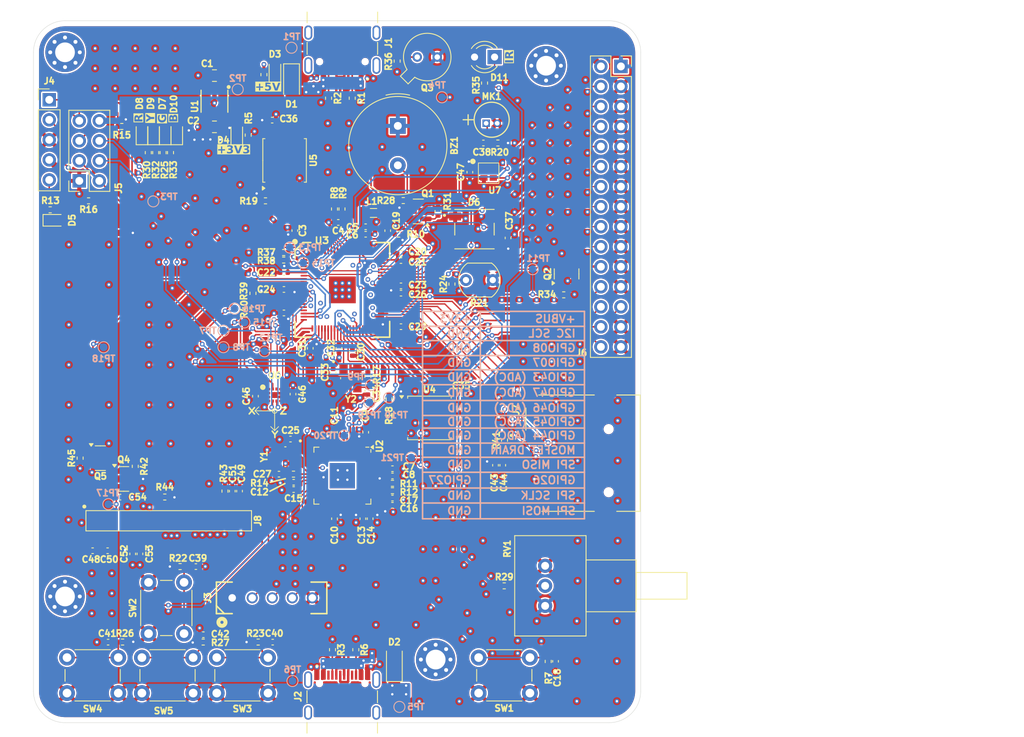
<source format=kicad_pcb>
(kicad_pcb (version 20241229) (generator "pcbnew") (generator_version "9.0")
  (layers (0 "F.Cu" signal) (4 "In1.Cu" signal) (6 "In2.Cu" signal) (2 "B.Cu" signal) (13 "F.Paste" user) (15 "B.Paste" user) (5 "F.SilkS" user "F.Silkscreen") (7 "B.SilkS" user "B.Silkscreen") (1 "F.Mask" user) (3 "B.Mask" user) (25 "Edge.Cuts" user))
  (net 0 "")
  (net 1 "GND")
  (net 2 "Net-(BZ1--)")
  (net 3 "Net-(U3-VREG_AVDD)")
  (net 4 "+3V3")
  (net 5 "+VBUS")
  (net 6 "Net-(U2-XIN)")
  (net 7 "+1V1")
  (net 8 "/Microcontroller/RUN_RP2350")
  (net 9 "Net-(C27-Pad1)")
  (net 10 "/Microcontroller/RUN_RP2040")
  (net 11 "Net-(J8-C2P)")
  (net 12 "MICROPHONE_ADC")
  (net 13 "Net-(MK1--)")
  (net 14 "BUTTON1_GPIO")
  (net 15 "BUTTON2_GPIO")
  (net 16 "BUTTON3_GPIO")
  (net 17 "BUTTON4_GPIO")
  (net 18 "Net-(J8-C2N)")
  (net 19 "Net-(J8-VCC)")
  (net 20 "Net-(J8-C1N)")
  (net 21 "Net-(J8-C1P)")
  (net 22 "Net-(J8-VCOMH)")
  (net 23 "Net-(D1-A)")
  (net 24 "+V_DISP")
  (net 25 "Net-(D2-A)")
  (net 26 "Net-(D3-K)")
  (net 27 "Net-(D4-K)")
  (net 28 "Net-(D5-K)")
  (net 30 "Net-(D8-K)")
  (net 31 "LED_ADDR_GPIO")
  (net 32 "Net-(D7-K)")
  (net 33 "Net-(D10-K)")
  (net 34 "Net-(D11-K)")
  (net 35 "Net-(D9-K)")
  (net 36 "Net-(J2-CC2)")
  (net 40 "USB_D+")
  (net 42 "USB_D-")
  (net 44 "Net-(J1-CC1)")
  (net 46 "Net-(J1-CC2)")
  (net 48 "USB_PROBE_D+")
  (net 50 "USB_PROBE_D-")
  (net 51 "/Microcontroller/SWDIO_RP2040")
  (net 52 "/Microcontroller/SWCLK_RP2040")
  (net 53 "/Microcontroller/RP2350_RX{slash}BT_TX")
  (net 54 "/Microcontroller/RP2350_TX{slash}BT_RX")
  (net 55 "SD_DAT0")
  (net 56 "SD_CMD")
  (net 57 "SD_DAT1")
  (net 58 "SD_CLK")
  (net 59 "SD_DAT2")
  (net 60 "SD_CD{slash}DAT3")
  (net 61 "~{SPI_DISPLAY_CS}")
  (net 62 "SPI_MOSI")
  (net 63 "~{DISPLAY_RST}")
  (net 64 "SPI_SCLK")
  (net 66 "MOSFET_GPIO")
  (net 67 "MOSFET_DRAIN")
  (net 68 "DISPLAY_EN")
  (net 69 "Net-(J2-CC1)")
  (net 75 "/Microcontroller/QSPI_SS_RP2040")
  (net 76 "/Microcontroller/QSPI_SS_RP2350")
  (net 77 "LDR_ADC")
  (net 78 "~{LED_GREEN_GPIO}")
  (net 79 "BUZZER_GPIO")
  (net 80 "POTENTIOMETER1_ADC")
  (net 81 "~{LED_RED_GPIO}")
  (net 82 "~{LED_YELLOW_GPIO}")
  (net 83 "~{LED_BLUE_GPIO}")
  (net 84 "~{IR_EMITTER_GPIO}")
  (net 85 "I2C_SDA")
  (net 86 "I2C_SCL")
  (net 87 "Net-(J4-Pin_5)")
  (net 88 "Net-(J5-Pin_3)")
  (net 90 "/Microcontroller/QSPI_SD1_RP2040")
  (net 91 "/Microcontroller/QSPI_SD0_RP2040")
  (net 93 "/Microcontroller/SWDIO")
  (net 94 "/Microcontroller/QSPI_SD2_RP2040")
  (net 95 "/Microcontroller/RP2350_TX{slash}RP2040_RX")
  (net 96 "/Microcontroller/RP2350_RX{slash}RP2040_TX")
  (net 97 "/Microcontroller/QSPI_SCLK_RP2040")
  (net 99 "/Microcontroller/QSPI_SD3_RP2040")
  (net 100 "/Microcontroller/SWCLK")
  (net 101 "/Microcontroller/GPIO26")
  (net 102 "/Microcontroller/QSPI_SD2_RP2350")
  (net 103 "SPI_MISO")
  (net 104 "/Microcontroller/GPIO47")
  (net 105 "/Microcontroller/GPIO45")
  (net 106 "/Microcontroller/GPIO07")
  (net 107 "~{SPI_ACCEL_CS}")
  (net 108 "ACCEL_INT1")
  (net 109 "IR_REC_GPIO")
  (net 110 "/Microcontroller/QSPI_SCLK_RP2350")
  (net 111 "/Microcontroller/QSPI_SD0_RP2350")
  (net 112 "/Microcontroller/QSPI_SD3_RP2350")
  (net 113 "ACCEL_INT2")
  (net 114 "/Microcontroller/QSPI_SD1_RP2350")
  (net 115 "/Microcontroller/GPIO46")
  (net 116 "/Microcontroller/GPIO27")
  (net 117 "/Microcontroller/GPIO08")
  (net 120 "/Microcontroller/WIFI_RST")
  (net 121 "/Microcontroller/WIFI_EN")
  (net 126 "Net-(J8-IREF)")
  (net 127 "Net-(U3-VREG_LX)")
  (net 128 "Net-(Q4-G)")
  (net 129 "Net-(U2-USB_DP)")
  (net 130 "Net-(U3-XIN)")
  (net 131 "Net-(U2-USB_DM)")
  (net 132 "Net-(U2-XOUT)")
  (net 133 "Net-(C34-Pad1)")
  (net 141 "Net-(J5-Pin_5)")
  (net 146 "Net-(U3-USB_DP)")
  (net 147 "Net-(U3-USB_DM)")
  (net 148 "Net-(U3-XOUT)")
  (net 167 "+1V1_PROBE")
  (net 168 "Net-(R29-Pad1)")
  (net 169 "/Microcontroller/GPIO44")
  (net 170 "/Microcontroller/GPIO43")
  (footprint "microcontroller:XTAL_ABM8-272-T3" (layer "F.Cu") (at 137.94 119.275 -90)
    (property "Reference" "Y1")
    (property "Value" "12MHz/10pF")
  )
  (footprint "MountingHole:MountingHole_2.5mm_Pad_Via" (layer "F.Cu") (at 157 145)
    (property "Reference" "H3" (hide yes))
    (property "Value" "MountingHole_Pad")
  )
  (footprint "Resistor_SMD:R_0402_1005Metric" (layer "F.Cu") (at 143.42 73.82 -90)
    (property "Reference" "R2")
    (property "Value" "5.1k")
  )
  (footprint "Capacitor_SMD:C_0402_1005Metric" (layer "F.Cu") (at 151.52 120.8)
    (property "Reference" "C7")
    (property "Value" "100n")
  )
  (footprint "Capacitor_SMD:C_0402_1005Metric" (layer "F.Cu") (at 161.3362 83.2 -90)
    (property "Reference" "C47")
    (property "Value" "100n")
  )
  (footprint "Resistor_SMD:R_0402_1005Metric" (layer "F.Cu") (at 124.593548 133.21 180)
    (property "Reference" "R22")
    (property "Value" "10k")
  )
  (footprint "Package_TO_SOT_SMD:SOT-23" (layer "F.Cu") (at 117.4375 122.0975)
    (property "Reference" "Q4")
    (property "Value" "SL2301S")
  )
  (footprint "Package_DFN_QFN:QFN-56-1EP_7x7mm_P0.4mm_EP3.2x3.2mm_ThermalVias" (layer "F.Cu") (at 145.17 121.68 -90)
    (property "Reference" "U2")
    (property "Value" "RP2040")
  )
  (footprint "Resistor_SMD:R_0402_1005Metric" (layer "F.Cu") (at 148.4 109.08 90)
    (property "Reference" "R17")
    (property "Value" "1k")
  )
  (footprint "Capacitor_SMD:C_0402_1005Metric" (layer "F.Cu") (at 152.6 98.54)
    (property "Reference" "C26")
    (property "Value" "100n")
  )
  (footprint "Capacitor_SMD:C_0402_1005Metric" (layer "F.Cu") (at 116.98 124.4)
    (property "Reference" "C54")
    (property "Value" "1u")
  )
  (footprint "Resistor_SMD:R_0402_1005Metric" (layer "F.Cu") (at 138.97 121.49)
    (property "Reference" "R14")
    (property "Value" "1k")
  )
  (footprint "Resistor_SMD:R_0402_1005Metric" (layer "F.Cu") (at 135.22 70.8325 -90)
    (property "Reference" "R4" (hide yes))
    (property "Value" "1k")
  )
  (footprint "Connector_PinSocket_2.54mm:PinSocket_2x04_P2.54mm_Vertical" (layer "F.Cu") (at 111.81 84.3 180)
    (property "Reference" "J5")
    (property "Value" "Conn_02x04_Odd_Even")
  )
  (footprint "Resistor_SMD:R_0402_1005Metric" (layer "F.Cu") (at 122.65 124.39 180)
    (property "Reference" "R44")
    (property "Value" "10k")
  )
  (footprint "Resistor_SMD:R_0402_1005Metric" (layer "F.Cu") (at 171.27 145.24 -90)
    (property "Reference" "R7")
    (property "Value" "1k")
  )
  (footprint "Resistor_SMD:R_0402_1005Metric" (layer "F.Cu") (at 137.73 94.34 180)
    (property "Reference" "R38")
    (property "Value" "4k7")
  )
  (footprint "Resistor_SMD:R_0402_1005Metric" (layer "F.Cu") (at 111.9175 119.46 -90)
    (property "Reference" "R45")
    (property "Value" "10k")
  )
  (footprint "Resistor_SMD:R_0402_1005Metric" (layer "F.Cu") (at 112.99 86.83)
    (property "Reference" "R16")
    (property "Value" "10k")
  )
  (footprint "Buzzer_Beeper:Buzzer_TDK_PS1240P02BT_D12.2mm_H6.5mm" (layer "F.Cu") (at 152.2 77.329216 -90)
    (property "Reference" "BZ1")
    (property "Value" "Buzzer")
  )
  (footprint "Capacitor_SMD:C_0402_1005Metric" (layer "F.Cu") (at 150.92 90.62 90)
    (property "Reference" "C19")
    (property "Value" "4u7")
  )
  (footprint "Capacitor_SMD:C_0402_1005Metric" (layer "F.Cu") (at 118.58 131.6 -90)
    (property "Reference" "C52")
    (property "Value" "1u")
  )
  (footprint "Capacitor_SMD:C_0402_1005Metric" (layer "F.Cu") (at 144.17 116.18 90)
    (property "Reference" "C11")
    (property "Value" "100n")
  )
  (footprint "MountingHole:MountingHole_2.5mm_Pad_Via" (layer "F.Cu") (at 110 68)
    (property "Reference" "H4" (hide yes))
    (property "Value" "MountingHole_Pad")
  )
  (footprint "Capacitor_SMD:C_0402_1005Metric" (layer "F.Cu") (at 147.77 127.14 -90)
    (property "Reference" "C13")
    (property "Value" "100n")
  )
  (footprint "Capacitor_SMD:C_0402_1005Metric" (layer "F.Cu") (at 172.2 145.22 -90)
    (property "Reference" "C18")
    (property "Value" "100n")
  )
  (footprint "Capacitor_SMD:C_0402_1005Metric" (layer "F.Cu") (at 138.99 123.44 180)
    (property "Reference" "C15")
    (property "Value" "100n")
  )
  (footprint "Diode_SMD:D_SOD-123F" (layer "F.Cu") (at 151.76 145.5775 90)
    (property "Reference" "D2")
    (property "Value" "D_Schottky")
  )
  (footprint "Button_Switch_THT:SW_PUSH_6mm_H4.3mm" (layer "F.Cu") (at 135.743548 149.25 180)
    (property "Reference" "SW3")
    (property "Value" "SW_Push")
  )
  (footprint "Capacitor_SMD:C_0402_1005Metric" (layer "F.Cu") (at 152.6 93.48)
    (property "Reference" "C20")
    (property "Value" "100n")
  )
  (footprint "Package_SO:SOIC-8_5.3x5.3mm_P1.27mm" (layer "F.Cu") (at 137.84 81.71 90)
    (property "Reference" "U5")
    (property "Value" "W25Q16JVSS")
  )
  (footprint "Resistor_SMD:R_0402_1005Metric" (layer "F.Cu") (at 137.73 93.39 180)
    (property "Reference" "R37")
    (property "Value" "4k7")
  )
  (footprint "Package_TO_SOT_SMD:SOT-23" (layer "F.Cu") (at 154.8 88.175 180)
    (property "Reference" "Q1")
    (property "Value" "T2N7002AK,LM")
  )
  (footprint "Resistor_SMD:R_0402_1005Metric" (layer "F.Cu") (at 143.92 143.75 90)
    (property "Reference" "R3")
    (property "Value" "5.1k")
  )
  (footprint "Capacitor_SMD:C_0402_1005Metric" (layer "F.Cu") (at 139.14 90.61 90)
    (property "Reference" "C3")
    (property "Value" "100n")
  )
  (footprint "peripherals1:LED_FZ2812-5050" (layer "F.Cu") (at 161.92 90.42)
    (property "Reference" "D6")
    (property "Value" "FZ2812-5050")
  )
  (footprint "LED_SMD:LED_0603_1608Metric" (layer "F.Cu") (at 122.700001 78.230966 90)
    (property "Reference" "D7")
    (property "Value" "LED_GREEN")
  )
  (footprint "Resistor_SMD:R_0402_1005Metric" (layer "F.Cu") (at 146.87 143.75 90)
    (property "Reference" "R6")
    (property "Value" "5.1k")
  )
  (footprint "LED_SMD:LED_0603_1608Metric" (layer "F.Cu") (at 124.170001 78.230966 90)
    (property "Reference" "D10")
    (property "Value" "LED_BLUE")
  )
  (footprint "Capacitor_SMD:C_0402_1005Metric" (layer "F.Cu") (at 144.17 127.14 -90)
    (property "Reference" "C10")
    (property "Value" "100n")
  )
  (footprint "Capacitor_SMD:C_0402_1005Metric" (layer "F.Cu") (at 134.15 111.6 -90)
    (property "Reference" "C45")
    (property "Value" "100n")
  )
  (footprint "Capacitor_SMD:C_0402_1005Metric" (layer "F.Cu") (at 115.4 131.2)
    (property "Reference" "C50")
    (property "Value" "1u")
  )
  (footprint "Capacitor_SMD:C_0402_1005Metric" (layer "F.Cu") (at 152.6 102.79)
    (property "Reference" "C29")
    (property "Value" "100n")
  )
  (footprint "MountingHole:MountingHole_2.5mm_Pad_Via" (layer "F.Cu") (at 110 137)
    (property "Reference" "H2" (hide yes))
    (property "Value" "MountingHole_Pad")
  )
  (footprint "Potentiometer_THT:Potentiometer_Vishay_148-149_Single_Horizontal" (layer "F.Cu") (at 170.88 138.19)
    (property "Reference" "RV1")
    (property "Value" "R_Pot_US")
  )
  (footprint "Capacitor_SMD:C_0402_1005Metric" (layer "F.Cu") (at 127.543548 141.85 180)
    (property "Reference" "C42")
    (property "Value" "100n")
  )
  (footprint "Resistor_SMD:R_0402_1005Metric" (layer "F.Cu") (at 145.12 87.87 -90)
    (property "Reference" "R9")
    (property "Value" "27R")
  )
  (footprint "Capacitor_SMD:C_0402_1005Metric" (layer "F.Cu") (at 148.13 116.18 90)
    (property "Reference" "C9")
    (property "Value" "100n")
  )
  (footprint "Capacitor_SMD:C_0402_1005Metric" (layer "F.Cu") (at 144.65 89.57 180)
    (property "Reference" "C4")
    (property "Value" "100n")
  )
  (footprint "peripherals2:LGA12_GAS-M" (layer "F.Cu") (at 136.582 111.46)
    (property "Reference" "U6")
    (property "Value" "GSDA213")
  )
  (footprint "Connector_PinHeader_2.54mm:PinHeader_1x05_P2.54mm_Vertical" (layer "F.Cu") (at 108 74.02)
    (property "Reference" "J4")
    (property "Value" "Conn_01x05_Pin")
  )
  (footprint "Capacitor_SMD:C_0402_1005Metric" (layer "F.Cu") (at 163.05 79.5 180)
    (property "Reference" "C38")
    (property "Value" "1u")
  )
  (footprint "Connector_PinSocket_2.54mm:PinSocket_2x15_P2.54mm_Vertical" (layer "F.Cu") (at 180.49 69.79)
    (property "Reference" "J6")
    (property "Value" "Conn_02x15_Counter_Clockwise")
  )
  (footprint "Capacitor_SMD:C_0402_1005Metric" (layer "F.Cu") (at 143.995 108.62 -90)
    (property "Reference" "C33")
    (property "Value" "15p")
  )
  (footprint "Capacitor_SMD:C_0402_1005Metric" (layer "F.Cu") (at 148.12 90.12)
    (property "Reference" "C5")
    (property "Value" "4u7")
  )
  (footprint "Package_SO:SOIC-8_5.3x5.3mm_P1.27mm" (layer "F.Cu") (at 156.21 114.36)
    (property "Reference" "U4")
    (property "Value" "W25Q16JVSS")
  )
  (footprint "Resistor_SMD:R_0402_1005Metric" (layer "F.Cu") (at 164.89 79.5 180)
    (property "Reference" "R20")
    (property "Value" "2.2K")
  )
  (footprint "Capacitor_SMD:C_0402_1005Metric" (layer "F.Cu") (at 152.6 97.62)
    (property "Reference" "C23")
    (property "Value" "100n")
  )
  (footprint "Resistor_SMD:R_0402_1005Metric" (layer "F.Cu") (at 151.52 123.59 180)
    (property "Reference" "R12")
    (property "Value" "27R")
  )
  (footprint "Diode_SMD:D_SOD-123F" (layer "F.Cu") (at 138.72 71.67 -90)
    (property "Reference" "D1")
    (property "Value" "D_Schottky")
  )
  (footprint "Capacitor_SMD:C_0402_1005Metric" (layer "F.Cu") (at 137.76 98.07 180)
    (property "Reference" "C24")
    (property "Value" "100n")
  )
  (footprint "Capacitor_SMD:C_0402_1005Metric" (layer "F.Cu") (at 138.59 117.04 180)
    (property "Reference" "C25")
    (property "Value" "15p")
  )
  (footprint "Capacitor_SMD:C_0402_1005Metric" (layer "F.Cu") (at 137.76 101.05 180)
    (property "Reference" "C28" (hide yes))
    (property "Value" "100n")
  )
  (footprint "Capacitor_SMD:C_0402_1005Metric" (layer "F.Cu") (at 126.593548 133.21)
    (property "Reference" "C39")
    (property "Value" "100n")
  )
  (footprint "Resistor_SMD:R_0402_1005Metric" (layer "F.Cu") (at 133.230001 78.500966 -90)
    (property "Reference" "R5")
    (property "Value" "1k")
  )
  (footprint "Resistor_SMD:R_0402_1005Metric" (layer "F.Cu") (at 165.6925 135.65 180)
    (property "Reference" "R29")
    (property "Value" "500")
  )
  (footprint "Capacitor_SMD:C_0402_1005Metric" (layer "F.Cu") (at 146.44 105.99 -90)
    (property "Reference" "C30")
    (property "Value" "100n")
  )
  (footprint "Resistor_SMD:R_0402_1005Metric" (layer "F.Cu") (at 117.2 77.4)
    (property "Reference" "R15")
    (property "Value" "10k")
  )
  (footprint "Button_Switch_THT:SW_PUSH_6mm_H4.3mm" (layer "F.Cu") (at 120.593548 141.71 90)
    (property "Reference" "SW2")
    (property "Value" "SW_Push")
  )
  (footprint "Resistor_SMD:R_0402_1005Metric" (layer "F.Cu") (at 120.560001 80.720966 90)
    (property "Reference" "R30")
    (property "Value" "220")
  )
  (footprint "LED_SMD:LED_0603_1608Metric" (layer "F.Cu") (at 108.7 89.3)
    (property "Reference" "D5")
    (property "Value" "LED_GREEN")
  )
  (footprint "microcontroller:XTAL_ABM8-272-T3" (layer "F.Cu") (at 146.195 109.32)
    (property "Reference" "Y2")
    (property "Value" "12MHz/10pF")
  )
  (footprint "Capacitor_SMD:C_0402_1005Metric" (layer "F.Cu") (at 160.28 111.28)
    (property "Reference" "C35")
    (property "Value" "100n")
  )
  (footprint "Button_Switch_THT:SW_PUSH_6mm_H4.3mm" (layer "F.Cu") (at 116.753548 149.25 180)
    (property "Reference" "SW4")
    (property "Value" "SW_Push")
  )
  (footprint "Capacitor_SMD:C_0402_1005Metric" (layer "F.Cu") (at 115.463548 142.79 180)
    (property "Reference" "C41")
    (property "Value" "100n")
  )
  (footprint "Resistor_SMD:R_0402_1005Metric" (layer "F.Cu") (at 157.3 88.2 90)
    (property "Reference" "R31")
    (property "Value" "10k")
  )
  (footprint "power_supply:DBV0005A-IPC_B" (layer "F.Cu") (at 128.950001 74.200483 -90)
    (property "Reference" "U1")
    (property "Value" "~")
  )
  (footprint "Capacitor_SMD:C_0402_1005Metric" (layer "F.Cu") (at 141.1 105.53 -90)
    (property "Reference" "C31")
    (property "Value" "100n")
  )
  (footprint "Capacitor_SMD:C_0402_1005Metric" (layer "F.Cu") (at 138.99 122.52 180)
    (property "Reference" "C12")
    (property "Value" "100n")
  )
  (footprint "Capacitor_SMD:C_0402_1005Metric" (layer "F.Cu") (at 148.69 127.14 -90)
    (property "Reference" "C14")
    (property "Value" "100n")
  )
  (footprint "Capacitor_SMD:C_0402_1005Metric" (layer "F.Cu") (at 137.13 121.49 180)
    (property "Reference" "C27")
    (property "Value" "15p")
  )
  (footprint "Resistor_SMD:R_0402_1005Metric" (layer "F.Cu") (at 159.06 97.39 -90)
    (property "Reference" "R24")
    (property "Value" "10k")
  )
  (footprint "peripherals1:TO-18-2" (layer "F.Cu") (at 154.66 68.6)
    (property "Reference" "Q3")
    (property "Value" "Q_Photo_NPN")
  )
  (footprint "Resistor_SMD:R_0402_1005Metric" (layer "F.Cu") (at 146.42 73.82 -90)
    (property "Reference" "R1")
    (property "Value" "5.1k")
  )
  (footprint "Capacitor_SMD:C_0402_1005Metric" (layer "F.Cu") (at 131.21 123.64 90)
    (property "Reference" "C51")
    (property "Value" "4u7")
  )
  (footprint "Capacitor_SMD:C_0402_1005Metric" (layer "F.Cu") (at 166.1775 91.54 90)
    (property "Reference" "C37")
    (property "Value" "100n")
  )
  (footprint "Resistor_SMD:R_0402_1005Metric" (layer "F.Cu") (at 133.83 98.56 90)
    (property "Reference" "R39")
    (property "Value" "4k7")
  )
  (footprint "Capacitor_SMD:C_0402_1005Metric" (layer "F.Cu") (at 113.5 131.2)
    (property "Reference" "C48")
    (property "Value" "1u")
  )
  (footprint "microcontroller:QFN-80_EP_14x14_Pitch0.4mm" (layer "F.Cu") (at 145.17 98.12)
    (property "Reference" "U3")
    (property "Value" "~")
  )
  (footprint "Resistor_SMD:R_0402_1005Metric" (layer "F.Cu") (at 152.31 91.06)
    (property "Reference" "R10")
    (property "Value" "33R")
  )
  (footprint "Resistor_SMD:R_0402_1005Metric" (layer "F.Cu") (at 123.380001 80.720966 90)
    (property "Reference" "R33")
    (property "Value" "220")
  )
  (footprint "Button_Switch_THT:SW_PUSH_6mm_H4.3mm" (layer "F.Cu") (at 168.95 149.25 180)
    (property "Reference" "SW1")
    (property "Value" "SW_Push")
  )
  (footprint "Capacitor_SMD:C_0402_1005Metric" (layer "F.Cu") (at 137.76 95.92 180)
    (property "Reference" "C22")
    (property "Value" "100n")
  )
  (footprint "Button_Switch_THT:SW_PUSH_6mm_H4.3mm" (layer "F.Cu") (at 126.25 149.25 180)
    (property "Reference" "SW5")
    (property "Value" "SW_Push")
  )
  (footprint "Capacitor_SMD:C_0402_1005Metric" (layer "F.Cu") (at 136.27 76.6)
    (property "Reference" "C36")
    (property "Value" "100n")
  )
  (footprint "Capacitor_SMD:C_0805_2012Metric" (layer "F.Cu") (at 128.950001 70.950966 180)
    (property "Reference" "C1")
    (property "Value" "10u")
  )
  (footprint "Capacitor_SMD:C_0402_1005Metric" (layer "F.Cu") (at 151.52 121.72)
    (property "Reference" "C8")
    (property "Value" "100n")
  )
  (footprint "Inductor_SMD:L_0805_2012Metric_Pad1.05x1.20mm_HandSolder" (layer "F.Cu") (at 149.12 88.37)
    (property "Reference" "L1")
    (property "Value" "3u3")
  )
  (footprint "LED_THT:LED_D3.0mm_IRBlack" (layer "F.Cu") (at 164.47 68.6 180)
    (property "Reference" "D11")
    (property "Value" "INL-3AHIR15")
  )
  (footprint "power_supply:SAMESKY_UJ20-C-H-G-SMT-1-P16-TR" (layer "F.Cu") (at 145.15075 154.3225)
    (property "Reference" "J2")
    (property "Value" "USB_C_Receptacle_USB2.0_16P")
  )
  (footprint "Resistor_SMD:R_0402_1005Metric" (layer "F.Cu") (at 117.303548 142.78)
    (property "Reference" "R26")
    (property "Value" "10k")
  )
  (footprint "Resistor_SMD:R_0402_1005Metric" (layer "F.Cu") (at 122.440001 80.720966 90)
    (property "Reference" "R25")
    (property "Value" "220")
  )
  (footprint "Capacitor_SMD:C_0402_1005Metric" (layer "F.Cu") (at 136.333548 142.79)
    (property "Reference" "C40")
    (property "Value" "100n")
  )
  (footprint "Resistor_SMD:R_0402_1005Metric" (layer "F.Cu") (at 134.493548 142.78 180)
    (property "Reference" "R23")
    (property "Value" "10k")
  )
  (footprint "peripherals2:FPC_30" (layer "F.Cu") (at 123.15 127.4)
    (property "Reference" "J8")
    (property "Value" "DISPLAY CONN")
  )
  (footprint "LED_SMD:LED_0603_1608Metric" (layer "F.Cu") (at 136.62 70.32 90)
    (property "Reference" "D3")
    (property "Value" "LED_GREEN")
  )
  (footprint "Resistor_SMD:R_0402_1005Metric" (layer "F.Cu") (at 173.24 98.75)
    (property "Reference" "R34")
    (property "Value" "10k")
  )
  (footprint "microcontroller:PogoPins" (layer "F.Cu") (at 131.2 137.175 90)
    (property "Reference" "J3")
    (property "Value" "Conn_01x05_Pin")
  )
  (footprint "Resistor_SMD:R_0402_1005Metric" (layer "F.Cu") (at 151.52 122.65 180)
    (property "Reference" "R11")
    (property "Value" "27R")
  )
  (footprint "Capacitor_SMD:C_0402_1005Metric" (layer "F.Cu") (at 152.6 94.4)
    (property "Reference" "C21")
    (property "Value" "100n")
  )
  (footprint "LED_SMD:LED_0603_1608Metric" (layer "F.Cu") (at 121.230001 78.230966 90)
    (property "Reference" "D9")
    (property "Value" "LED_YELLOW")
  )
  (footprint "Resistor_SMD:R_0402_1005Metric" (layer "F.Cu") (at 152.89 86.8 180)
    (property "Reference" "R28")
    (property "Value" "1k")
  )
  (footprint "OptoDevice:R_LDR_5.1x4.3mm_P3.4mm_Vertical" (layer "F.Cu") (at 164.24 96.88 180)
    (property "Reference" "R21")
    (property "Value" "R_Photo")
  )
  (footprint "Resistor_SMD:R_0402_1005Metric" (layer "F.Cu") (at 144.17 87.87 -90)
    (property "Reference" "R8")
    (property "Value" "27R")
  )
  (footprint "Resistor_SMD:R_0402_1005Metric" (layer "F.Cu") (at 108.12 87.97)
    (property "Reference" "R13")
    (property "Value" "1k")
  )
  (footprint "Resistor_SMD:R_0402_1005Metric" (layer "F.Cu") (at 163.2 71.9 90)
    (property "Reference" "R35")
    (property "Value" "27")
  )
  (footprint "Capacitor_SMD:C_0402_1005Metric" (layer "F.Cu") (at 148.12 91.07)
    (property "Reference" "C6")
    (property "Value" "4u7")
  )
  (footprint "power_supply:SAMESKY_UJ20-C-H-G-SMT-1-P16-TR" (layer "F.Cu") (at 145.17 62.8975 180)
    (property "Reference" "J1")
    (property "Value" "USB_C_Receptacle_USB2.0_16P")
  )
  (footprint "Capacitor_SMD:C_0402_1005Metric" (layer "F.Cu") (at 165.5075 120.36 -90)
    (property "Reference" "C44")
    (property "Value" "100n")
  )
  (footprint "Capacitor_SMD:C_0402_1005Metric" (layer "F.Cu") (at 119.5 131.6 -90)
    (property "Reference" "C53")
    (property "Value" "1u")
  )
  (footprint "peripherals2:CUI_MSD-4-A" (layer "F.Cu") (at 175.6875 118.83 90)
    (property "Reference" "J7")
    (property "Value" "MSD-4-A")
  )
  (footprint "Capacitor_SMD:C_0402_1005Metric" (layer "F.Cu") (at 138.91 111.34 90)
    (property "Reference" "C46")
    (property "Value" "100n")
  )
  (footprint "Package_TO_SOT_SMD:SOT-23" (layer "F.Cu") (at 114.48 119.46)
    (property "Reference" "Q5")
    (property "Value" "T2N7002AK,LM")
  )
  (footprint "Resistor_SMD:R_0402_1005Metric" (layer "F.Cu") (at 152.118039 69.111961 90)
    (property "Reference" "R36")
    (property "Value" "10k")
  )
  (footprint "Capacitor_SMD:C_0402_1005Metric" (layer "F.Cu") (at 151.52 125.44)
    (property "Reference" "C16")
    (property "Value" "1u")
  )
  (footprint "Capacitor_SMD:C_0402_1005Metric" (layer "F.Cu") (at 144.74 105.53 -90)
    (property "Reference" "C32")
    (property "Value" "100n")
  )
  (footprint "Capacitor_SMD:C_0402_1005Metric" (layer "F.Cu") (at 151.52 124.52 180)
    (property "Reference" "C17")
    (property "Value" "1u")
  )
  (footprint "LED_SMD:LED_0603_1608Metric" (layer "F.Cu") (at 131.780001 78.270966 90)
    (property "Reference" "D4")
    (property "Value" "LED_GREEN")
  )
  (footprint "Resistor_SMD:R_0402_1005Metric" (layer "F.Cu") (at 133.83 100.42 -90)
    (property "Reference" "R40")
    (property "Value" "4k7")
  )
  (footprint "Resistor_SMD:R_0402_1005Metric" (layer "F.Cu") (at 118.91 120.5 90)
    (property "Reference" "R42")
    (property "Value" "10k")
  )
  (footprint "Capacitor_SMD:C_0402_1005Metric" (layer "F.Cu") (at 164.5875 120.36 -90)
    (property "Reference" "C43")
    (property "Value" "1u")
  )
  (footprint "LED_SMD:LED_0603_1608Metric" (layer "F.Cu") (at 119.760001 78.230966 90)
    (property "Reference" "D8")
    (property "Value" "LED_RED")
  )
  (footprint "Capacitor_SMD:C_0402_1005Metric" (layer "F.Cu") (at 132.13 123.64 90)
    (property "Reference" "C49")
    (property "Value" "2u2")
  )
  (footprint "Resistor_SMD:R_0402_1005Metric" (layer "F.Cu") (at 165.7275 117.17 90)
    (property "Reference" "R41")
    (property "Value" "4k7")
  )
  (footprint "peripherals2:LTR-329ALS-01_LTO-M" (layer "F.Cu") (at 163.7131 83.330001)
    (property "Reference" "U7")
    (property "Value" "~")
  )
  (footprint "Capacitor_SMD:C_0402_1005Metric" (layer "F.Cu") (at 148.395 110.92 -90)
    (property "Reference" "C34")
    (property "Value" "15p")
  )
  (footprint "Resistor_SMD:R_0402_1005Metric" (layer "F.Cu") (at 130.28 123.64 90)
    (property "Reference" "R43")
    (property "Value" "560k")
  )
  (footprint "Resistor_SMD:R_0402_1005Metric" (layer "F.Cu") (at 135.42 86.83)
    (property "Reference" "R19")
    (property "Value" "10k")
  )
  (footprint "Package_TO_SOT_SMD:SOT-23" (layer "F.Cu") (at 173.6 96.1 90)
    (property "Reference" "Q2")
    (property "Value" "Q_NMOS_GSD")
  )
  (footprint "Resistor_SMD:R_0402_1005Metric" (layer "F.Cu") (at 151.09 111.95 -90)
    (property "Reference" "R18")
    (property "Value" "10k")
  )
  (footprint "Capacitor_SMD:C_0805_2012Metric" (layer "F.Cu") (at 128.950001 77.450966 180)
    (property "Reference" "C2")
    (property "Value" "10u")
  )
  (footprint "MountingHole:MountingHole_2.5mm_Pad_Via" (layer "F.Cu") (at 171 69.7)
    (property "Reference" "H1" (hide yes))
    (property "Value" "MountingHole_Pad")
  )
  (footprint "Resistor_SMD:R_0402_1005Metric" (layer "F.Cu") (at 121.500001 80.720966 90)
    (property "Reference" "R32")
    (property "Value" "220")
  )
  (footprint "Resistor_SMD:R_0402_1005Metric" (layer "F.Cu") (at 127.523548 142.78 180)
    (property "Reference" "R27")
    (property "Value" "10k")
  )
  (footprint "peripherals1:CMEJ-0415_CUD" (layer "F.Cu") (at 163.4 77)
    (property "Reference" "MK1")
    (property "Value" "Microphone_Condenser")
  )
  (footprint "TestPoint:TestPoint_Pad_D1.0mm" (layer "B.Cu") (at 157.8 73.7 90)
    (property "Reference" "TP4")
    (property "Value" "TestPoint_Small")
  )
  (footprint "TestPoint:TestPoint_Pad_D1.0mm" (layer "B.Cu") (at 140.2 94.7 180)
    (property "Reference" "TP14")
    (property "Value" "TestPoint_Small")
  )
  (footprint "TestPoint:TestPoint_Pad_D1.0mm" (layer "B.Cu") (at 138.72 67.42 -90)
    (property "Reference" "TP1")
    (property "Value" "TestPoint_Small")
  )
  (footprint "TestPoint:TestPoint_Pad_D1.0mm" (layer "B.Cu") (at 135.3 105.9 180)
    (property "Reference" "TP12")
    (property "Value" "TestPoint_Small")
  )
  (footprint "TestPoint:TestPoint_Pad_D1.0mm" (layer "B.Cu") (at 114.9 105.4)
    (property "Reference" "TP18")
    (property "Value" "TestPoint_Small")
  )
  (footprint "TestPoint:TestPoint_Pad_D1.0mm" (layer "B.Cu") (at 131.5 100.5 180)
    (property "Reference" "TP16")
    (property "Value" "TestPoint_Small")
  )
  (footprint "TestPoint:TestPoint_Pad_D1.0mm" (layer "B.Cu") (at 121.2 86.9 180)
    (property "Reference" "TP3")
    (property "Value" "TestPoint_Small")
  )
  (footprint "TestPoint:TestPoint_Pad_D1.0mm" (layer "B.Cu") (at 145.4 116.6 180)
    (property "Reference" "TP20")
    (property "Value" "TestPoint_Small")
  )
  (footprint "TestPoint:TestPoint_Pad_D1.0mm" (layer "B.Cu") (at 130.09 105.39 180)
    (property "Reference" "TP8")
    (property "Value" "TestPoint_Small")
  )
  (footprint "TestPoint:TestPoint_Pad_D1.0mm" (layer "B.Cu") (at 138.5 92.75 180)
    (property "Reference" "TP13")
    (property "Value" "TestPoint_Small")
  )
  (footprint "TestPoint:TestPoint_Pad_D1.0mm" (layer "B.Cu") (at 132.75 102.25 180)
    (property "Reference" "TP15")
    (property "Value" "TestPoint_Small")
  )
  (footprint "TestPoint:TestPoint_Pad_D1.0mm" (layer "B.Cu") (at 169.3 95.5 180)
    (property "Reference" "TP11")
    (property "Value" "TestPoint_Small")
  )
  (footprint "TestPoint:TestPoint_Pad_D1.0mm" (layer "B.Cu") (at 148.6 112.4 180)
    (property "Reference" "TP19")
    (property "Value" "TestPoint_Small")
  )
  (footprint "TestPoint:TestPoint_Pad_D1.0mm" (layer "B.Cu") (at 151.1 111.8 180)
    (property "Reference" "TP10")
    (property "Value" "TestPoint_Small")
  )
  (footprint "TestPoint:TestPoint_Pad_D1.0mm" (layer "B.Cu") (at 138.84075 147.7175 180)
    (property "Reference" "TP6")
    (property "Value" "TestPoint_Small")
  )
  (footprint "TestPoint:TestPoint_Pad_D1.0mm" (layer "B.Cu") (at 131.9 72.7 -90)
    (property "Reference" "TP2")
    (property "Value" "TestPoint_Small")
  )
  (footprint "TestPoint:TestPoint_Pad_D1.0mm" (layer "B.Cu") (at 152.4 151 180)
    (property "Reference" "TP5")
    (property "Value" "TestPoint_Small")
  )
  (footprint "TestPoint:TestPoint_Pad_D1.0mm" (layer "B.Cu") (at 115.5 125.3 -90)
    (property "Reference" "TP17")
    (property "Value" "TestPoint_Small")
  )
  (footprint "TestPoint:TestPoint_Pad_D1.0mm" (layer "B.Cu") (at 130.1 103.3 180)
    (property "Reference" "TP7")
    (property "Value" "TestPoint_Small")
  )
  (footprint "TestPoint:TestPoint_Pad_D1.0mm" (layer "B.Cu") (at 153.9 119.4 180)
    (property "Reference" "TP21")
    (property "Value" "TestPoint_Small")
  )
  (footprint "TestPoint:TestPoint_Pad_D1.0mm" (layer "B.Cu") (at 148.8 110.2 180)
    (property "Reference" "TP9")
    (property "Value" "TestPoint_Small")
  )
  (gr_line (start 137.875 122.68) (end 135.985 123.65) (stroke (width 0.2)) (layer "F.SilkS"))
  (gr_line (start 137.93 122.06) (end 136.04 122.52) (stroke (width 0.2)) (layer "F.SilkS"))
  (gr_line (start 178.999954 64) (end 110 64) (stroke (width 0.05)) (layer "Edge.Cuts"))
  (gr_arc (start 183 149) (mid 181.828427 151.828427) (end 179 153) (stroke (width 0.05)) (layer "Edge.Cuts"))
  (gr_line (start 106 149) (end 106 68) (stroke (width 0.05)) (layer "Edge.Cuts"))
  (gr_line (start 183.0001 68.0284) (end 183 149) (stroke (width 0.05)) (layer "Edge.Cuts"))
  (gr_arc (start 110 153) (mid 107.171573 151.828427) (end 106 149) (stroke (width 0.05)) (layer "Edge.Cuts"))
  (gr_line (start 179 153) (end 110 153) (stroke (width 0.05)) (layer "Edge.Cuts"))
  (gr_arc (start 179 64) (mid 181.830213 65.189889) (end 183.0001 68.028427) (stroke (width 0.05)) (layer "Edge.Cuts"))
  (gr_arc (start 106 68) (mid 107.171573 65.171573) (end 110 64) (stroke (width 0.05)) (layer "Edge.Cuts"))
  (gr_text "B" (at 124.4 75.82 90) (layer "F.SilkS" knockout) (effects (font (size 1 1) (thickness 0.2) (bold yes)) (justify right bottom)))
  (gr_text "+5V" (at 137.32 73.02 0) (layer "F.SilkS" knockout) (effects (font (size 1 1) (thickness 0.2) (bold yes)) (justify right bottom)))
  (gr_text "+3V3" (at 129.270001 80.980966 0) (layer "F.SilkS" knockout) (effects (font (size 1 1) (thickness 0.2) (bold yes)) (justify left bottom)))
  (gr_text "IR" (at 166.4 67.8 90) (layer "F.SilkS" knockout) (effects (font (size 1 1) (thickness 0.2) (bold yes)) (justify right)))
  (gr_text "R" (at 119.98 75.82 90) (layer "F.SilkS" knockout) (effects (font (size 1 1) (thickness 0.2) (bold yes)) (justify right bottom)))
  (gr_text "G" (at 122.98 75.82 90) (layer "F.SilkS" knockout) (effects (font (size 1 1) (thickness 0.2) (bold yes)) (justify right bottom)))
  (gr_text "Y" (at 121.48 75.82 90) (layer "F.SilkS" knockout) (effects (font (size 1 1) (thickness 0.2) (bold yes)) (justify right bottom)))
  (table (column_count 2) (layer "B.SilkS") (border (external yes) (header yes) (stroke (width 0.2))) (separators (rows yes) (cols yes) (stroke (width 0.2))) (column_widths 7.325 13.2) (row_heights 1.9 1.8 1.9 1.8 1.9 2 1.9 1.6 1.9 1.8 1.9 2 1.9 2) (cells (table_cell "+3V3" (start 155.3375 100.85) (end 162.6625 102.75) (margins 1.0025 1.0025 1.0025 1.0025) (span 1 1) (layer "B.SilkS") (effects (font (size 1 1) (thickness 0.2)) (justify left mirror))) (table_cell "+VBUS" (start 162.6625 100.85) (end 175.8625 102.75) (margins 1.0025 1.0025 1.0025 1.0025) (span 1 1) (layer "B.SilkS") (effects (font (size 1 1) (thickness 0.2)) (justify left mirror))) (table_cell "GND" (start 155.3375 102.75) (end 162.6625 104.55) (margins 1.0025 1.0025 1.0025 1.0025) (span 1 1) (layer "B.SilkS") (effects (font (size 1 1) (thickness 0.2)) (justify left mirror))) (table_cell "I2C SCL" (start 162.6625 102.75) (end 175.8625 104.55) (margins 1.0025 1.0025 1.0025 1.0025) (span 1 1) (layer "B.SilkS") (effects (font (size 1 1) (thickness 0.2)) (justify left mirror))) (table_cell "GND" (start 155.3375 104.55) (end 162.6625 106.45) (margins 1.0025 1.0025 1.0025 1.0025) (span 1 1) (layer "B.SilkS") (effects (font (size 1 1) (thickness 0.2)) (justify left mirror))) (table_cell "GPIO08" (start 162.6625 104.55) (end 175.8625 106.45) (margins 1.0025 1.0025 1.0025 1.0025) (span 1 1) (layer "B.SilkS") (effects (font (size 1 1) (thickness 0.2)) (justify left mirror))) (table_cell "GND" (start 155.3375 106.45) (end 162.6625 108.25) (margins 1.0025 1.0025 1.0025 1.0025) (span 1 1) (layer "B.SilkS") (effects (font (size 1 1) (thickness 0.2)) (justify left mirror))) (table_cell "GPIO07" (start 162.6625 106.45) (end 175.8625 108.25) (margins 1.0025 1.0025 1.0025 1.0025) (span 1 1) (layer "B.SilkS") (effects (font (size 1 1) (thickness 0.2)) (justify left mirror))) (table_cell "GND" (start 155.3375 108.25) (end 162.6625 110.15) (margins 1.0025 1.0025 1.0025 1.0025) (span 1 1) (layer "B.SilkS") (effects (font (size 1 1) (thickness 0.2)) (justify left mirror))) (table_cell "GPIO43 (ADC)" (start 162.6625 108.25) (end 175.8625 110.15) (margins 1.0025 1.0025 1.0025 1.0025) (span 1 1) (layer "B.SilkS") (effects (font (size 1 1) (thickness 0.2)) (justify left mirror))) (table_cell "GND" (start 155.3375 110.15) (end 162.6625 112.15) (margins 1.0025 1.0025 1.0025 1.0025) (span 1 1) (layer "B.SilkS") (effects (font (size 1 1) (thickness 0.2)) (justify left mirror))) (table_cell "GPIO47 (ADC)" (start 162.6625 110.15) (end 175.8625 112.15) (margins 1.0025 1.0025 1.0025 1.0025) (span 1 1) (layer "B.SilkS") (effects (font (size 1 1) (thickness 0.2)) (justify left mirror))) (table_cell "GND" (start 155.3375 112.15) (end 162.6625 114.05) (margins 1.0025 1.0025 1.0025 1.0025) (span 1 1) (layer "B.SilkS") (effects (font (size 1 1) (thickness 0.2)) (justify left mirror))) (table_cell "GPIO46 (ADC)" (start 162.6625 112.15) (end 175.8625 114.05) (margins 1.0025 1.0025 1.0025 1.0025) (span 1 1) (layer "B.SilkS") (effects (font (size 1 1) (thickness 0.2)) (justify left mirror))) (table_cell "GND" (start 155.3375 114.05) (end 162.6625 115.65) (margins 1.0025 1.0025 1.0025 1.0025) (span 1 1) (layer "B.SilkS") (effects (font (size 1 1) (thickness 0.2)) (justify left mirror))) (table_cell "GPIO45 (ADC)" (start 162.6625 114.05) (end 175.8625 115.65) (margins 1.0025 1.0025 1.0025 1.0025) (span 1 1) (layer "B.SilkS") (effects (font (size 1 1) (thickness 0.2)) (justify left mirror))) (table_cell "GND" (start 155.3375 115.65) (end 162.6625 117.55) (margins 1.0025 1.0025 1.0025 1.0025) (span 1 1) (layer "B.SilkS") (effects (font (size 1 1) (thickness 0.2)) (justify left mirror))) (table_cell "GPIO44 (ADC)" (start 162.6625 115.65) (end 175.8625 117.55) (margins 1.0025 1.0025 1.0025 1.0025) (span 1 1) (layer "B.SilkS") (effects (font (size 1 1) (thickness 0.2)) (justify left mirror))) (table_cell "GND" (start 155.3375 117.55) (end 162.6625 119.35) (margins 1.0025 1.0025 1.0025 1.0025) (span 1 1) (layer "B.SilkS") (effects (font (size 1 1) (thickness 0.2)) (justify left mirror))) (table_cell "MOSFET DRAIN" (start 162.6625 117.55) (end 175.8625 119.35) (margins 1.0025 1.0025 1.0025 1.0025) (span 1 1) (layer "B.SilkS") (effects (font (size 1 1) (thickness 0.2)) (justify left mirror))) (table_cell "GND" (start 155.3375 119.35) (end 162.6625 121.25) (margins 1.0025 1.0025 1.0025 1.0025) (span 1 1) (layer "B.SilkS") (effects (font (size 1 1) (thickness 0.2)) (justify left mirror))) (table_cell "SPI MISO" (start 162.6625 119.35) (end 175.8625 121.25) (margins 1.0025 1.0025 1.0025 1.0025) (span 1 1) (layer "B.SilkS") (effects (font (size 1 1) (thickness 0.2)) (justify left mirror))) (table_cell "GPIO27" (start 155.3375 121.25) (end 162.6625 123.25) (margins 1.0025 1.0025 1.0025 1.0025) (span 1 1) (layer "B.SilkS") (effects (font (size 1 1) (thickness 0.2)) (justify left mirror))) (table_cell "GPIO26" (start 162.6625 121.25) (end 175.8625 123.25) (margins 1.0025 1.0025 1.0025 1.0025) (span 1 1) (layer "B.SilkS") (effects (font (size 1 1) (thickness 0.2)) (justify left mirror))) (table_cell "GND" (start 155.3375 123.25) (end 162.6625 125.15) (margins 1.0025 1.0025 1.0025 1.0025) (span 1 1) (layer "B.SilkS") (effects (font (size 1 1) (thickness 0.2)) (justify left mirror))) (table_cell "SPI SCLK" (start 162.6625 123.25) (end 175.8625 125.15) (margins 1.0025 1.0025 1.0025 1.0025) (span 1 1) (layer "B.SilkS") (effects (font (size 1 1) (thickness 0.2)) (justify left mirror))) (table_cell "GND" (start 155.3375 125.15) (end 162.6625 127.15) (margins 1.0025 1.0025 1.0025 1.0025) (span 1 1) (layer "B.SilkS") (effects (font (size 1 1) (thickness 0.2)) (justify left mirror))) (table_cell "SPI MOSI" (start 162.6625 125.15) (end 175.8625 127.15) (margins 1.0025 1.0025 1.0025 1.0025) (span 1 1) (layer "B.SilkS") (effects (font (size 1 1) (thickness 0.2)) (justify left mirror)))))
  (segment (start 167 91.1) (end 166.2175 91.1) (width 0.2) (layer "F.Cu") (net 1))
  (segment (start 144.17 115.7) (end 143.2 115.7) (width 0.2) (layer "F.Cu") (net 1))
  (segment (start 123.5 129.3) (end 123.5 127.4) (width 0.2) (layer "F.Cu") (net 1))
  (segment (start 160.76 111.28) (end 161.48 111.28) (width 0.2) (layer "F.Cu") (net 1))
  (segment (start 143.43 89.57) (end 143.4 89.6) (width 0.2) (layer "F.Cu") (net 1))
  (segment (start 146.25 109.25) (end 144.25 109.25) (width 0.2) (layer "F.Cu") (net 1))
  (segment (start 152 121.7) (end 152.9 121.7) (width 0.2) (layer "F.Cu") (net 1))
  (segment (start 167.9375 122.08) (end 169.4775 122.08) (width 0.2) (layer "F.Cu") (net 1))
  (segment (start 127.793548 133.2) (end 127.783548 133.21) (width 0.2) (layer "F.Cu") (net 1))
  (segment (start 144.785 106.055) (end 144.74 106.01) (width 0.17) (layer "F.Cu") (net 1))
  (segment (start 135.64 118.41) (end 136.76 118.41) (width 0.2) (layer "F.Cu") (net 1))
  (segment (start 136.5 98.1) (end 137.14 98.1) (width 0.2) (layer "F.Cu") (net 1))
  (segment (start 147.07 108.17) (end 147.07 108.43) (width 0.2) (layer "F.Cu") (net 1))
  (segment (start 132.6 127.4) (end 132.6 128.7375) (width 0.2) (layer "F.Cu") (net 1))
  (segment (start 174.6 98.7) (end 174.5 98.7) (width 0.2) (layer "F.Cu") (net 1))
  (segment (start 153.08 98.54) (end 153.94 98.54) (width 0.17) (layer "F.Cu") (net 1))
  (segment (start 137.97 120.15) (end 139.09 120.15) (width 0.2) (layer "F.Cu") (net 1))
  (segment (start 161.3362 84.5238) (end 161.3 84.56) (width 0.2) (layer "F.Cu") (net 1))
  (segment (start 114.983548 142.79) (end 114.043548 142.79) (width 0.2) (layer "F.Cu") (net 1))
  (segment (start 128.4 127.4) (end 128.4 129.1575) (width 0.2) (layer "F.Cu") (net 1))
  (segment (start 138.27 90.13) (end 138.2 90.2) (width 0.15) (layer "F.Cu") (net 1))
  (segment (start 138.91 110.21) (end 138.9 110.2) (width 0.2) (layer "F.Cu") (net 1))
  (segment (start 136.3 98.3) (end 136.5 98.1) (width 0.2) (layer "F.Cu") (net 1))
  (segment (start 161.3362 83.68) (end 161.3362 84.5238) (width 0.2) (layer "F.Cu") (net 1))
  (segment (start 146.42 74.33) (end 147.32 74.33) (width 0.2) (layer "F.Cu") (net 1))
  (segment (start 129.1 127.4) (end 129.1 128.9325) (width 0.2) (layer "F.Cu") (net 1))
  (segment (start 153.08 102.79) (end 153.99 102.79) (width 0.17) (layer "F.Cu") (net 1))
  (segment (start 146.87 142.39) (end 146.88 142.38) (width 0.15) (layer "F.Cu") (net 1))
  (segment (start 132.13 123.16) (end 132.13 122.5) (width 0.2) (layer "F.Cu") (net 1))
  (segment (start 160.8 89.075) (end 160.8 88.84) (width 0.2) (layer "F.Cu") (net 1))
  (segment (start 153.98 97.62) (end 154 97.6) (width 0.17) (layer "F.Cu") (net 1))
  (segment (start 152.91 124.72) (end 152.71 124.52) (width 0.2) (layer "F.Cu") (net 1))
  (segment (start 157.3 87.69) (end 157.3 86.7725) (width 0.15) (layer "F.Cu") (net 1))
  (segment (start 137.28 101.05) (end 136.55 101.05) (width 0.15) (layer "F.Cu") (net 1))
  (segment (start 119.5 132.08) (end 119.5 133) (width 0.2) (layer "F.Cu") (net 1))
  (segment (start 136.55 101.05) (end 136.5 101.1) (width 0.15) (layer "F.Cu") (net 1))
  (segment (start 144.78 110.47) (end 144 111.25) (width 0.2) (layer "F.Cu") (net 1))
  (segment (start 174.5 98.7) (end 174.45 98.75) (width 0.2) (layer "F.Cu") (net 1))
  (segment (start 147.32 74.33) (end 147.36 74.37) (width 0.2) (layer "F.Cu") (net 1))
  (segment (start 147.77 127.62) (end 146.85 127.62) (width 0.2) (layer "F.Cu") (net 1))
  (segment (start 143.995 109.1) (end 143.995 109.505) (width 0.2) (layer "F.Cu") (net 1))
  (segment (start 142.5 74.33) (end 142.47 74.36) (width 0.2) (layer "F.Cu") (net 1))
  (segment (start 111.81 84.3) (end 111.81 85.94) (width 0.4) (layer "F.Cu") (net 1))
  (segment (start 126.4975 129.16) (end 126.4175 129.24) (width 0.2) (layer "F.Cu") (net 1))
  (segment (start 120 125.6125) (end 119.9375 125.55) (width 0.2) (layer "F.Cu") (net 1))
  (segment (start 157.3 86.7725) (end 157.4575 86.615) (width 0.15) (layer "F.Cu") (net 1))
  (segment (start 153.08 94.4) (end 154 94.4) (width 0.17) (layer "F.Cu") (net 1))
  (segment (start 152 120.8) (end 152.9 120.8) (width 0.2) (layer "F.Cu") (net 1))
  (segment (start 117.9 125.5225) (end 117.8575 125.48) (width 0.2) (layer "F.Cu") (net 1))
  (segment (start 148.13 114.83) (end 148.1 114.8) (width 0.2) (layer "F.Cu") (net 1))
  (segment (start 137.28 95.92) (end 136.38 95.92) (width 0.2) (layer "F.Cu") (net 1))
  (segment (start 148.69 127.62) (end 149.58 127.62) (width 0.2) (layer "F.Cu") (net 1))
  (segment (start 148.9905 92.201) (end 149.141016 92.201) (width 0.2) (layer "F.Cu") (net 1))
  (segment (start 136.38 95.92) (end 136.3 96) (width 0.2) (layer "F.Cu") (net 1))
  (segment (start 127.7 128.9075) (end 127.4175 129.19) (width 0.2) (layer "F.Cu") (net 1))
  (segment (start 148.57 93.2235) (end 148.57 92.6215) (width 0.2) (layer "F.Cu") (net 1))
  (segment (start 117.9 127.4) (end 117.9 125.62) (width 0.2) (layer "F.Cu") (net 1))
  (segment (start 131.21 123.16) (end 131.21 122.5) (width 0.2) (layer "F.Cu") (net 1))
  (segment (start 136.65 121.85) (end 136.65 121.49) (width 0.2) (layer "F.Cu") (net 1))
  (segment (start 127.783548 133.21) (end 127.073548 133.21) (width 0.2) (layer "F.Cu") (net 1))
  (segment (start 172.2 145.7) (end 172.2 146.53) (width 0.3) (layer "F.Cu") (net 1))
  (segment (start 136.2 122.3) (end 136.65 121.85) (width 0.2) (layer "F.Cu") (net 1))
  (segment (start 117.9 125.62) (end 117.9 125.5225) (width 0.2) (layer "F.Cu") (net 1))
  (segment (start 146.87 143.24) (end 146.87 142.39) (width 0.15) (layer "F.Cu") (net 1))
  (segment (start 127.980001 70.930966) (end 128.000001 70.950966) (width 0.2) (layer "F.Cu") (net 1))
  (segment (start 160.8 88.84) (end 160.78 88.82) (width 0.2) (layer "F.Cu") (net 1))
  (segment (start 133.230001 77.990966) (end 133.990001 77.990966) (width 0.15) (layer "F.Cu") (net 1))
  (segment (start 152.118039 69.621961) (end 152.118039 70.458039) (width 0.17) (layer "F.Cu") (net 1))
  (segment (start 138.06 111.71) (end 138.56 111.21) (width 0.2) (layer "F.Cu") (net 1))
  (segment (start 127 127.4) (end 127 128.6575) (width 0.2) (layer "F.Cu") (net 1))
  (segment (start 136.75 76.6) (end 136.75 75.85) (width 0.2) (layer "F.Cu") (net 1))
  (segment (start 127.063548 141.85) (end 127.063548 141) (width 0.2) (layer "F.Cu") (net 1))
  (segment (start 122.7375 129.27) (end 122.8 129.2075) (width 0.2) (layer "F.Cu") (net 1))
  (segment (start 150.92 90.14) (end 151.76 90.14) (width 0.2) (layer "F.Cu") (net 1))
  (segment (start 126.8 77.450966) (end 128.000001 77.450966) (width 0.2) (layer "F.Cu") (net 1))
  (segment (start 124.2 129.2825) (end 124.2 127.4) (width 0.2) (layer "F.Cu") (net 1))
  (segment (start 153.08 97.62) (end 153.98 97.62) (width 0.17) (layer "F.Cu") (net 1))
  (segment (start 137.17 98.07) (end 137.28 98.07) (width 0.2) (layer "F.Cu") (net 1))
  (segment (start 144.785 106.701) (end 144.785 106.055) (width 0.17) (layer "F.Cu") (net 1))
  (segment (start 129.8 127.4) (end 129.8 128.6925) (width 0.2) (layer "F.Cu") (net 1))
  (segment (start 148.62 91.1) (end 149.3 91.1) (width 0.2) (layer "F.Cu") (net 1))
  (segment (start 148.88 90.12) (end 149.5 89.5) (width 0.2) (layer "F.Cu") (net 1))
  (segment (start 147.8 111.4) (end 147.4 111.8) (width 0.2) (layer "F.Cu") (net 1))
  (segment (start 137.96 120.14) (end 137.97 120.15) (width 0.2) (layer "F.Cu") (net 1))
  (segment (start 153.08 93.48) (end 154 93.48) (width 0.17) (layer "F.Cu") (net 1))
  (segment (start 138.51 122.52) (end 137.38 122.52) (width 0.2) (layer "F.Cu") (net 1))
  (segment (start 136.75 75.85) (end 136.7 75.8) (width 0.2) (layer "F.Cu") (net 1))
  (segment (start 129.1 128.9325) (end 129.3275 129.16) (width 0.2) (layer "F.Cu") (net 1))
  (segment (start 144.17 89.57) (end 143.43 89.57) (width 0.2) (layer "F.Cu") (net 1))
  (segment (start 153.94 98.54) (end 154 98.6) (width 0.17) (layer "F.Cu") (net 1))
  (segment (start 152 125.44) (end 152 125.97) (width 0.2) (layer "F.Cu") (net 1))
  (segment (start 118.58 132.08) (end 118.58 133) (width 0.2) (layer "F.Cu") (net 1))
  (segment (start 137.344 111.71) (end 138.06 111.71) (width 0.2) (layer "F.Cu") (net 1))
  (segment (start 128.4 129.1575) (end 128.3975 129.16) (width 0.2) (layer "F.Cu") (net 1))
  (segment (start 141.7325 120.68) (end 142.63 120.68) (width 0.2) (layer "F.Cu") (net 1))
  (segment (start 151.76 90.14) (end 151.9 90) (width 0.2) (layer "F.Cu") (net 1))
  (segment (start 113.5425 120.41) (end 113.5425 121.135) (width 0.2) (layer "F.Cu") (net 1))
  (segment (start 164.5875 121.6625) (end 164.5 121.75) (width 0.17) (layer "F.Cu") (net 1))
  (segment (start 141.1 106.7) (end 141.1 106.24) (width 0.2) (layer "F.Cu") (net 1))
  (segment (start 120.7 125.7075) (end 120.7175 125.69) (width 0.2) (layer "F.Cu") (net 1))
  (segment (start 144.17 127.62) (end 145.11 127.62) (width 0.2) (layer "F.Cu") (net 1))
  (segment (start 137.344 111.21) (end 138.56 111.21) (width 0.2) (layer "F.Cu") (net 1))
  (segment (start 165.5075 121.7425) (end 165.5 121.75) (width 0.17) (layer "F.Cu") (net 1))
  (segment (start 152 125.97) (end 151.69 126.28) (width 0.2) (layer "F.Cu") (net 1))
  (segment (start 153.99 93.89) (end 154 93.9) (width 0.17) (layer "F.Cu") (net 1))
  (segment (start 169.4775 122.08) (end 169.4975 122.1) (width 0.2) (layer "F.Cu") (net 1))
  (segment (start 128.950001 73.1) (end 128.950001 74.430966) (width 0.2) (layer "F.Cu") (net 1))
  (segment (start 120 127.4) (end 120 125.6125) (width 0.2) (layer "F.Cu") (net 1))
  (segment (start 138.51 123.44) (end 137.56 123.44) (width 0.2) (layer "F.Cu") (net 1))
  (segment (start 127.4175 129.19) (end 127.3375 129.27) (width 0.2) (layer "F.Cu") (net 1))
  (segment (start 153.99 94.81) (end 154 94.8) (width 0.17) (layer "F.Cu") (net 1))
  (segment (start 138.91 110.86) (end 138.91 110.21) (width 0.2) (layer "F.Cu") (net 1))
  (segment (start 137.56 123.44) (end 137.5 123.5) (width 0.2) (layer "F.Cu") (net 1))
  (segment (start 148.395 111.4) (end 147.8 111.4) (width 0.2) (layer "F.Cu") (net 1))
  (segment (start 149.58 127.62) (end 149.59 127.63) (width 0.17) (layer "F.Cu") (net 1))
  (segment (start 153.865 116.265) (end 153.9 116.3) (width 0.2) (layer "F.Cu") (net 1))
  (segment (start 132.6 128.7375) (end 132.3125 129.025) (width 0.2) (layer "F.Cu") (net 1))
  (segment (start 137.14 98.1) (end 137.17 98.07) (width 0.2) (layer "F.Cu") (net 1))
  (segment (start 152.118039 70.458039) (end 152.12 70.46) (width 0.17) (layer "F.Cu") (net 1))
  (segment (start 152.6225 116.265) (end 153.865 116.265) (width 0.2) (layer "F.Cu") (net 1))
  (segment (start 166.2175 91.1) (end 166.1775 91.06) (width 0.2) (layer "F.Cu") (net 1))
  (segment (start 151.69 126.28) (end 151.61 126.28) (width 0.2) (layer "F.Cu") (net 1))
  (segment (start 126.880001 70.930966) (end 127.980001 70.930966) (width 0.2) (layer "F.Cu") (net 1))
  (segment (start 130.28 123.13) (end 130.28 122.42) (width 0.15) (layer "F.Cu") (net 1))
  (segment (start 139.14 90.13) (end 138.27 90.13) (width 0.15) (layer "F.Cu") (net 1))
  (segment (start 163.1162 83.93) (end 163.1162 84.9838) (width 0.2) (layer "F.Cu") (net 1))
  (segment (start 142.63 120.68) (end 142.64 120.69) (width 0.2) (layer "F.Cu") (net 1))
  (segment (start 164.5875 120.84) (end 164.5875 121.6625) (width 0.17) (layer "F.Cu") (net 1))
  (segment (start 127.7 127.4) (end 127.7 128.9075) (width 0.2) (layer "F.Cu") (net 1))
  (segment (start 118.5175 124.4) (end 117.46 124.4) (width 0.2) (layer "F.Cu") (net 1))
  (segment (start 133.3 112.08) (end 134.15 112.08) (width 0.15) (layer "F.Cu") (net 1))
  (segment (start 165.5075 120.84) (end 165.5075 121.7425) (width 0.17) (layer "F.Cu") (net 1))
  (segment (start 127 128.6575) (end 126.4975 129.16) (width 0.2) (layer "F.Cu") (net 1))
  (segment (start 137.38 122.52) (end 137.3 122.6) (width 0.2) (layer "F.Cu") (net 1))
  (segment (start 122.8 129.2075) (end 122.8 127.4) (width 0.2) (layer "F.Cu") (net 1))
  (segment (start 159.65 97.9) (end 160 98.25) (width 0.2) (layer "F.Cu") (net 1))
  (segment (start 137.26 117.04) (end 137.2 117.1) (width 0.2) (layer "F.Cu") (net 1))
  (segment (start 145.32 110.47) (end 144.78 110.47) (width 0.2) (layer "F.Cu") (net 1))
  (segment (start 135.22 70.3225) (end 135.22 69.52) (width 0.2) (layer "F.Cu") (net 1))
  (segment (start 148.6 90.12) (end 148.88 90.12) (width 0.2) (layer "F.Cu") (net 1))
  (segment (start 143.92 143.24) (end 143.92 142.43) (width 0.15) (layer "F.Cu") (net 1))
  (segment (start 144.25 109.25) (end 143.5 110) (width 0.2) (layer "F.Cu") (net 1))
  (segment (start 152.71 124.52) (end 152 124.52) (width 0.2) (layer "F.Cu") (net 1))
  (segment (start 139.745 83.955) (end 139.745 85.2975) (width 0.15) (layer "F.Cu") (net 1))
  (segment (start 148.57 92.6215) (end 148.9905 92.201) (width 0.2) (layer "F.Cu") (net 1))
  (segment (start 113 127.4) (end 112.3775 127.4) (width 0.15) (layer "F.Cu") (net 1))
  (segment (start 138.56 111.21) (end 138.91 110.86) (width 0.2) (layer "F.Cu") (net 1))
  (segment (start 129.8 128.6925) (end 130.2075 129.1) (width 0.2) (layer "F.Cu") (net 1))
  (segment (start 120.7 127.4) (end 120.7 125.7075) (width 0.2) (layer "F.Cu") (net 1))
  (segment (start 113.5425 121.135) (end 113.4175 121.26) (width 0.2) (layer "F.Cu") (net 1))
  (segment (start 146.44 106.47) (end 147.47 106.47) (width 0.17) (layer "F.Cu") (net 1))
  (segment (start 153.99 102.79) (end 154 102.8) (width 0.17) (layer "F.Cu") (net 1))
  (segment (start 143.995 109.505) (end 143.5 110) (width 0.2) (layer "F.Cu") (net 1))
  (segment (start 163.1162 84.9838) (end 163.1 85) (width 0.2) (layer "F.Cu") (net 1))
  (segment (start 148.13 115.7) (end 148.13 114.83) (width 0.2) (layer "F.Cu") (net 1))
  (segment (start 160.78 88.82) (end 159.47 88.82) (width 0.2) (layer "F.Cu") (net 1))
  (segment (start 138.11 117.04) (end 137.26 117.04) (width 0.2) (layer "F.Cu") (net 1))
  (segment (start 143.42 74.33) (end 142.5 74.33) (width 0.2) (layer "F.Cu") (net 1))
  (segment (start 111.9175 119.97) (end 111.9175 120.76) (width 0.2) (layer "F.Cu") (net 1))
  (segment (start 147.07 108.43) (end 146.25 109.25) (width 0.2) (layer "F.Cu") (net 1))
  (segment (start 174.45 98.75) (end 173.75 98.75) (width 0.2) (layer "F.Cu") (net 1))
  (segment (start 112.3775 127.4) (end 112.1175 127.66) (width 0.15) (layer "F.Cu") (net 1))
  (segment (start 159.06 97.9) (end 159.65 97.9) (width 0.2) (layer "F.Cu") (net 1))
  (segment (start 173.74 96.98) (end 174.4925 96.98) (width 0.4) (layer "F.Cu") (net 1))
  (via (at 131.21 122.5) (size 0.6) (drill 0.3) (layers "F.Cu" "B.Cu") (net 1))
  (via (at 173.75 81.75) (size 0.6) (drill 0.3) (layers "F.Cu" "B.Cu") (net 1))
  (via (at 128.3975 129.16) (size 0.6) (drill 0.3) (layers "F.Cu" "B.Cu") (net 1))
  (via (at 143.32 77) (size 0.6) (drill 0.3) (layers "F.Cu" "B.Cu") (net 1))
  (via (at 113.4 139.14) (size 0.6) (drill 0.3) (layers "F.Cu" "B.Cu") (net 1))
  (via (at 126.4975 129.16) (size 0.6) (drill 0.3) (layers "F.Cu" "B.Cu") (net 1))
  (via (at 112.1175 127.66) (size 0.6) (drill 0.3) (layers "F.Cu" "B.Cu") (net 1))
  (via (at 128.26 122.7) (size 0.6) (drill 0.3) (layers "F.Cu" "B.Cu") (net 1))
  (via (at 132.9 90.3) (size 0.6) (drill 0.3) (layers "F.Cu" "B.Cu") (net 1))
  (via (at 128.950001 74.430966) (size 0.6) (drill 0.3) (layers "F.Cu" "B.Cu") (net 1))
  (via (at 176.25 80.75) (size 0.6) (drill 0.3) (layers "F.Cu" "B.Cu") (net 1))
  (via (at 174.9 150.28) (size 0.6) (drill 0.3) (layers "F.Cu" "B.Cu") (net 1))
  (via (at 173.25 109.25) (size 0.6) (drill 0.3) (layers "F.Cu" "B.Cu") (net 1))
  (via (at 145.988074 114.449554) (size 0.6) (drill 0.3) (layers "F.Cu" "B.Cu") (net 1))
  (via (at 157.4 137.4) (size 0.6) (drill 0.3) (layers "F.Cu" "B.Cu") (net 1))
  (via (at 145.2 129.4) (size 0.6) (drill 0.3) (layers "F.Cu" "B.Cu") (net 1))
  (via (at 120.64 102.54) (size 0.6) (drill 0.3) (layers "F.Cu" "B.Cu") (net 1))
  (via (at 165.4 99.4) (size 0.6) (drill 0.3) (layers "F.Cu" "B.Cu") (net 1))
  (via (at 152.9 120.8) (size 0.6) (drill 0.3) (layers "F.Cu" "B.Cu") (net 1))
  (via (at 110.44 127.26) (size 0.6) (drill 0.3) (layers "F.Cu" "B.Cu") (net 1))
  (via (at 159.2 131) (size 0.6) (drill 0.3) (layers "F.Cu" "B.Cu") (net 1))
  (via (at 158.8 73.7) (size 0.6) (drill 0.3) (layers "F.Cu" "B.Cu") (net 1))
  (via (at 159.2 123) (size 0.6) (drill 0.3) (layers "F.Cu" "B.Cu") (net 1))
  (via (at 167 81.75) (size 0.6) (drill 0.3) (layers "F.Cu" "B.Cu") (net 1))
  (via (at 161.455736 109.395737) (size 0.6) (drill 0.3) (layers "F.Cu" "B.Cu") (net 1))
  (via (at 161.4 141.4) (size 0.6) (drill 0.3) (layers "F.Cu" "B.Cu") (net 1))
  (via (at 110.44 122.18) (size 0.6) (drill 0.3) (layers "F.Cu" "B.Cu") (net 1))
  (via (at 161.48 111.28) (size 0.6) (drill 0.3) (layers "F.Cu" "B.Cu") (net 1))
  (via (at 139.2 127.4) (size 0.6) (drill 0.3) (layers "F.Cu" "B.Cu") (net 1))
  (via (at 172 92) (size 0.6) (drill 0.3) (layers "F.Cu" "B.Cu") (net 1))
  (via (at 150.950003 105.1) (size 0.6) (drill 0.3) (layers "F.Cu" "B.Cu") (net 1))
  (via (at 123.5 129.3) (size 0.6) (drill 0.3) (layers "F.Cu" "B.Cu") (net 1))
  (via (at 116.36 67.5) (size 0.6) (drill 0.3) (layers "F.Cu" "B.Cu") (net 1))
  (via (at 119.3 83.3) (size 0.6) (drill 0.3) (layers "F.Cu" "B.Cu") (net 1))
  (via (at 122.7375 129.27) (size 0.6) (drill 0.3) (layers "F.Cu" "B.Cu") (net 1))
  (via (at 180.08 114.7) (size 0.6) (drill 0.3) (layers "F.Cu" "B.Cu") (net 1))
  (via (at 120.64 100) (size 0.6) (drill 0.3) (layers "F.Cu" "B.Cu") (net 1))
  (via (at 143.4 140.68) (size 0.6) (drill 0.3) (layers "F.Cu" "B.Cu") (net 1))
  (via (at 171 95.5) (size 0.6) (drill 0.3) (layers "F.Cu" "B.Cu") (net 1))
  (via (at 163.6 102.55) (size 0.6) (drill 0.3) (layers "F.Cu" "B.Cu") (net 1))
  (via (at 148.75 98.750003) (size 0.6) (drill 0.3) (layers "F.Cu" "B.Cu") (net 1))
  (via (at 179.98 145.2) (size 0.6) (drill 0.3) (layers "F.Cu" "B.Cu") (net 1))
  (via (at 172.3 112.3) (size 0.6) (drill 0.3) (layers "F.Cu" "B.Cu") (net 1))
  (via (at 115.56 92.38) (size 0.6) (drill 0.3) (layers "F.Cu" "B.Cu") (net 1))
  (via (at 169.682098 119.246922) (size 0.6) (drill 0.3) (layers "F.Cu" "B.Cu") (net 1))
  (via (at 122.2 88.8) (size 0.6) (drill 0.3) (layers "F.Cu" "B.Cu") (net 1))
  (via (at 132.13 122.5) (size 0.6) (drill 0.3) (layers "F.Cu" "B.Cu") (net 1))
  (via (at 141.19 145.93) (size 0.6) (drill 0.3) (layers "F.Cu" "B.Cu") (net 1))
  (via (at 121.44 72.58) (size 0.6) (drill 0.3) (layers "F.Cu" "B.Cu") (net 1))
  (via (at 148.1 114.8) (size 0.6) (drill 0.3) (layers "F.Cu" "B.Cu") (net 1))
  (via (at 128.2 80.8) (size 0.6) (drill 0.3) (layers "F.Cu" "B.Cu") (net 1))
  (via (at 125.72 92.38) (size 0.6) (drill 0.3) (layers "F.Cu" "B.Cu") (net 1))
  (via (at 137.5 123.5) (size 0.6) (drill 0.3) (layers "F.Cu" "B.Cu") (net 1))
  (via (at 167.4 144.2) (size 0.6) (drill 0.3) (layers "F.Cu" "B.Cu") (net 1))
  (via (at 113.4175 121.26) (size 0.6) (drill 0.3) (layers "F.Cu" "B.Cu") (net 1))
  (via (at 114.043548 142.79) (size 0.6) (drill 0.3) (layers "F.Cu" "B.Cu") (net 1))
  (via (at 113.4 134.06) (size 0.6) (drill 0.3) (layers "F.Cu" "B.Cu") (net 1))
  (via (at 166.75 115.25) (size 0.6) (drill 0.3) (layers "F.Cu" "B.Cu") (net 1))
  (via (at 130.2075 129.1) (size 0.6) (drill 0.3) (layers "F.Cu" "B.Cu") (net 1))
  (via (at 142.4 99.8) (size 0.6) (drill 0.3) (layers "F.Cu" "B.Cu") (net 1))
  (via (at 137.6 129.4) (size 0.6) (drill 0.3) (layers "F.Cu" "B.Cu") (net 1))
  (via (at 159.149997 120.9) (size 0.6) (drill 0.3) (layers "F.Cu" "B.Cu") (net 1))
  (via (at 139.2 135.4) (size 0.6) (drill 0.3) (layers "F.Cu" "B.Cu") (net 1))
  (via (at 142.47 74.36) (size 0.6) (drill 0.3) (layers "F.Cu" "B.Cu") (net 1))
  (via (at 137.2 117.1) (size 0.6) (drill 0.3) (layers "F.Cu" "B.Cu") (net 1))
  (via (at 136.5 101.1) (size 0.6) (drill 0.3) (layers "F.Cu" "B.Cu") (net 1))
  (via (at 110.48 107.62) (size 0.6) (drill 0.3) (layers "F.Cu" "B.Cu") (net 1))
  (via (at 144 114.8) (size 0.6) (drill 0.3) (layers "F.Cu" "B.Cu") (net 1))
  (via (at 148.8 145.88) (size 0.6) (drill 0.3) (layers "F.Cu" "B.Cu") (net 1))
  (via (at 175 119.78) (size 0.6) (drill 0.3) (layers "F.Cu" "B.Cu") (net 1))
  (via (at 171.5 88.25) (size 0.6) (drill 0.3) (layers "F.Cu" "B.Cu") (net 1))
  (via (at 146.9 127.62) (size 0.6) (drill 0.3) (layers "F.Cu" "B.Cu") (net 1))
  (via (at 135.3 104.9) (size 0.6) (drill 0.3) (layers "F.Cu" "B.Cu") (net 1))
  (via (at 169.8 99.4) (size 0.6) (drill 0.3) (layers "F.Cu" "B.Cu") (net 1))
  (via (at 155 104.55) (size 0.6) (drill 0.3) (layers "F.Cu" "B.Cu") (net 1))
  (via (at 149.9 145.6) (size 0.6) (drill 0.3) (layers "F.Cu" "B.Cu") (net 1))
  (via (at 110.44 117.1) (size 0.6) (drill 0.3) (layers "F.Cu" "B.Cu") (net 1))
  (via (at 175.3 105) (size 0.6) (drill 0.3) (layers "F.Cu" "B.Cu") (net 1))
  (via (at 152.5 109.5) (size 0.6) (drill 0.3) (layers "F.Cu" "B.Cu") (net 1))
  (via (at 168.1 107.2) (size 0.6) (drill 0.3) (layers "F.Cu" "B.Cu") (net 1))
  (via (at 155.863911 120.286092) (size 0.6) (drill 0.3) (layers "F.Cu" "B.Cu") (net 1))
  (via (at 175 124.86) (size 0.6) (drill 0.3) (layers "F.Cu" "B.Cu") (net 1))
  (via (at 133.3 112.08) (size 0.6) (drill 0.3) (layers "F.Cu" "B.Cu") (net 1))
  (via (at 118.5175 124.4) (size 0.6) (drill 0.3) (layers "F.Cu" "B.Cu") (net 1))
  (via (at 129.3 91.5) (size 0.6) (drill 0.3) (layers "F.Cu" "B.Cu") (net 1))
  (via (at 144.6 122.2) (size 0.6) (drill 0.3) (layers "F.Cu" "B.Cu") (net 1))
  (via (at 132.3125 129.025) (size 0.6) (drill 0.3) (layers "F.Cu" "B.Cu") (net 1))
  (via (at 172.2 146.53) (size 0.6) (drill 0.3) (layers "F.Cu" "B.Cu") (net 1))
  (via (at 130.28 122.42) (size 0.6) (drill 0.3) (layers "F.Cu" "B.Cu") (net 1))
  (via (at 173.75 72.75) (size 0.6) (drill 0.3) (layers "F.Cu" "B.Cu") (net 1))
  (via (at 156.25 98.25) (size 0.6) (drill 0.3) (layers "F.Cu" "B.Cu") (net 1))
  (via (at 118.9 67.5) (size 0.6) (drill 0.3) (layers "F.Cu" "B.Cu") (net 1))
  (via (at 138.125 108.9) (size 0.6) (drill 0.3) (layers "F.Cu" "B.Cu") (net 1))
  (via (at 171.7 105) (size 0.6) (drill 0.3) (layers "F.Cu" "B.Cu") (net 1))
  (via (at 160.6 123) (size 0.6) (drill 0.3) (layers "F.Cu" "B.Cu") (net 1))
  (via (at 145.8 121) (size 0.6) (drill 0.3) (layers "F.Cu" "B.Cu") (net 1))
  (via (at 179.98 150.28) (size 0.6) (drill 0.3) (layers "F.Cu" "B.Cu") (net 1))
  (via (at 144.6 121) (size 0.6) (drill 0.3) (layers "F.Cu" "B.Cu") (net 1))
  (via (at 146.702953 101.177979) (size 0.6) (drill 0.3) (layers "F.Cu" "B.Cu") (net 1))
  (via (at 160.6 133) (size 0.6) (drill 0.3) (layers "F.Cu" "B.Cu") (net 1))
  (via (at 163.2 99.4) (size 0.6) (drill 0.3) (layers "F.Cu" "B.Cu") (net 1))
  (via (at 130.2 82.8) (size 0.6) (drill 0.3) (layers "F.Cu" "B.Cu") (net 1))
  (via (at 174.9 145.2) (size 0.6) (drill 0.3) (layers "F.Cu" "B.Cu") (net 1))
  (via (at 164.7 104.4) (size 0.6) (drill 0.3) (layers "F.Cu" "B.Cu") (net 1))
  (via (at 173 93.5) (size 0.6) (drill 0.3) (layers "F.Cu" "B.Cu") (net 1))
  (via (at 170 91.75) (size 0.6) (drill 0.3) (layers "F.Cu" "B.Cu") (net 1))
  (via (at 133.9 105) (size 0.6) (drill 0.3) (layers "F.Cu" "B.Cu") (net 1))
  (via (at 130.8 112.7) (size 0.6) (drill 0.3) (layers "F.Cu" "B.Cu") (net 1))
  (via (at 155.850003 116.3) (size 0.6) (drill 0.3) (layers "F.Cu" "B.Cu") (net 1))
  (via (at 143.5 94.5) (size 0.6) (drill 0.3) (layers "F.Cu" "B.Cu") (net 1))
  (via (at 121.44 70.04) (size 0.6) (drill 0.3) (layers "F.Cu" "B.Cu") (net 1))
  (via (at 167 79.5) (size 0.6) (drill 0.3) (layers "F.Cu" "B.Cu") (net 1))
  (via (at 135.3 113) (size 0.6) (drill 0.3) (layers "F.Cu" "B.Cu") (net 1))
  (via (at 144 111.25) (size 0.6) (drill 0.3) (layers "F.Cu" "B.Cu") (net 1))
  (via (at 120.64 92.38) (size 0.6) (drill 0.3) (layers "F.Cu" "B.Cu") (net 1))
  (via (at 169.25 81.75) (size 0.6) (drill 0.3) (layers "F.Cu" "B.Cu") (net 1))
  (via (at 127.063548 141) (size 0.6) (drill 0.3) (layers "F.Cu" "B.Cu") (net 1))
  (via (at 171.5 79.5) (size 0.6) (drill 0.3) (layers "F.Cu" "B.Cu") (net 1))
  (via (at 156.630332 92.269668) (size 0.6) (drill 0.3) (layers "F.Cu" "B.Cu") (net 1))
  (via (at 164 134.4) (size 0.6) (drill 0.3) (layers "F.Cu" "B.Cu") (net 1))
  (via (at 141.1 106.7) (size 0.6) (drill 0.3) (layers "F.Cu" "B.Cu") (net 1))
  (via (at 118.9 72.58) (size 0.6) (drill 0.3) (layers "F.Cu" "B.Cu") (net 1))
  (via (at 157.4575 86.615) (size 0.6) (drill 0.3) (layers "F.Cu" "B.Cu") (net 1))
  (via (at 125.8 106.6) (size 0.6) (drill 0.3) (layers "F.Cu" "B.Cu") (net 1))
  (via (at 146 83.2) (size 0.6) (drill 0.3) (layers "F.Cu" "B.Cu") (net 1))
  (via (at 173.75 86) (size 0.6) (drill 0.3) (layers "F.Cu" "B.Cu") (net 1))
  (via (at 136.4 89.2) (size 0.6) (drill 0.3) (layers "F.Cu" "B.Cu") (net 1))
  (via (at 154 97.6) (size 0.6) (drill 0.3) (layers "F.Cu" "B.Cu") (net 1))
  (via (at 133.249997 96.1) (size 0.6) (drill 0.3) (layers "F.Cu" "B.Cu") (net 1))
  (via (at 160 98.25) (size 0.6) (drill 0.3) (layers "F.Cu" "B.Cu") (net 1))
  (via (at 120.64 107.62) (size 0.6) (drill 0.3) (layers "F.Cu" "B.Cu") (net 1))
  (via (at 156.4 138.4) (size 0.6) (drill 0.3) (layers "F.Cu" "B.Cu") (net 1))
  (via (at 116.36 72.58) (size 0.6) (drill 0.3) (layers "F.Cu" "B.Cu") (net 1))
  (via (at 137.3 122.6) (size 0.6) (drill 0.3) (layers "F.Cu" "B.Cu") (net 1))
  (via (at 136.2 122.3) (size 0.6) (drill 0.3) (layers "F.Cu" "B.Cu") (net 1))
  (via (at 110.48 102.54) (size 0.6) (drill 0.3) (layers "F.Cu" "B.Cu") (net 1))
  (via (at 115.56 97.46) (size 0.6) (drill 0.3) (layers "F.Cu" "B.Cu") (net 1))
  (via (at 126.5 86.5) (size 0.6) (drill 0.3) (layers "F.Cu" "B.Cu") (net 1))
  (via (at 137.6 105.3) (size 0.6) (drill 0.3) (layers "F.Cu" "B.Cu") (net 1))
  (via (at 147.3 115.8) (size 0.6) (drill 0.3) (layers "F.Cu" "B.Cu") (net 1))
  (via (at 149.59 127.63) (size 0.6) (drill 0.3) (layers "F.Cu" "B.Cu") (net 1))
  (via (at 168.5 91.75) (size 0.6) (drill 0.3) (layers "F.Cu" "B.Cu") (net 1))
  (via (at 111.9175 120.76) (size 0.6) (drill 0.3) (layers "F.Cu" "B.Cu") (net 1))
  (via (at 157 135) (size 0.6) (drill 0.3) (layers "F.Cu" "B.Cu") (net 1))
  (via (at 115.94 134.06) (size 0.6) (drill 0.3) (layers "F.Cu" "B.Cu") (net 1))
  (via (at 110.48 97.46) (size 0.6) (drill 0.3) (layers "F.Cu" "B.Cu") (net 1))
  (via (at 167.38 74.12) (size 0.6) (drill 0.3) (layers "F.Cu" "B.Cu") (net 1))
  (via (at 176.25 93.25) (size 0.6) (drill 0.3) (layers "F.Cu" "B.Cu") (net 1))
  (via (at 119.5 133) (size 0.6) (drill 0.3) (layers "F.Cu" "B.Cu") (net 1))
  (via (at 167.25 83.75) (size 0.6) (drill 0.3) (layers "F.Cu" "B.Cu") (net 1))
  (via (at 149.5 89.5) (size 0.6) (drill 0.3) (layers "F.Cu" "B.Cu") (net 1))
  (via (at 159.630332 96.130332) (size 0.6) (drill 0.3) (layers "F.Cu" "B.Cu") (net 1))
  (via (at 139.2 133.4) (size 0.6) (drill 0.3) (layers "F.Cu" "B.Cu") (net 1))
  (via (at 149 100.4) (size 0.6) (drill 0.3) (layers "F.Cu" "B.Cu") (net 1))
  (via (at 134.6 104.4) (size 0.6) (drill 0.3) (layers "F.Cu" "B.Cu") (net 1))
  (via (at 160.9 86.2) (size 0.6) (drill 0.3) (layers "F.Cu" "B.Cu") (net 1))
  (via (at 164.2 144.2) (size 0.6) (drill 0.3) (layers "F.Cu" "B.Cu") (net 1))
  (via (at 169.82 140.12) (size 0.6) (drill 0.3) (layers "F.Cu" "B.Cu") (net 1))
  (via (at 162.785431 88.799648) (size 0.6) (drill 0.3) (layers "F.Cu" "B.Cu") (net 1))
  (via (at 149.42 135.52) (size 0.6) (drill 0.3) (layers "F.Cu" "B.Cu") (net 1))
  (via (at 159.2 127) (size 0.6) (drill 0.3) (layers "F.Cu" "B.Cu") (net 1))
  (via (at 141.2 71.3) (size 0.6) (drill 0.3) (layers "F.Cu" "B.Cu") (net 1))
  (via (at 125.8 83.5) (size 0.6) (drill 0.3) (layers "F.Cu" "B.Cu") (net 1))
  (via (at 163.1162 84.9838) (size 0.6) (drill 0.3) (layers "F.Cu" "B.Cu") (net 1))
  (via (at 141.3 109.6) (size 0.6) (drill 0.3) (layers "F.Cu" "B.Cu") (net 1))
  (via (at 137.7 104.5) (size 0.6) (drill 0.3) (layers "F.Cu" "B.Cu") (net 1))
  (via (at 120.66 117.62) (size 0.6) (drill 0.3) (layers "F.Cu" "B.Cu") (net 1))
  (via (at 135.22 69.52) (size 0.6) (drill 0.3) (layers "F.Cu" "B.Cu") (net 1))
  (via (at 149.3 91.1) (size 0.6) (drill 0.3) (layers "F.Cu" "B.Cu") (net 1))
  (via (at 173.75 83.75) (size 0.6) (drill 0.3) (layers "F.Cu" "B.Cu") (net 1))
  (via (at 171.7 107.2) (size 0.6) (drill 0.3) (layers "F.Cu" "B.Cu") (net 1))
  (via (at 176.25 90.75) (size 0.6) (drill 0.3) (layers "F.Cu" "B.Cu") (net 1))
  (via (at 145.2 133.4) (size 0.6) (drill 0.3) (layers "F.Cu" "B.Cu") (net 1))
  (via (at 137.9 113) (size 0.6) (drill 0.3) (layers "F.Cu" "B.Cu") (net 1))
  (via (at 126.8 77.450966) (size 0.6) (drill 0.3) (layers "F.Cu" "B.Cu") (net 1))
  (via (at 141.4 116.4) (size 0.6) (drill 0.3) (layers "F.Cu" "B.Cu") (net 1))
  (via (at 130.5 90.6) (size 0.6) (drill 0.3) (layers "F.Cu" "B.Cu") (net 1))
  (via (at 119.7 86.3) (size 0.6) (drill 0.3) (layers "F.Cu" "B.Cu") (net 1))
  (via (at 126.5 90.8) (size 0.6) (drill 0.3) (layers "F.Cu" "B.Cu") (net 1))
  (via (at 169.4975 122.1) (size 0.6) (drill 0.3) (layers "F.Cu" "B.Cu") (net 1))
  (via (at 115.56 117.6) (size 0.6) (drill 0.3) (layers "F.Cu" "B.Cu") (net 1))
  (via (at 154.01 94.39) (size 0.6) (drill 0.3) (layers "F.Cu" "B.Cu") (net 1))
  (via (at 141.9 71.3) (size 0.6) (drill 0.3) (layers "F.Cu" "B.Cu") (net 1))
  (via (at 143.32 83.2) (size 0.6) (drill 0.3) (layers "F.Cu" "B.Cu") (net 1))
  (via (at 143.32 80.1) (size 0.6) (drill 0.3) (layers "F.Cu" "B.Cu") (net 1))
  (via (at 155.3 80) (size 0.6) (drill 0.3) (layers "F.Cu" "B.Cu") (net 1))
  (via (at 165 114.25) (size 0.6) (drill 0.3) (layers "F.Cu" "B.Cu") (net 1))
  (via (at 119.8 123.3) (size 0.6) (drill 0.3) (layers "F.Cu" "B.Cu") (net 1))
  (via (at 161 139.1) (size 0.6) (drill 0.3) (layers "F.Cu" "B.Cu") (net 1))
  (via (at 129.2 86.8) (size 0.6) (drill 0.3) (layers "F.Cu" "B.Cu") (net 1))
  (via (at 139.2 131.4) (size 0.6) (drill 0.3) (layers "F.Cu" "B.Cu") (net 1))
  (via (at 161.6 132) (size 0.6) (drill 0.3) (layers "F.Cu" "B.Cu") (net 1))
  (via (at 135.556894 108.382757) (size 0.6) (drill 0.3) (layers "F.Cu" "B.Cu") (net 1))
  (via (at 180.08 135.02) (size 0.6) (drill 0.3) (layers "F.Cu" "B.Cu") (net 1))
  (via (at 165 111.75) (size 0.6) (drill 0.3) (layers "F.Cu" "B.Cu") (net 1))
  (via (at 110.48 112.7) (size 0.6) (drill 0.3) (layers "F.Cu" "B.Cu") (net 1))
  (via (at 125.72 100) (size 0.6) (drill 0.3) (layers "F.Cu" "B.Cu") (net 1))
  (via (at 123.6 97.9) (size 0.6) (drill 0.3) (layers "F.Cu" "B.Cu") (net 1))
  (via (at 135.7 101.8) (size 0.6) (drill 0.3) (layers "F.Cu" "B.Cu") (net 1))
  (via (at 163 135.4) (size 0.6) (drill 0.3) (layers "F.Cu" "B.Cu") (net 1))
  (via (at 123.1 91.9) (size 0.6) (drill 0.3) (layers "F.Cu" "B.Cu") (net 1))
  (via (at 139.2 129.4) (size 0.6) (drill 0.3) (layers "F.Cu" "B.Cu") (net 1))
  (via (at 113.82 67.5) (size 0.6) (drill 0.3) (layers "F.Cu" "B.Cu") (net 1))
  (via (at 121.2 90) (size 0.6) (drill 0.3) (layers "F.Cu" "B.Cu") (net 1))
  (via (at 169.25 79.5) (size 0.6) (drill 0.3) (layers "F.Cu" "B.Cu") (net 1))
  (via (at 176.25 75.75) (size 0.6) (drill 0.3) (layers "F.Cu" "B.Cu") (net 1))
  (via (at 167 91.1) (size 0.6) (drill 0.3) (layers "F.Cu" "B.Cu") (net 1))
  (via (at 111.81 85.94) (size 0.6) (drill 0.3) (layers "F.Cu" "B.Cu") (net 1))
  (via (at 126.880001 70.930966) (size 0.6) (drill 0.3) (layers "F.Cu" "B.Cu") (net 1))
  (via (at 162.3 74.12) (size 0.6) (drill 0.3) (layers "F.Cu" "B.Cu") (net 1))
  (via (at 149.42 140.6) (size 0.6) (drill 0.3) (layers "F.Cu" "B.Cu") (net 1))
  (via (at 171.5 83.75) (size 0.6) (drill 0.3) (layers "F.Cu" "B.Cu") (net 1))
  (via (at 117.9 125.62) (size 0.6) (drill 0.3) (layers "F.Cu" "B.Cu") (net 1))
  (via (at 138.91 110.21) (size 0.6) (drill 0.3) (layers "F.Cu" "B.Cu") (net 1))
  (via (at 176 71.5) (size 0.6) (drill 0.3) (layers "F.Cu" "B.Cu") (net 1))
  (via (at 176.25 73) (size 0.6) (drill 0.3) (layers "F.Cu" "B.Cu") (net 1))
  (via (at 160.8 89.075) (size 0.6) (drill 0.3) (layers "F.Cu" "B.Cu") (net 1))
  (via (at 173.75 88.25) (size 0.6) (drill 0.3) (layers "F.Cu" "B.Cu") (net 1))
  (via (at 113.82 70.04) (size 0.6) (drill 0.3) (layers "F.Cu" "B.Cu") (net 1))
  (via (at 149.098671 95.149391) (size 0.6) (drill 0.3) (layers "F.Cu" "B.Cu") (net 1))
  (via (at 123.38 112.7) (size 0.6) (drill 0.3) (layers "F.Cu" "B.Cu") (net 1))
  (via (at 161.3 84.56) (size 0.6) (drill 0.3) (layers "F.Cu" "B.Cu") (net 1))
  (via (at 115.56 107.62) (size 0.6) (drill 0.3) (layers "F.Cu" "B.Cu") (net 1))
  (via (at 141.164595 97.687898) (size 0.6) (drill 0.3) (layers "F.Cu" "B.Cu") (net 1))
  (via (at 115.94 136.6) (size 0.6) (drill 0.3) (layers "F.Cu" "B.Cu") (net 1))
  (via (at 160 150.3) (size 0.6) (drill 0.3) (layers "F.Cu" "B.Cu") (net 1))
  (via (at 135.575 102.736827) (size 0.6) (drill 0.3) (layers "F.Cu" "B.Cu") (net 1))
  (via (at 160.1 99.7) (size 0.6) (drill 0.3) (layers "F.Cu" "B.Cu") (net 1))
  (via (at 148.399369 96.80084) (size 0.6) (drill 0.3) (layers "F.Cu" "B.Cu") (net 1))
  (via (at 175.3 107.2) (size 0.6) (drill 0.3) (layers "F.Cu" "B.Cu") (net 1))
  (via (at 173.75 79.5) (size 0.6) (drill 0.3) (layers "F.Cu" "B.Cu") (net 1))
  (via (at 115.56 112.7) (size 0.6) (drill 0.3) (layers "F.Cu" "B.Cu") (net 1))
  (via (at 166.4 139) (size 0.6) (drill 0.3) (layers "F.Cu" "B.Cu") (net 1))
  (via (at 173.75 77.25) (size 0.6) (drill 0.3) (layers "F.Cu" "B.Cu") (net 1))
  (via (at 155.4 123) (size 0.6) (drill 0.3) (layers "F.Cu" "B.Cu") (net 1))
  (via (at 137.6 131.4) (size 0.6) (drill 0.3) (layers "F.Cu" "B.Cu") (net 1))
  (via (at 130.8 117.62) (size 0.6) (drill 0.3) (layers "F.Cu" "B.Cu") (net 1))
  (via (at 149.141016 92.201) (size 0.6) (drill 0.3) (layers "F.Cu" "B.Cu") (net 1))
  (via (at 141.2 133.4) (size 0.6) (drill 0.3) (layers "F.Cu" "B.Cu") (net 1))
  (via (at 140.6 93.3) (size 0.6) (drill 0.3) (layers "F.Cu" "B.Cu") (net 1))
  (via (at 142.5767 95.339798) (size 0.6) (drill 0.3) (layers "F.Cu" "B.Cu") (net 1))
  (via (at 146.703078 112.782098) (size 0.6) (drill 0.3) (layers "F.Cu" "B.Cu") (net 1))
  (via (at 144.8 101.3) (size 0.6) (drill 0.3) (layers "F.Cu" "B.Cu") (net 1))
  (via (at 180.08 119.78) (size 0.6) (drill 0.3) (layers "F.Cu" "B.Cu") (net 1))
  (via (at 141.166551 100.142752) (size 0.6) (drill 0.3) (layers "F.Cu" "B.Cu") (net 1))
  (via (at 167.6 99.4) (size 0.6) (drill 0.3) (layers "F.Cu" "B.Cu") (net 1))
  (via (at 149.1 71.3) (size 0.6) (drill 0.3) (layers "F.Cu" "B.Cu") (net 1))
  (via (at 169.25 88.25) (size 0.6) (drill 0.3) (layers "F.Cu" "B.Cu") (net 1))
  (via (at 110.44 132.34) (size 0.6) (drill 0.3) (layers "F.Cu" "B.Cu") (net 1))
  (via (at 131.7 94.4) (size 0.6) (drill 0.3) (layers "F.Cu" "B.Cu") (net 1))
  (via (at 172 99.4) (size 0.6) (drill 0.3) (layers "F.Cu" "B.Cu") (net 1))
  (via (at 132.2 84.8) (size 0.6) (drill 0.3) (layers "F.Cu" "B.Cu") (net 1))
  (via (at 171.5 86) (size 0.6) (drill 0.3) (layers "F.Cu" "B.Cu") (net 1))
  (via (at 168.1 105) (size 0.6) (drill 0.3) (layers "F.Cu" "B.Cu") (net 1))
  (via (at 169.25 90.25) (size 0.6) (drill 0.3) (layers "F.Cu" "B.Cu") (net 1))
  (via (at 167.3305 110.749108) (size 0.6) (drill 0.3) (layers "F.Cu" "B.Cu") (net 1))
  (via (at 128.26 94.92) (size 0.6) (drill 0.3) (layers "F.Cu" "B.Cu") (net 1))
  (via (at 165.5 121.75) (size 0.6) (drill 0.3) (layers "F.Cu" "B.Cu") (net 1))
  (via (at 150.22 82.9) (size 0.6) (drill 0.3) (layers "F.Cu" "B.Cu") (net 1))
  (via (at 127.40131 107.201) (size 0.6) (drill 0.3) (layers "F.Cu" "B.Cu") (net 1))
  (via (at 179.98 140.12) (size 0.6) (drill 0.3) (layers "F.Cu" "B.Cu") (net 1))
  (via (at 152.11 70.47) (size 0.6) (drill 0.3) (layers "F.Cu" "B.Cu") (net 1))
  (via (at 157 123) (size 0.6) (drill 0.3) (layers "F.Cu" "B.Cu") (net 1))
  (via (at 130.9 109.5) (size 0.6) (drill 0.3) (layers "F.Cu" "B.Cu") (net 1))
  (via (at 149.2 129.4) (size 0.6) (drill 0.3) (layers "F.Cu" "B.Cu") (net 1))
  (via (at 167 88.25) (size 0.6) (drill 0.3) (layers "F.Cu" "B.Cu") (net 1))
  (via (at 146.88 142.38) (size 0.6) (drill 0.3) (layers "F.Cu" "B.Cu") (net 1))
  (via (at 175 114.7) (size 0.6) (drill 0.3) (layers "F.Cu" "B.Cu") (net 1))
  (via (at 158 124.72) (size 0.6) (drill 0.3) (layers "F.Cu" "B.Cu") (net 1))
  (via (at 123.98 72.58) (size 0.6) (drill 0.3) (layers "F.Cu" "B.Cu") (net 1))
  (via (at 164.5 121.75) (size 0.6) (drill 0.3) (layers "F.Cu" "B.Cu") (net 1))
  (via (at 137.6 126.6) (size 0.6) (drill 0.3) (layers "F.Cu" "B.Cu") (net 1))
  (via (at 154.01 93.49) (size 0.6) (drill 0.3) (layers "F.Cu" "B.Cu") (net 1))
  (via (at 170.4 142.66) (size 0.6) (drill 0.3) (layers "F.Cu" "B.Cu") (net 1))
  (via (at 147.47 106.47) (size 0.6) (drill 0.3) (layers "F.Cu" "B.Cu") (net 1))
  (via (at 127.793548 133.2) (size 0.6) (drill 0.3) (layers "F.Cu" "B.Cu") (net 1))
  (via (at 176.25 85.75) (size 0.6) (drill 0.3) (layers "F.Cu" "B.Cu") (net 1))
  (via (at 147.4 111.8) (size 0.6) (drill 0.3) (layers "F.Cu" "B.Cu") (net 1))
  (via (at 154.392493 111) (size 0.6) (drill 0.3) (layers "F.Cu" "B.Cu") (net 1))
  (via (at 162.250003 92.5) (size 0.6) (drill 0.3) (layers "F.Cu" "B.Cu") (net 1))
  (via (at 167.25 90.25) (size 0.6) (drill 0.3) (layers "F.Cu" "B.Cu") (net 1))
  (via (at 169.25 77.25) (size 0.6) (drill 0.3) (layers "F.Cu" "B.Cu") (net 1))
  (via (at 120.7175 125.69) (size 0.6) (drill 0.3) (layers "F.Cu" "B.Cu") (net 1))
  (via (at 123.4 122.7) (size 0.6) (drill 0.3) (layers "F.Cu" "B.Cu") (net 1))
  (via (at 165.5 82) (size 0.6) (drill 0.3) (layers "F.Cu" "B.Cu") (net 1))
  (via (at 155.750002 104.100002) (size 0.6) (drill 0.3) (layers "F.Cu" "B.Cu") (net 1))
  (via (at 167 86) (size 0.6) (drill 0.3) (layers "F.Cu" "B.Cu") (net 1))
  (via (at 173.74 96.98) (size 0.6) (drill 0.3) (layers "F.Cu" "B.Cu") (net 1))
  (via (at 120.64 112.7) (size 0.6) (drill 0.3) (layers "F.Cu" "B.Cu") (net 1))
  (via (at 174.9 140.12) (size 0.6) (drill 0.3) (layers "F.Cu" "B.Cu") (net 1))
  (via (at 160.4 142.4) (size 0.6) (drill 0.3) (layers "F.Cu" "B.Cu") (net 1))
  (via (at 123.98 70.04) (size 0.6) (drill 0.3) (layers "F.Cu" "B.Cu") (net 1))
  (via (at 145.3 113.1) (size 0.6) (drill 0.3) (layers "F.Cu" "B.Cu") (net 1))
  (via (at 123.38 107.62) (size 0.6) (drill 0.3) (layers "F.Cu" "B.Cu") (net 1))
  (via (at 133.3 93.4) (size 0.6) (drill 0.3) (layers "F.Cu" "B.Cu") (net 1))
  (via (at 148.17596 87.016026) (size 0.6) (drill 0.3) (layers "F.Cu" "B.Cu") (net 1))
  (via (at 175 129.94) (size 0.6) (drill 0.3) (layers "F.Cu" "B.Cu") (net 1))
  (via (at 144.96 127.62) (size 0.6) (drill 0.3) (layers "F.Cu" "B.Cu") (net 1))
  (via (at 171.5 75) (size 0.6) (drill 0.3) (layers "F.Cu" "B.Cu") (net 1))
  (via (at 163 129.92) (size 0.6) (drill 0.3) (layers "F.Cu" "B.Cu") (net 1))
  (via (at 128.26 112.7) (size 0.6) (drill 0.3) (layers "F.Cu" "B.Cu") (net 1))
  (via (at 126.8 105.6) (size 0.6) (drill 0.3) (layers "F.Cu" "B.Cu") (net 1))
  (via (at 143.2 115.7) (size 0.6) (drill 0.3) (layers "F.Cu" "B.Cu") (net 1))
  (via (at 136.3 96) (size 0.6) (drill 0.3) (layers "F.Cu" "B.Cu") (net 1))
  (via (at 113.82 72.58) (size 0.6) (drill 0.3) (layers "F.Cu" "B.Cu") (net 1))
  (via (at 151.61 126.28) (size 0.6) (drill 0.3) (layers "F.Cu" "B.Cu") (net 1))
  (via (at 176.25 88.25) (size 0.6) (drill 0.3) (layers "F.Cu" "B.Cu") (net 1))
  (via (at 115.94 139.14) (size 0.6) (drill 0.3) (layers "F.Cu" "B.Cu") (net 1))
  (via (at 155.3 82.9) (size 0.6) (drill 0.3) (layers "F.Cu" "B.Cu") (net 1))
  (via (at 125.3 87.5) (size 0.6) (drill 0.3) (layers "F.Cu" "B.Cu") (net 1))
  (via (at 154 98.6) (size 0.6) (drill 0.3) (layers "F.Cu" "B.Cu") (net 1))
  (via (at 118.58 133) (size 0.6) (drill 0.3) (layers "F.Cu" "B.Cu") (net 1))
  (via (at 171.5 81.75) (size 0.6) (drill 0.3) (layers "F.Cu" "B.Cu") (net 1))
  (via (at 154.4 115) (size 0.6) (drill 0.3) (layers "F.Cu" "B.Cu") (net 1))
  (via (at 127.7 98.4) (size 0.6) (drill 0.3) (layers "F.Cu" "B.Cu") (net 1))
  (via (at 143.5 110) (size 0.6) (drill 0.3) (layers "F.Cu" "B.Cu") (net 1))
  (via (at 125.1 94.6) (size 0.6) (drill 0.3) (layers "F.Cu" "B.Cu") (net 1))
  (via (at 129.3275 129.16) (size 0.6) (drill 0.3) (layers "F.Cu" "B.Cu") (net 1))
  (via (at 143.4 135.6) (size 0.6) (drill 0.3) (layers "F.Cu" "B.Cu") (net 1))
  (via (at 152.9 121.7) (size 0.6) (drill 0.3) (layers "F.Cu" "B.Cu") (net 1))
  (via (at 139.745 83.955) (size 0.6) (drill 0.3) (layers "F.Cu" "B.Cu") (net 1))
  (via (at 150.5 109.4) (size 0.6) (drill 0.3) (layers "F.Cu" "B.Cu") (net 1))
  (via (at 121.44 67.5) (size 0.6) (drill 0.3) (layers "F.Cu" "B.Cu") (net 1))
  (via (at 146.5 95) (size 0.6) (drill 0.3) (layers "F.Cu" "B.Cu") (net 1))
  (via (at 171.5 90.25) (size 0.6) (drill 0.3) (layers "F.Cu" "B.Cu") (net 1))
  (via (at 141.93 145.94) (size 0.6) (drill 0.3) (layers "F.Cu" "B.Cu") (net 1))
  (via (at 148.3 71.3) (size 0.6) (drill 0.3) (layers "F.Cu" "B.Cu") (net 1))
  (via (at 116.36 70.04) (size 0.6) (drill 0.3) (layers "F.Cu" "B.Cu") (net 1))
  (via (at 121.8 86) (size 0.6) (drill 0.3) (layers "F.Cu" "B.Cu") (net 1))
  (via (at 151.9 90) (size 0.6) (drill 0.3) (layers "F.Cu" "B.Cu") (net 1))
  (via (at 128.3 109.4) (size 0.6) (drill 0.3) (layers "F.Cu" "B.Cu") (net 1))
  (via (at 143.074244 106.599374) (size 0.6) (drill 0.3) (layers "F.Cu" "B.Cu") (net 1))
  (via (at 155.8 115) (size 0.6) (drill 0.3) (layers "F.Cu" "B.Cu") (net 1))
  (via (at 167.4 142.6) (size 0.6) (drill 0.3) (layers "F.Cu" "B.Cu") (net 1))
  (via (at 155.792493 111) (size 0.6) (drill 0.3) (layers "F.Cu" "B.Cu") (net 1))
  (via (at 138.2 90.2) (size 0.6) (drill 0.3) (layers "F.Cu" "B.Cu") (net 1))
  (via (at 162.372391 90.381902) (size 0.6) (drill 0.3) (layers "F.Cu" "B.Cu") (net 1))
  (via (at 123.1 138.850003) (size 0.6) (drill 0.3) (layers "F.Cu" "B.Cu") (net 1))
  (via (at 121.9 94.6) (size 0.6) (drill 0.3) (layers "F.Cu" "B.Cu") (net 1))
  (via (at 163.4 136.7) (size 0.6) (drill 0.3) (layers "F.Cu" "B.Cu") (net 1))
  (via (at 173.75 75) (size 0.6) (drill 0.3) (layers "F.Cu" "B.Cu") (net 1))
  (via (at 143.43 89.57) (size 0.6) (drill 0.3) (layers "F.Cu" "B.Cu") (net 1))
  (via (at 123.98 67.5) (size 0.6) (drill 0.3) (layers "F.Cu" "B.Cu") (net 1))
  (via (at 171.5 77.25) (size 0.6) (drill 0.3) (layers "F.Cu" "B.Cu") (net 1))
  (via (at 138.84 146.68) (size 0.6) (drill 0.3) (layers "F.Cu" "B.Cu") (net 1))
  (via (at 172 117.5) (size 0.6) (drill 0.3) (layers "F.Cu" "B.Cu") (net 1))
  (via (at 165.9 71.8) (size 0.6) (drill 0.3) (layers "F.Cu" "B.Cu") (net 1))
  (via (at 147.44 74.34) (size 0.6) (drill 0.3) (layers "F.Cu" "B.Cu") (net 1))
  (via (at 169.25 83.75) (size 0.6) (drill 0.3) (layers "F.Cu" "B.Cu") (net 1))
  (via (at 180.08 112.16) (size 0.6) (drill 0.3) (layers "F.Cu" "B.Cu") (net 1))
  (via (at 136.3 98.3) (size 0.6) (drill 0.3) (layers "F.Cu" "B.Cu") (net 1))
  (via (at 124.2 129.2825) (size 0.6) (drill 0.3) (layers "F.Cu" "B.Cu") (net 1))
  (via (at 170.2 109.2) (size 0.6) (drill 0.3) (layers "F.Cu" "B.Cu") (net 1))
  (via (at 152.91 124.72) (size 0.6) (drill 0.3) (layers "F.Cu" "B.Cu") (net 1))
  (via (at 137.96 120.14) (size 0.6) (drill 0.3) (layers "F.Cu" "B.Cu") (net 1))
  (via (at 110.48 92.38) (size 0.6) (drill 0.3) (layers "F.Cu" "B.Cu") (net 1))
  (via (at 136.75 75.85) (size 0.6) (drill 0.3) (layers "F.Cu" "B.Cu") (net 1))
  (via (at 157 131) (size 0.6) (drill 0.3) (layers "F.Cu" "B.Cu") (net 1))
  (via (at 169.25 86) (size 0.6) (drill 0.3) (layers "F.Cu" "B.Cu") (net 1))
  (via (at 155.6 109.6) (size 0.6) (drill 0.3) (layers "F.Cu" "B.Cu") (net 1))
  (via (at 166.1 84.8) (size 0.6) (drill 0.3) (layers "F.Cu" "B.Cu") (net 1))
  (via (at 146 77) (size 0.6) (drill 0.3) (layers "F.Cu" "B.Cu") (net 1))
  (via (at 119.9375 125.55) (size 0.6) (drill 0.3) (layers "F.Cu" "B.Cu") (net 1))
  (via (at 141.2 129.4) (size 0.6) (drill 0.3) (layers "F.Cu" "B.Cu") (net 1))
  (via (at 176.25 83.25) (size 0.6) (drill 0.3) (layers "F.Cu" "B.Cu") (net 1))
  (via (at 154 102.8) (size 0.6) (drill 0.3) (layers "F.Cu" "B.Cu") (net 1))
  (via (at 123.4 117.62) (size 0.6) (drill 0.3) (layers "F.Cu" "B.Cu") (net 1))
  (via (at 139.005071 93.954993) (size 0.6) (drill 0.3) (layers "F.Cu" "B.Cu") (net 1))
  (via (at 119.388909 81.711091) (size 0.6) (drill 0.3) (layers "F.Cu" "B.Cu") (net 1))
  (via (at 135.63 118.4) (size 0.6) (drill 0.3) (layers "F.Cu" "B.Cu") (net 1))
  (via (at 113.4 136.6) (size 0.6) (drill 0.3) (layers "F.Cu" "B.Cu") (net 1))
  (via (at 146 80.1) (size 0.6) (drill 0.3) (layers "F.Cu" "B.Cu") (net 1))
  (via (at 134.030001 78.030966) (size 0.6) (drill 0.3) (layers "F.Cu" "B.Cu") (net 1))
  (via (at 155.4 135) (size 0.6) (drill 0.3) (layers "F.Cu" "B.Cu") (net 1))
  (via (at 142.66 120.68) (size 0.6) (drill 0.3) (layers "F.Cu" "B.Cu") (net 1))
  (via (at 162 100.8) (size 0.6) (drill 0.3) (layers "F.Cu" "B.Cu") (net 1))
  (via (at 136.8 135.4) (size 0.6) (drill 0.3) (layers "F.Cu" "B.Cu") (net 1))
  (via (at 175 135.02) (size 0.6) (drill 0.3) (layers "F.Cu" "B.Cu") (net 1))
  (via (at 145.8 122.2) (size 0.6) (drill 0.3) (layers "F.Cu" "B.Cu") (net 1))
  (via (at 118.9 70.04) (size 0.6) (drill 0.3) (layers "F.Cu" "B.Cu") (net 1))
  (via (at 137.6 133.4) (size 0.6) (drill 0.3) (layers "F.Cu" "B.Cu") (net 1))
  (via (at 154.5 140.6) (size 0.6) (drill 0.3) (layers "F.Cu" "B.Cu") (net 1))
  (via (at 180.08 129.94) (size 0.6) (drill 0.3) (layers "F.Cu" "B.Cu") (net 1))
  (via (at 164.2 142.6) (size 0.6) (drill 0.3) (layers "F.Cu" "B.Cu") (net 1))
  (via (at 160.6 131) (size 0.6) (drill 0.3) (layers "F.Cu" "B.Cu") (net 1))
  (via (at 123.18 102.54) (size 0.6) (drill 0.3) (layers "F.Cu" "B.Cu") (net 1))
  (via (at 160.6 127) (size 0.6) (drill 0.3) (layers "F.Cu" "B.Cu") (net 1))
  (via (at 143.2 101.5) (size 0.6) (drill 0.3) (layers "F.Cu" "B.Cu") (net 1))
  (via (at 120.64 105.08) (size 0.6) (drill 0.3) (layers "F.Cu" "B.Cu") (net 1))
  (via (at 155.4 131) (size 0.6) (drill 0.3) (layers "F.Cu" "B.Cu") (net 1))
  (via (at 176.25 78.25) (size 0.6) (drill 0.3) (layers "F.Cu" "B.Cu") (net 1))
  (via (at 154.92 150.3) (size 0.6) (drill 0.3) (layers "F.Cu" "B.Cu") (net 1))
  (via (at 150.22 80) (size 0.6) (drill 0.3) (layers "F.Cu" "B.Cu") (net 1))
  (via (at 127.4175 129.19) (size 0.6) (drill 0.3) (layers "F.Cu" "B.Cu") (net 1))
  (via (at 157 127) (size 0.6) (drill 0.3) (layers "F.Cu" "B.Cu") (net 1))
  (via (at 174.6 98.7) (size 0.6) (drill 0.3) (layers "F.Cu" "B.Cu") (net 1))
  (via (at 128.26 117.62) (size 0.6) (drill 0.3) (layers "F.Cu" "B.Cu") (net 1))
  (via (at 153.9 116.3) (size 0.6) (drill 0.3) (layers "F.Cu" "B.Cu") (net 1))
  (via (at 143.92 142.43) (size 0.6) (drill 0.3) (layers "F.Cu" "B.Cu") (net 1))
  (via (at 169.5 94.5) (size 0.6) (drill 0.3) (layers "F.Cu" "B.Cu") (net 1))
  (via (at 180.08 124.86) (size 0.6) (drill 0.3) (layers "F.Cu" "B.Cu") (net 1))
  (via (at 134.6 102.8) (size 0.6) (drill 0.3) (layers "F.Cu" "B.Cu") (net 1))
  (via (at 144.785 106.701) (size 0.6) (drill 0.3) (layers "F.Cu" "B.Cu") (net 1))
  (via (at 156.7 90.2) (size 0.6) (drill 0.3) (layers "F.Cu" "B.Cu") (net 1))
  (segment (start 138.84075 147.7175) (end 138.84075 146.68075) (width 0.2) (layer "B.Cu") (net 1))
  (segment (start 138.84075 146.68075) (end 138.84 146.68) (width 0.2) (layer "B.Cu") (net 1))
  (segment (start 157.8 73.7) (end 158.8 73.7) (width 0.3) (layer "B.Cu") (net 1))
  (segment (start 153.8625 87.02) (end 153.4775 86.635) (width 0.2) (layer "F.Cu") (net 2))
  (segment (start 153.4 83.529216) (end 152.2 82.329216) (width 0.2) (layer "F.Cu") (net 2))
  (segment (start 153.8625 88.175) (end 153.8625 87.02) (width 0.2) (layer "F.Cu") (net 2))
  (segment (start 153.4 86.8) (end 153.4 83.529216) (width 0.2) (layer "F.Cu") (net 2))
  (segment (start 150.96 91.06) (end 150.92 91.1) (width 0.2) (layer "F.Cu") (net 3))
  (segment (start 151.8 91.06) (end 150.96 91.06) (width 0.2) (layer "F.Cu") (net 3))
  (segment (start 150.92 91.48) (end 150.92 91.1) (width 0.2) (layer "F.Cu") (net 3))
  (segment (start 149.1765 93.2235) (end 150.92 91.48) (width 0.2) (layer "F.Cu") (net 3))
  (segment (start 148.97 93.2235) (end 149.1765 93.2235) (width 0.2) (layer "F.Cu") (net 3))
  (segment (start 150.59 102.79) (end 150.3 102.5) (width 0.2) (layer "F.Cu") (net 4))
  (segment (start 161.3362 81.9962) (end 161.2 81.86) (width 0.2) (layer "F.Cu") (net 4))
  (segment (start 148.69 126.66) (end 148.69 124.3625) (width 0.15) (layer "F.Cu") (net 4))
  (segment (start 117.813548 142.78) (end 118.623548 142.78) (width 0.2) (layer "F.Cu") (net 4))
  (segment (start 135.79 77.9775) (end 135.935 78.1225) (width 0.2) (layer "F.Cu") (net 4))
  (segment (start 118.6 90.9) (end 115.6 90.9) (width 0.8) (layer "F.Cu") (net 4))
  (segment (start 138.3 95.86) (end 138.24 95.92) (width 0.2) (layer "F.Cu") (net 4))
  (segment (start 137.8 95.1) (end 138.3 95.6) (width 0.2) (layer "F.Cu") (net 4))
  (segment (start 150.88 121.88) (end 151.04 121.72) (width 0.15) (layer "F.Cu") (net 4))
  (segment (start 148.6075 122.28) (end 149.1 122.28) (width 0.15) (layer "F.Cu") (net 4))
  (segment (start 150.14 125.44) (end 149.75 125.05) (width 0.15) (layer "F.Cu") (net 4))
  (segment (start 148.69 124.3625) (end 148.6075 124.28) (width 0.15) (layer "F.Cu") (net 4))
  (segment (start 133.9 101) (end 133.83 100.93) (width 0.2) (layer "F.Cu") (net 4))
  (segment (start 163.086198 82.7) (end 163.1162 82.730002) (width 0.2) (layer "F.Cu") (net 4))
  (segment (start 143.34 116.66) (end 143.3 116.7) (width 0.15) (layer "F.Cu") (net 4))
  (segment (start 114.9 90.9) (end 113.85 89.85) (width 0.8) (layer "F.Cu") (net 4))
  (segment (start 120.58 131.12) (end 120.6 131.1) (width 0.2) (layer "F.Cu") (net 4))
  (segment (start 171.38 147.02) (end 171.27 146.91) (width 0.2) (layer "F.Cu") (net 4))
  (segment (start 147.3 116.7) (end 147.4 116.7) (width 0.15) (layer "F.Cu") (net 4))
  (segment (start 142.97 92.560324) (end 141.499676 91.09) (width 0.15) (layer "F.Cu") (net 4))
  (segment (start 145.77 93.2235) (end 145.77 91.97) (width 0.2) (layer "F.Cu") (net 4))
  (segment (start 164.5875 119.88) (end 163.52 119.88) (width 0.2) (layer "F.Cu") (net 4))
  (segment (start 136.41 93.39) (end 136.3 93.5) (width 0.2) (layer "F.Cu") (net 4))
  (segment (start 142.57 104.23) (end 141.75 105.05) (width 0.17) (layer "F.Cu") (net 4))
  (segment (start 144.95 126.66) (end 144.96 126.65) (width 0.15) (layer "F.Cu") (net 4))
  (segment (start 149.75 125.05) (end 149.75 124.35) (width 0.15) (layer "F.Cu") (net 4))
  (segment (start 150.3 102.5) (end 150.0665 102.2665) (width 0.2) (layer "F.Cu") (net 4))
  (segment (start 134.72 111.12) (end 134.15 111.12) (width 0.2) (layer "F.Cu") (net 4))
  (segment (start 147.77 93.77) (end 147.77 93.2235) (width 0.2) (layer "F.Cu") (net 4))
  (segment (start 161.3362 82.72) (end 161.3362 81.9962) (width 0.2) (layer "F.Cu") (net 4))
  (segment (start 135.79 76.6) (end 135.79 77.9775) (width 0.2) (layer "F.Cu") (net 4))
  (segment (start 138.57 98.4) (end 138.24 98.07) (width 0.15) (layer "F.Cu") (net 4))
  (segment (start 152.12 102.79) (end 150.59 102.79) (width 0.2) (layer "F.Cu") (net 4))
  (segment (start 151.5 98.32) (end 151.72 98.54) (width 0.17) (layer "F.Cu") (net 4))
  (segment (start 142.97 93.2235) (end 142.97 92.560324) (width 0.15) (layer "F.Cu") (net 4))
  (segment (start 147.77 117.02) (end 148.13 116.66) (width 0.15) (layer "F.Cu") (net 4))
  (segment (start 147.77 126.66) (end 146.9 126.66) (width 0.15) (layer "F.Cu") (net 4))
  (segment (start 163.52 119.88) (end 163.5 119.9) (width 0.2) (layer "F.Cu") (net 4))
  (segment (start 113.3 89.3) (end 109.4875 89.3) (width 0.8) (layer "F.Cu") (net 4))
  (segment (start 117.62 131.12) (end 117.6 131.1) (width 0.2) (layer "F.Cu") (net 4))
  (segment (start 138.3 95.6) (end 138.3 95.86) (width 0.2) (layer "F.Cu") (net 4))
  (segment (start 165.5075 119.88) (end 167.9375 119.88) (width 0.2) (layer "F.Cu") (net 4))
  (segment (start 140.2735 95.92) (end 138.24 95.92) (width 0.2) (layer "F.Cu") (net 4))
  (segment (start 166.1775 92.02) (end 164.37 92.02) (width 0.2) (layer "F.Cu") (net 4))
  (segment (start 152.12 94.4) (end 152.12 93.48) (width 0.3) (layer "F.Cu") (net 4))
  (segment (start 118.375 122.0975) (end 119.8975 122.0975) (width 0.2) (layer "F.Cu") (net 4))
  (segment (start 133.4 111.1) (end 133.42 111.12) (width 0.2) (layer "F.Cu") (net 4))
  (segment (start 141.7325 121.88) (end 142.78 121.88) (width 0.2) (layer "F.Cu") (net 4))
  (segment (start 140.11 121.88) (end 139.47 122.52) (width 0.2) (layer "F.Cu") (net 4))
  (segment (start 138.24 101.05) (end 138.24 101.74) (width 0.2) (layer "F.Cu") (net 4))
  (segment (start 147.77 93.2235) (end 147.77 91.2) (width 0.2) (layer "F.Cu") (net 4))
  (segment (start 134.9 98.2) (end 134.75 98.05) (width 0.2) (layer "F.Cu") (net 4))
  (segment (start 126.953548 142.84) (end 127.013548 142.78) (width 0.2) (layer "F.Cu") (net 4))
  (segment (start 134.91 86.51) (end 134.3 85.9) (width 0.2) (layer "F.Cu") (net 4))
  (segment (start 150.0665 101.92) (end 150.0665 102.2665) (width 0.2) (layer "F.Cu") (net 4))
  (segment (start 152.38 86.8) (end 152.38 87.68) (width 0.15) (layer "F.Cu") (net 4))
  (segment (start 152.82 91.78) (end 152.8 91.8) (width 0.2) (layer "F.Cu") (net 4))
  (segment (start 133.1 111.1) (end 133.4 111.1) (width 0.2) (layer "F.Cu") (net 4))
  (segment (start 148 94.7) (end 148 94.500386) (width 0.2) (layer "F.Cu") (net 4))
  (segment (start 140.02 111.82) (end 140.1 111.9) (width 0.2) (layer "F.Cu") (net 4))
  (segment (start 147.44 116.66) (end 148.13 116.66) (width 0.15) (layer "F.Cu") (net 4))
  (segment (start 119.5 131.12) (end 120.58 131.12) (width 0.2) (layer "F.Cu") (net 4))
  (segment (start 151.9 94.4) (end 151.82 94.32) (width 0.2) (layer "F.Cu") (net 4))
  (segment (start 138.24 101.05) (end 138.24 100.14) (width 0.2) (layer "F.Cu") (net 4))
  (segment (start 134.75 98.05) (end 133.83 98.05) (width 0.2) (layer "F.Cu") (net 4))
  (segment (start 159.8 112.4525) (end 159.7975 112.455) (width 0.2) (layer "F.Cu") (net 4))
  (segment (start 144.17 126.66) (end 144.95 126.66) (width 0.15) (layer "F.Cu") (net 4))
  (segment (start 135 76.6) (end 135.79 76.6) (width 0.2) (layer "F.Cu") (net 4))
  (segment (start 137.344 112.210001) (end 138.519999 112.210001) (width 0.2) (layer "F.Cu") (net 4))
  (segment (start 141.7325 121.88) (end 140.11 121.88) (width 0.2) (layer "F.Cu") (net 4))
  (segment (start 138.24 100.14) (end 138.46 99.92) (width 0.2) (layer "F.Cu") (net 4))
  (segment (start 148.69 126.66) (end 149.6 126.66) (width 0.15) (layer "F.Cu") (net 4))
  (segment (start 149.1 122.28) (end 149.5 121.88) (width 0.15) (layer "F.Cu") (net 4))
  (segment (start 138.46 99.92) (end 140.2735 99.92) (width 0.2) (layer "F.Cu") (net 4))
  (segment (start 118.5875 90.8875) (end 118.6 90.9) (width 0.3) (layer "F.Cu") (net 4))
  (segment (start 165.7275 116.23) (end 165.3975 115.9) (width 0.2) (layer "F.Cu") (net 4))
  (segment (start 135.82 111.71) (end 135.31 111.71) (width 0.2) (layer "F.Cu") (net 4))
  (segment (start 159.8 111.28) (end 158.78 111.28) (width 0.2) (layer "F.Cu") (net 4))
  (segment (start 148.1 94.1) (end 147.77 93.77) (width 0.2) (layer "F.Cu") (net 4))
  (segment (start 145.13 90.4) (end 145.13 89.57) (width 0.2) (layer "F.Cu") (net 4))
  (segment (start 151.72 98.54) (end 152.12 98.54) (width 0.17) (layer "F.Cu") (net 4))
  (segment (start 113.85 89.85) (end 109.8 85.8) (width 0.8) (layer "F.Cu") (net 4))
  (segment (start 146.17 93.2235) (end 146.17 92.37) (width 0.2) (layer "F.Cu") (net 4))
  (segment (start 119.8975 122.0975) (end 119.9 122.1) (width 0.2) (layer "F.Cu") (net 4))
  (segment (start 147.77 126.66) (end 147.77 125.1175) (width 0.15) (layer "F.Cu") (net 4))
  (segment (start 151.04 125.44) (end 150.14 125.44) (width 0.15) (layer "F.Cu") (net 4))
  (segment (start 138.31 91.09) (end 138.3 91.1) (width 0.15) (layer "F.Cu") (net 4))
  (segment (start 133.983548 142.78) (end 133.02 142.78) (width 0.17) (layer "F.Cu") (net 4))
  (segment (start 152.82 91.06) (end 152.82 91.78) (width 0.2) (layer "F.Cu") (net 4))
  (segment (start 152.16 111.44) (end 152.6 111) (width 0.2) (layer "F.Cu") (net 4))
  (segment (start 118.58 131.12) (end 118.58 127.42) (width 0.2) (layer "F.Cu") (net 4))
  (segment (start 166.1775 92.8775) (end 166.2 92.9) (width 0.2) (layer "F.Cu") (net 4))
  (segment (start 144.17 126.66) (end 144.17 125.1175) (width 0.15) (layer "F.Cu") (net 4))
  (segment (start 119.3 129.7) (end 119.3 127.4) (width 0.2) (layer "F.Cu") (net 4))
  (segment (start 148 94.500386) (end 148.1 94.400386) (width 0.2) (layer "F.Cu") (net 4))
  (segment (start 151.09 111.44) (end 152.16 111.44) (width 0.2) (layer "F.Cu") (net 4))
  (segment (start 149.28 123.88) (end 148.6075 123.88) (width 0.15) (layer "F.Cu") (net 4))
  (segment (start 147.77 118.2425) (end 147.77 117.02) (width 0.15) (layer "F.Cu") (net 4))
  (segment (start 166.1775 92.02) (end 166.1775 92.8775) (width 0.2) (layer "F.Cu") (net 4))
  (segment (start 146.17 92.37) (end 145.13 91.33) (width 0.2) (layer "F.Cu") (net 4))
  (segment (start 138.24 101.74) (end 138.3 101.8) (width 0.2) (layer "F.Cu") (net 4))
  (segment (start 144.17 118.2425) (end 144.17 116.66) (width 0.15) (layer "F.Cu") (net 4))
  (segment (start 145.13 90.4) (end 145.13 91.33) (width 0.2) (layer "F.Cu") (net 4))
  (segment (start 150.7 94.72) (end 151.1 94.32) (width 0.2) (layer "F.Cu") (net 4))
  (segment (start 136.36 94.34) (end 136.3 94.4) (width 0.2) (layer "F.Cu") (net 4))
  (segment (start 148.6075 121.88) (end 149.5 121.88) (width 0.15) (layer "F.Cu") (net 4))
  (segment (start 137.22 94.34) (end 136.36 94.34) (width 0.2) (layer "F.Cu") (net 4))
  (segment (start 109.8 83.44) (end 108 81.64) (width 0.8) (layer "F.Cu") (net 4))
  (segment (start 109.8 85.8) (end 109.8 83.44) (width 0.8) (layer "F.Cu") (net 4))
  (segment (start 118.58 127.42) (end 118.6 127.4) (width 0.2) (layer "F.Cu") (net 4))
  (segment (start 126.193548 142.84) (end 126.953548 142.84) (width 0.2) (layer "F.Cu") (net 4))
  (segment (start 118.58 131.12) (end 117.62 131.12) (width 0.2) (layer "F.Cu") (net 4))
  (segment (start 118.375 122.0975) (end 118.375 121.545) (width 0.2) (layer "F.Cu") (net 4))
  (segment (start 148.1 94.400386) (end 148.1 94.1) (width 0.2) (layer "F.Cu") (net 4))
  (segment (start 142.57 103.0165) (end 142.57 104.23) (width 0.17) (layer "F.Cu") (net 4))
  (segment (start 139.14 91.09) (end 138.31 91.09) (width 0.15) (layer "F.Cu") (net 4))
  (segment (start 134.91 86.83) (end 134.91 86.51) (width 0.2) (layer "F.Cu") (net 4))
  (segment (start 138.91 111.82) (end 140.02 111.82) (width 0.2) (layer "F.Cu") (net 4))
  (segment (start 133.42 111.12) (end 134.15 111.12) (width 0.2) (layer "F.Cu") (net 4))
  (segment (start 144.17 116.66) (end 143.34 116.66) (width 0.15) (layer "F.Cu") (net 4))
  (segment (start 149.75 124.35) (end 149.28 123.88) (width 0.15) (layer "F.Cu") (net 4))
  (segment (start 115.6 90.9) (end 114.9 90.9) (width 0.8) (layer "F.Cu") (net 4))
  (segment (start 150.0665 94.72) (end 150.7 94.72) (width 0.2) (layer "F.Cu") (net 4))
  (segment (start 138.519999 112.210001) (end 138.91 111.82) (width 0.2) (layer "F.Cu") (net 4))
  (segment (start 164.5875 119.88) (end 165.5075 119.88) (width 0.2) (layer "F.Cu") (net 4))
  (segment (start 147.4 116.7) (end 147.44 116.66) (width 0.15) (layer "F.Cu") (net 4))
  (segment (start 117.71 77.4) (end 117.71 76.51) (width 0.2) (layer "F.Cu") (net 4))
  (segment (start 147.77 91.2) (end 147.64 91.07) (width 0.2) (layer "F.Cu") (net 4))
  (segment (start 152.12 94.4) (end 151.9 94.4) (width 0.2) (layer "F.Cu") (net 4))
  (segment (start 118.375 121.545) (end 118.91 121.01) (width 0.2) (layer "F.Cu") (net 4))
  (segment (start 123.8375 124.39) (end 123.8775 124.43) (width 0.2) (layer "F.Cu") (net 4))
  (segment (start 165.4 79.5) (end 166.17 79.5) (width 0.2) (layer "F.Cu") (net 4))
  (segment (start 144.74 104.67) (end 144.57 104.5) (width 0.17) (layer "F.Cu") (net 4))
  (segment (start 161.5962 82.7) (end 163.086198 82.7) (width 0.2) (layer "F.Cu") (net 4))
  (segment (start 124.083548 133.21) (end 123.293548 133.21) (width 0.3) (layer "F.Cu") (net 4))
  (segment (start 118.623548 142.78) (end 118.653548 142.75) (width 0.2) (layer "F.Cu") (net 4))
  (segment (start 113.85 89.85) (end 113.5 89.5) (width 0.3) (layer "F.Cu") (net 4))
  (segment (start 138.39 97.92) (end 138.24 98.07) (width 0.2) (layer "F.Cu") (net 4))
  (segment (start 150.0665 98.32) (end 151.5 98.32) (width 0.17) (layer "F.Cu") (net 4))
  (segment (start 134.9 101) (end 133.9 101) (width 0.2) (layer "F.Cu") (net 4))
  (segment (start 114.9 90.9) (end 113.3 89.3) (width 0.8) (layer "F.Cu") (net 4))
  (segment (start 114.9 90.9) (end 113.5 89.5) (width 0.8) (layer "F.Cu") (net 4))
  (segment (start 144.74 105.05) (end 144.74 104.67) (width 0.17) (layer "F.Cu") (net 4))
  (segment (start 152.12 93.48) (end 151.22 93.48) (width 0.3) (layer "F.Cu") (net 4))
  (segment (start 151.04 125.76) (end 150.6 126.2) (width 0.15) (layer "F.Cu") (net 4))
  (segment (start 119.5 129.9) (end 119.3 129.7) (width 0.2) (layer "F.Cu") (net 4))
  (segment (start 137.22 93.39) (end 136.41 93.39) (width 0.2) (layer "F.Cu") (net 4))
  (segment (start 145.13 91.33) (end 145.77 91.97) (width 0.2) (layer "F.Cu") (net 4))
  (segment (start 119.5 131.12) (end 119.5 129.9) (width 0.2) (layer "F.Cu") (net 4))
  (segment (start 141.75 105.05) (end 141.1 105.05) (width 0.17) (layer "F.Cu") (net 4))
  (segment (start 139.1 98.4) (end 138.57 98.4) (width 0.15) (layer "F.Cu") (net 4))
  (segment (start 141.499676 91.09) (end 139.14 91.09) (width 0.15) (layer "F.Cu") (net 4))
  (segment (start 140.2735 97.92) (end 138.39 97.92) (width 0.2) (layer "F.Cu") (net 4))
  (segment (start 135.31 111.71) (end 134.72 111.12) (width 0.2) (layer "F.Cu") (net 4))
  (segment (start 171.27 146.91) (end 171.27 145.75) (width 0.2) (layer "F.Cu") (net 4))
  (segment (start 149.5 121.88) (end 150.88 121.88) (width 0.15) (layer "F.Cu") (net 4))
  (segment (start 165.7275 116.66) (end 165.7275 116.23) (width 0.2) (layer "F.Cu") (net 4))
  (segment (start 113.5 89.5) (end 113.5 86.83) (width 0.8) (layer "F.Cu") (net 4))
  (segment (start 151.1 94.32) (end 150.0665 94.32) (width 0.2) (layer "F.Cu") (net 4))
  (segment (start 151.82 94.32) (end 151.1 94.32) (width 0.2) (layer "F.Cu") (net 4))
  (segment (start 144.57 104.5) (end 144.57 103.0165) (width 0.17) (layer "F.Cu") (net 4))
  (segment (start 158.78 111.28) (end 158.5 111) (width 0.2) (layer "F.Cu") (net 4))
  (segment (start 123.16 124.39) (end 123.8375 124.39) (width 0.2) (layer "F.Cu") (net 4))
  (segment (start 151.04 125.44) (end 151.04 125.76) (width 0.15) (layer "F.Cu") (net 4))
  (segment (start 159.8 111.28) (end 159.8 112.4525) (width 0.2) (layer "F.Cu") (net 4))
  (via (at 145.13 90.4) (size 0.6) (drill 0.3) (layers "F.Cu" "B.Cu") (net 4))
  (via (at 127.480001 79.040966) (size 0.6) (drill 0.3) (layers "F.Cu" "B.Cu") (net 4))
  (via (at 147.3 116.7) (size 0.6) (drill 0.3) (layers "F.Cu" "B.Cu") (net 4))
  (via (at 118.653548 142.75) (size 0.6) (drill 0.3) (layers "F.Cu" "B.Cu") (net 4))
  (via (at 161.2 81.86) (size 0.6) (drill 0.3) (layers "F.Cu" "B.Cu") (net 4))
  (via (at 126.410001 79.090966) (size 0.6) (drill 0.3) (layers "F.Cu" "B.Cu") (net 4))
  (via (at 142.78 121.88) (size 0.6) (drill 0.3) (layers "F.Cu" "B.Cu") (net 4))
  (via (at 152.6 111) (size 0.6) (drill 0.3) (layers "F.Cu" "B.Cu") (net 4))
  (via (at 140.1 111.9) (size 0.6) (drill 0.3) (layers "F.Cu" "B.Cu") (net 4))
  (via (at 165.3975 115.9) (size 0.6) (drill 0.3) (layers "F.Cu" "B.Cu") (net 4))
  (via (at 152.4 87.7) (size 0.6) (drill 0.3) (layers "F.Cu" "B.Cu") (net 4))
  (via (at 126.193548 142.84) (size 0.6) (drill 0.3) (layers "F.Cu" "B.Cu") (net 4))
  (via (at 119.9 122.1) (size 0.6) (drill 0.3) (layers "F.Cu" "B.Cu") (net 4))
  (via (at 158.5 111) (size 0.6) (drill 0.3) (layers "F.Cu" "B.Cu") (net 4))
  (via (at 137.8 95.1) (size 0.6) (drill 0.3) (layers "F.Cu" "B.Cu") (net 4))
  (via (at 130.850001 77.580966) (size 0.6) (drill 0.3) (layers "F.Cu" "B.Cu") (net 4))
  (via (at 134.9 101) (size 0.6) (drill 0.3) (layers "F.Cu" "B.Cu") (net 4))
  (via (at 123.8775 124.43) (size 0.6) (drill 0.3) (layers "F.Cu" "B.Cu") (net 4))
  (via (at 150.3 102.5) (size 0.6) (drill 0.3) (layers "F.Cu" "B.Cu") (net 4))
  (via (at 163.52 119.88) (size 0.6) (drill 0.3) (layers "F.Cu" "B.Cu") (net 4))
  (via (at 129.690001 79.060966) (size 0.6) (drill 0.3) (layers "F.Cu" "B.Cu") (net 4))
  (via (at 151.2 93.5) (size 0.6) (drill 0.3) (layers "F.Cu" "B.Cu") (net 4))
  (via (at 149.6 126.66) (size 0.6) (drill 0.3) (layers "F.Cu" "B.Cu") (net 4))
  (via (at 136.3 93.5) (size 0.6) (drill 0.3) (layers "F.Cu" "B.Cu") (net 4))
  (via (at 125.700001 77.900966) (size 0.6) (drill 0.3) (layers "F.Cu" "B.Cu") (net 4))
  (via (at 152.8 91.8) (size 0.6) (drill 0.3) (layers "F.Cu" "B.Cu") (net 4))
  (via (at 117.71 76.51) (size 0.6) (drill 0.3) (layers "F.Cu" "B.Cu") (net 4))
  (via (at 120.6 131.1) (size 0.6) (drill 0.3) (layers "F.Cu" "B.Cu") (net 4))
  (via (at 143.3 116.7) (size 0.6) (drill 0.3) (layers "F.Cu" "B.Cu") (net 4))
  (via (at 166.17 79.5) (size 0.6) (drill 0.3) (layers "F.Cu" "B.Cu") (net 4))
  (via (at 138.3 91.1) (size 0.6) (drill 0.3) (layers "F.Cu" "B.Cu") (net 4))
  (via (at 134.3 85.9) (size 0.6) (drill 0.3) (layers "F.Cu" "B.Cu") (net 4))
  (via (at 141.9 105) (size 0.6) (drill 0.3) (layers "F.Cu" "B.Cu") (net 4))
  (via (at 135 76.6) (size 0.6) (drill 0.3) (layers "F.Cu" "B.Cu") (net 4))
  (via (at 133.02 142.78) (size 0.6) (drill 0.3) (layers "F.Cu" "B.Cu") (net 4))
  (via (at 123.293548 133.21) (size 0.6) (drill 0.3) (layers "F.Cu" "B.Cu") (net 4))
  (via (at 118.6 90.9) (size 0.6) (drill 0.3) (layers "F.Cu" "B.Cu") (net 4))
  (via (at 128.430001 79.050966) (size 0.6) (drill 0.3) (layers "F.Cu" "B.Cu") (net 4))
  (via (at 150.6 126.2) (size 0.6) (drill 0.3) (layers "F.Cu" "B.Cu") (net 4))
  (via (at 171.38 147.02) (size 0.6) (drill 0.3) (layers "F.Cu" "B.Cu") (net 4))
  (via (at 136.3 94.4) (size 0.6) (drill 0.3) (layers "F.Cu" "B.Cu") (net 4))
  (via (at 139.1 98.4) (size 0.6) (drill 0.3) (layers "F.Cu" "B.Cu") (net 4))
  (via (at 117.6 131.1) (size 0.6) (drill 0.3) (layers "F.Cu" "B.Cu") (net 4))
  (via (at 166.2 92.9) (size 0.6) (drill 0.3) (layers "F.Cu" "B.Cu") (net 4))
  (via (at 146.9 126.66) (size 0.6) (drill 0.3) (layers "F.Cu" "B.Cu") (net 4))
  (via (at 133.1 111.1) (size 0.6) (drill 0.3) (layers "F.Cu" "B.Cu") (net 4))
  (via (at 134.9 98.2) (size 0.6) (drill 0.3) (layers "F.Cu" "B.Cu") (net 4))
  (via (at 138.3 101.8) (size 0.6) (drill 0.3) (layers "F.Cu" "B.Cu") (net 4))
  (via (at 149.9 122.03) (size 0.6) (drill 0.3) (layers "F.Cu" "B.Cu") (net 4))
  (via (at 148 94.7) (size 0.6) (drill 0.3) (layers "F.Cu" "B.Cu") (net 4))
  (via (at 144.96 126.65) (size 0.6) (drill 0.3) (layers "F.Cu" "B.Cu") (net 4))
  (via (at 151.353395 98.186421) (size 0.6) (drill 0.3) (layers "F.Cu" "B.Cu") (net 4))
  (segment (start 117.54 76.68) (end 117.71 76.51) (width 0.8) (layer "B.Cu") (net 4))
  (segment (start 114.35 76.68) (end 117.54 76.68) (width 0.8) (layer "B.Cu") (net 4))
  (segment (start 152.451 65.949) (end 174.169 65.949) (width 0.8) (layer "F.Cu") (net 5))
  (segment (start 138.72 70.27) (end 138.72 68.08) (width 0.8) (layer "F.Cu") (net 5))
  (segment (start 139.4 67.4) (end 151 67.4) (width 0.8) (layer "F.Cu") (net 5))
  (segment (start 138.72 68.08) (end 139.4 67.4) (width 0.8) (layer "F.Cu") (net 5))
  (segment (start 151 67.4) (end 152.451 65.949) (width 0.8) (layer "F.Cu") (net 5))
  (segment (start 174.169 65.949) (end 177.95 69.73) (width 0.8) (layer "F.Cu") (net 5))
  (via (at 153.25 148.3) (size 0.6) (drill 0.3) (layers "F.Cu" "B.Cu") (net 5))
  (via (at 151.5 149.4) (size 0.6) (drill 0.3) (layers "F.Cu" "B.Cu") (net 5))
  (via (at 153.25 149.4) (size 0.6) (drill 0.3) (layers "F.Cu" "B.Cu") (net 5))
  (via (at 151.5 148.3) (size 0.6) (drill 0.3) (layers "F.Cu" "B.Cu") (net 5))
  (segment (start 139.09 117.06) (end 139.07 117.04) (width 0.2) (layer "F.Cu") (net 6))
  (segment (start 141.7325 121.08) (end 140.61 121.08) (width 0.2) (layer "F.Cu") (net 6))
  (segment (start 140.11 120.58) (end 140.11 119.42) (width 0.2) (layer "F.Cu") (net 6))
  (segment (start 139.09 118.4) (end 139.09 117.06) (width 0.2) (layer "F.Cu") (net 6))
  (segment (start 140.11 119.42) (end 139.09 118.4) (width 0.2) (layer "F.Cu") (net 6))
  (segment (start 140.61 121.08) (end 140.11 120.58) (width 0.2) (layer "F.Cu") (net 6))
  (segment (start 150.0665 97.92) (end 150.6385 97.92) (width 0.17) (layer "F.Cu") (net 7))
  (segment (start 146.44 105.51) (end 146.44 104.94) (width 0.17) (layer "F.Cu") (net 7))
  (segment (start 146.44 104.94) (end 145.77 104.27) (width 0.17) (layer "F.Cu") (net 7))
  (segment (start 145.77 104.27) (end 145.77 103.0165) (width 0.17) (layer "F.Cu") (net 7))
  (segment (start 147.3 94.69) (end 147.37 94.62) (width 0.2) (layer "F.Cu") (net 7))
  (segment (start 147.109 90.651) (end 147.64 90.12) (width 0.2) (layer "F.Cu") (net 7))
  (segment (start 147.52 97.92) (end 147.5 97.9) (width 0.17) (layer "F.Cu") (net 7))
  (segment (start 150.0665 97.92) (end 147.52 97.92) (width 0.17) (layer "F.Cu") (net 7))
  (segment (start 147.109 91.405838) (end 147.109 90.651) (width 0.2) (layer "F.Cu") (net 7))
  (segment (start 150.6385 97.92) (end 150.9385 97.62) (width 0.17) (layer "F.Cu") (net 7))
  (segment (start 147.37 94.62) (end 147.37 93.2235) (width 0.2) (layer "F.Cu") (net 7))
  (segment (start 150.9385 97.62) (end 152.12 97.62) (width 0.17) (layer "F.Cu") (net 7))
  (segment (start 145.77 103.0165) (end 145.77 102.52) (width 0.17) (layer "F.Cu") (net 7))
  (segment (start 147.3 95) (end 147.3 94.69) (width 0.2) (layer "F.Cu") (net 7))
  (segment (start 147.37 93.2235) (end 147.37 91.666838) (width 0.2) (layer "F.Cu") (net 7))
  (segment (start 147.37 91.666838) (end 147.109 91.405838) (width 0.2) (layer "F.Cu") (net 7))
  (segment (start 145.77 102.52) (end 145.25 102) (width 0.17) (layer "F.Cu") (net 7))
  (via (at 147.3 95) (size 0.6) (drill 0.3) (layers "F.Cu" "B.Cu") (net 7))
  (via (at 147.5 97.9) (size 0.6) (drill 0.3) (layers "F.Cu" "B.Cu") (net 7))
  (via (at 145.25 102) (size 0.6) (drill 0.3) (layers "F.Cu" "B.Cu") (net 7))
  (segment (start 147.5 97.9) (end 147.5 102.5) (width 0.3) (layer "B.Cu") (net 7))
  (segment (start 147.1 95.2) (end 147.3 95) (width 0.3) (layer "B.Cu") (net 7))
  (segment (start 146.25 103) (end 145.25 102) (width 0.3) (layer "B.Cu") (net 7))
  (segment (start 147.1 97.55) (end 147.1 95.2) (width 0.3) (layer "B.Cu") (net 7))
  (segment (start 147.5 97.9) (end 147.45 97.9) (width 0.3) (layer "B.Cu") (net 7))
  (segment (start 147.5 102.5) (end 147 103) (width 0.3) (layer "B.Cu") (net 7))
  (segment (start 147 103) (end 146.25 103) (width 0.3) (layer "B.Cu") (net 7))
  (segment (start 147.45 97.9) (end 147.1 97.55) (width 0.3) (layer "B.Cu") (net 7))
  (segment (start 150.2 105.1) (end 150.2 105.129229) (width 0.2) (layer "F.Cu") (net 8))
  (segment (start 171.27 143.97) (end 170.7 143.4) (width 0.2) (layer "F.Cu") (net 8))
  (segment (start 155.1 110.029229) (end 155.1 116.3) (width 0.2) (layer "F.Cu") (net 8))
  (segment (start 156.2 121.4) (end 155.1 120.3) (width 0.2) (layer "F.Cu") (net 8))
  (segment (start 156.2 137.3) (end 156.2 124.3) (width 0.2) (layer "F.Cu") (net 8))
  (segment (start 162.3 143.4) (end 156.2 137.3) (width 0.2) (layer "F.Cu") (net 8))
  (segment (start 146.97 102.37) (end 146.5 101.9) (width 0.2) (layer "F.Cu") (net 8))
  (segment (start 146.97 103.0165) (end 146.97 102.37) (width 0.2) (layer "F.Cu") (net 8))
  (segment (start 150.2 105.129229) (end 155.1 110.029229) (width 0.2) (layer "F.Cu") (net 8))
  (segment (start 168.95 144.75) (end 172.19 144.75) (width 0.2) (layer "F.Cu") (net 8))
  (segment (start 156.2 124.3) (end 156.2 121.4) (width 0.2) (layer "F.Cu") (net 8))
  (segment (start 170.7 143.4) (end 162.3 143.4) (width 0.2) (layer "F.Cu") (net 8))
  (segment (start 172.19 144.75) (end 172.2 144.74) (width 0.2) (layer "F.Cu") (net 8))
  (segment (start 171.27 144.73) (end 171.27 143.97) (width 0.2) (layer "F.Cu") (net 8))
  (via (at 155.1 116.3) (size 0.6) (drill 0.3) (layers "F.Cu" "B.Cu") (net 8))
  (via (at 155.1 120.3) (size 0.6) (drill 0.3) (layers "F.Cu" "B.Cu") (net 8))
  (via (at 146.5 101.9) (size 0.6) (drill 0.3) (layers "F.Cu" "B.Cu") (net 8))
  (via (at 150.2 105.1) (size 0.6) (drill 0.3) (layers "F.Cu" "B.Cu") (net 8))
  (segment (start 144.571768 100.749) (end 145.249 100.749) (width 0.2) (layer "B.Cu") (net 8))
  (segment (start 144.249 101.071768) (end 144.571768 100.749) (width 0.2) (layer "B.Cu") (net 8))
  (segment (start 147.779232 104) (end 149.1 104) (width 0.2) (layer "B.Cu") (net 8))
  (segment (start 149.1 104) (end 150.2 105.1) (width 0.2) (layer "B.Cu") (net 8))
  (segment (start 155.1 120.3) (end 155.1 116.3) (width 0.2) (layer "B.Cu") (net 8))
  (segment (start 154.8 120.3) (end 155.1 120.3) (width 0.15) (layer "B.Cu") (net 8))
  (segment (start 145.6 104) (end 144.249 102.649) (width 0.2) (layer "B.Cu") (net 8))
  (segment (start 147.779232 104) (end 145.6 104) (width 0.2) (layer "B.Cu") (net 8))
  (segment (start 144.249 102.649) (end 144.249 101.071768) (width 0.2) (layer "B.Cu") (net 8))
  (segment (start 145.249 100.749) (end 146.4 101.9) (width 0.2) (layer "B.Cu") (net 8))
  (segment (start 162.45 144.75) (end 168.95 144.75) (width 0.2) (layer "B.Cu") (net 8))
  (segment (start 153.9 119.4) (end 154.8 120.3) (width 0.15) (layer "B.Cu") (net 8))
  (segment (start 146.4 101.9) (end 146.5 101.9) (width 0.2) (layer "B.Cu") (net 8))
  (segment (start 138.46 121.49) (end 137.61 121.49) (width 0.2) (layer "F.Cu") (net 9))
  (segment (start 137.61 121.49) (end 137.61 120.97) (width 0.2) (layer "F.Cu") (net 9))
  (segment (start 137.61 120.97) (end 136.79 120.15) (width 0.2) (layer "F.Cu") (net 9))
  (segment (start 140.099588 124.66956) (end 140.099588 135.895412) (width 0.17) (layer "F.Cu") (net 10))
  (segment (start 141.289148 123.48) (end 140.099588 124.66956) (width 0.17) (layer "F.Cu") (net 10))
  (segment (start 140.099588 135.895412) (end 138.82 137.175) (width 0.17) (layer "F.Cu") (net 10))
  (segment (start 141.7325 123.48) (end 141.289148 123.48) (width 0.17) (layer "F.Cu") (net 10))
  (segment (start 113.7 127.4) (end 113.7 128.8) (width 0.15) (layer "F.Cu") (net 11))
  (segment (start 113.02 129.48) (end 113.02 131.2) (width 0.15) (layer "F.Cu") (net 11))
  (segment (start 113.7 128.8) (end 113.02 129.48) (width 0.15) (layer "F.Cu") (net 11))
  (segment (start 158.6 96.1) (end 158.2 96.5) (width 0.2) (layer "F.Cu") (net 12))
  (segment (start 161.5 92.5) (end 161.5 87.9) (width 0.2) (layer "F.Cu") (net 12))
  (segment (start 160 81.3) (end 161.8 79.5) (width 0.2) (layer "F.Cu") (net 12))
  (segment (start 160 86.4) (end 160 81.3) (width 0.2) (layer "F.Cu") (net 12))
  (segment (start 158.2 96.5) (end 151.654824 96.5) (width 0.2) (layer "F.Cu") (net 12))
  (segment (start 161.5 87.9) (end 160 86.4) (width 0.2) (layer "F.Cu") (net 12))
  (segment (start 161.8 79.5) (end 162.57 79.5) (width 0.2) (layer "F.Cu") (net 12))
  (segment (start 151.654824 96.5) (end 151.434824 96.72) (width 0.2) (layer "F.Cu") (net 12))
  (segment (start 151.434824 96.72) (end 150.0665 96.72) (width 0.2) (layer "F.Cu") (net 12))
  (via (at 158.6 96.1) (size 0.6) (drill 0.3) (layers "F.Cu" "B.Cu") (net 12))
  (via (at 161.5 92.5) (size 0.6) (drill 0.3) (layers "F.Cu" "B.Cu") (net 12))
  (segment (start 158.6 96.1) (end 161.5 93.2) (width 0.2) (layer "B.Cu") (net 12))
  (segment (start 161.5 93.2) (end 161.5 92.5) (width 0.2) (layer "B.Cu") (net 12))
  (segment (start 164.38 79.5) (end 163.53 79.5) (width 0.2) (layer "F.Cu") (net 13))
  (segment (start 163.53 77.13) (end 163.4 77) (width 0.2) (layer "F.Cu") (net 13))
  (segment (start 163.53 79.5) (end 163.53 77.13) (width 0.2) (layer "F.Cu") (net 13))
  (segment (start 125.093548 133.22) (end 125.103548 133.21) (width 0.2) (layer "F.Cu") (net 14))
  (segment (start 125.103548 133.21) (end 126.113548 133.21) (width 0.2) (layer "F.Cu") (net 14))
  (segment (start 126.8 132.15) (end 131.85 132.15) (width 0.2) (layer "F.Cu") (net 14))
  (segment (start 125.093548 135.21) (end 125.093548 133.22) (width 0.2) (layer "F.Cu") (net 14))
  (segment (start 140.9 111) (end 139.6 109.7) (width 0.2) (layer "F.Cu") (net 14))
  (segment (start 126.113548 133.21) (end 126.113548 132.836452) (width 0.2) (layer "F.Cu") (net 14))
  (segment (start 140.9 112.3) (end 140.9 111) (width 0.2) (layer "F.Cu") (net 14))
  (segment (start 139.6 109.7) (end 139.6 104.9) (width 0.2) (layer "F.Cu") (net 14))
  (segment (start 126.113548 132.836452) (end 126.8 132.15) (width 0.2) (layer "F.Cu") (net 14))
  (segment (start 131.85 132.15) (end 134.2 129.8) (width 0.2) (layer "F.Cu") (net 14))
  (segment (start 139.6 104.9) (end 140.6 103.9) (width 0.2) (layer "F.Cu") (net 14))
  (segment (start 133.2 124) (end 133.2 116.3) (width 0.2) (layer "F.Cu") (net 14))
  (segment (start 139.2 114) (end 140.9 112.3) (width 0.2) (layer "F.Cu") (net 14))
  (segment (start 134.2 125) (end 133.2 124) (width 0.2) (layer "F.Cu") (net 14))
  (segment (start 133.2 116.3) (end 135.5 114) (width 0.2) (layer "F.Cu") (net 14))
  (segment (start 134.2 129.8) (end 134.2 125) (width 0.2) (layer "F.Cu") (net 14))
  (segment (start 141.4385 103.9) (end 141.77 103.5685) (width 0.2) (layer "F.Cu") (net 14))
  (segment (start 125.093548 141.71) (end 125.093548 135.21) (width 0.2) (layer "F.Cu") (net 14))
  (segment (start 140.6 103.9) (end 141.4385 103.9) (width 0.2) (layer "F.Cu") (net 14))
  (segment (start 135.5 114) (end 139.2 114) (width 0.2) (layer "F.Cu") (net 14))
  (segment (start 141.77 103.5685) (end 141.77 103.0165) (width 0.2) (layer "F.Cu") (net 14))
  (segment (start 135.8 123.9) (end 134.8 122.9) (width 0.2) (layer "F.Cu") (net 15))
  (segment (start 135.8 131.2) (end 135.8 123.9) (width 0.2) (layer "F.Cu") (net 15))
  (segment (start 135.743548 144.75) (end 135.003548 144.01) (width 0.2) (layer "F.Cu") (net 15))
  (segment (start 142.97 104.73) (end 142.97 103.0165) (width 0.2) (layer "F.Cu") (net 15))
  (segment (start 134.8 122.9) (end 134.8 117.1) (width 0.2) (layer "F.Cu") (net 15))
  (segment (start 135.003548 144.01) (end 135.003548 142.78) (width 0.2) (layer "F.Cu") (net 15))
  (segment (start 135.003548 142.78) (end 135.003548 142.003548) (width 0.2) (layer "F.Cu") (net 15))
  (segment (start 132.5 139.5) (end 132.5 134.5) (width 0.2) (layer "F.Cu") (net 15))
  (segment (start 140.1 115.6) (end 142 113.7) (width 0.2) (layer "F.Cu") (net 15))
  (segment (start 135.003548 142.003548) (end 132.5 139.5) (width 0.2) (layer "F.Cu") (net 15))
  (segment (start 135.003548 142.78) (end 135.843548 142.78) (width 0.2) (layer "F.Cu") (net 15))
  (segment (start 142 105.7) (end 142.97 104.73) (width 0.2) (layer "F.Cu") (net 15))
  (segment (start 142 113.7) (end 142 105.7) (width 0.2) (layer "F.Cu") (net 15))
  (segment (start 136.3 115.6) (end 140.1 115.6) (width 0.2) (layer "F.Cu") (net 15))
  (segment (start 135.843548 142.78) (end 135.853548 142.79) (width 0.2) (layer "F.Cu") (net 15))
  (segment (start 134.8 117.1) (end 136.3 115.6) (width 0.2) (layer "F.Cu") (net 15))
  (segment (start 129.243548 144.75) (end 135.743548 144.75) (width 0.2) (layer "F.Cu") (net 15))
  (segment (start 132.5 134.5) (end 135.8 131.2) (width 0.2) (layer "F.Cu") (net 15))
  (segment (start 116.753548 142.82) (end 116.793548 142.78) (width 0.2) (layer "F.Cu") (net 16))
  (segment (start 143.37 104.93) (end 143.37 103.0165) (width 0.2) (layer "F.Cu") (net 16))
  (segment (start 116.793548 142.78) (end 121.473548 138.1) (width 0.2) (layer "F.Cu") (net 16))
  (segment (start 142.5 114.2) (end 142.5 105.8) (width 0.2) (layer "F.Cu") (net 16))
  (segment (start 121.473548 138.1) (end 123.1 138.1) (width 0.2) (layer "F.Cu") (net 16))
  (segment (start 142.5 105.8) (end 143.37 104.93) (width 0.2) (layer "F.Cu") (net 16))
  (segment (start 140.7 116) (end 142.5 114.2) (width 0.2) (layer "F.Cu") (net 16))
  (segment (start 116.793548 142.78) (end 115.953548 142.78) (width 0.2) (layer "F.Cu") (net 16))
  (segment (start 115.953548 142.78) (end 115.943548 142.79) (width 0.2) (layer "F.Cu") (net 16))
  (segment (start 116.753548 144.75) (end 116.753548 142.82) (width 0.2) (layer "F.Cu") (net 16))
  (segment (start 110.253548 144.75) (end 116.753548 144.75) (width 0.2) (layer "F.Cu") (net 16))
  (via (at 123.1 138.1) (size 0.6) (drill 0.3) (layers "F.Cu" "B.Cu") (net 16))
  (via (at 140.7 116) (size 0.6) (drill 0.3) (layers "F.Cu" "B.Cu") (net 16))
  (segment (start 140.7 116) (end 140.7 116.4) (width 0.2) (layer "B.Cu") (net 16))
  (segment (start 140.3 125.1) (end 127.274 138.126) (width 0.2) (layer "B.Cu") (net 16))
  (segment (start 123.126 138.126) (end 123.1 138.1) (width 0.2) (layer "B.Cu") (net 16))
  (segment (start 127.274 138.126) (end 123.126 138.126) (width 0.2) (layer "B.Cu") (net 16))
  (segment (start 140.3 116.8) (end 140.3 125.1) (width 0.2) (layer "B.Cu") (net 16))
  (segment (start 140.7 116.4) (end 140.3 116.8) (width 0.2) (layer "B.Cu") (net 16))
  (segment (start 128.023548 137.276452) (end 128.053548 137.246452) (width 0.2) (layer "F.Cu") (net 17))
  (segment (start 134 116.6) (end 135.7 114.9) (width 0.2) (layer "F.Cu") (net 17))
  (segment (start 135 130.3) (end 135 124.4) (width 0.2) (layer "F.Cu") (net 17))
  (segment (start 119.75 144.75) (end 126.25 144.75) (width 0.2) (layer "F.Cu") (net 17))
  (segment (start 128.033548 141.86) (end 128.023548 141.85) (width 0.2) (layer "F.Cu") (net 17))
  (segment (start 140.2 109.5) (end 140.2 104.888518) (width 0.2) (layer "F.Cu") (net 17))
  (segment (start 139.55 114.9) (end 141.4 113.05) (width 0.2) (layer "F.Cu") (net 17))
  (segment (start 141.4 110.7) (end 140.2 109.5) (width 0.2) (layer "F.Cu") (net 17))
  (segment (start 128.053548 137.246452) (end 135 130.3) (width 0.2) (layer "F.Cu") (net 17))
  (segment (start 126.25 144.563548) (end 128.033548 142.78) (width 0.2) (layer "F.Cu") (net 17))
  (segment (start 141.73076 104.36924) (end 142.17 103.93) (width 0.2) (layer "F.Cu") (net 17))
  (segment (start 142.17 103.93) (end 142.17 103.0165) (width 0.2) (layer "F.Cu") (net 17))
  (segment (start 140.719278 104.36924) (end 141.73076 104.36924) (width 0.2) (layer "F.Cu") (net 17))
  (segment (start 140.2 104.888518) (end 140.719278 104.36924) (width 0.2) (layer "F.Cu") (net 17))
  (segment (start 128.023548 141.85) (end 128.023548 137.276452) (width 0.2) (layer "F.Cu") (net 17))
  (segment (start 141.4 113.05) (end 141.4 110.7) (width 0.2) (layer "F.Cu") (net 17))
  (segment (start 135.7 114.9) (end 139.55 114.9) (width 0.2) (layer "F.Cu") (net 17))
  (segment (start 134 123.4) (end 134 116.6) (width 0.2) (layer "F.Cu") (net 17))
  (segment (start 126.25 144.75) (end 126.25 144.563548) (width 0.2) (layer "F.Cu") (net 17))
  (segment (start 135 124.4) (end 134 123.4) (width 0.2) (layer "F.Cu") (net 17))
  (segment (start 128.033548 142.78) (end 128.033548 141.86) (width 0.2) (layer "F.Cu") (net 17))
  (segment (start 113.98 130.12) (end 114.4 129.7) (width 0.15) (layer "F.Cu") (net 18))
  (segment (start 114.4 129.7) (end 114.4 127.4) (width 0.15) (layer "F.Cu") (net 18))
  (segment (start 113.98 131.2) (end 113.98 130.12) (width 0.15) (layer "F.Cu") (net 18))
  (segment (start 131.9 125.90375) (end 132.13 125.67375) (width 0.2) (layer "F.Cu") (net 19))
  (segment (start 131.9 127.4) (end 131.9 125.90375) (width 0.2) (layer "F.Cu") (net 19))
  (segment (start 132.13 125.67375) (end 132.13 124.12) (width 0.2) (layer "F.Cu") (net 19))
  (segment (start 115.88 130.18) (end 115.8 130.1) (width 0.15) (layer "F.Cu") (net 20))
  (segment (start 115.88 131.2) (end 115.88 130.18) (width 0.15) (layer "F.Cu") (net 20))
  (segment (start 115.8 130.1) (end 115.8 127.4) (width 0.15) (layer "F.Cu") (net 20))
  (segment (start 115.1 130.02) (end 115.1 127.4) (width 0.15) (layer "F.Cu") (net 21))
  (segment (start 114.92 130.2) (end 115.1 130.02) (width 0.15) (layer "F.Cu") (net 21))
  (segment (start 114.92 131.2) (end 114.92 130.2) (width 0.15) (layer "F.Cu") (net 21))
  (segment (start 131.2 127.4) (end 131.2 124.13) (width 0.2) (layer "F.Cu") (net 22))
  (segment (start 131.2 124.13) (end 131.21 124.12) (width 0.2) (layer "F.Cu") (net 22))
  (via (at 142.75 71.5) (size 0.6) (drill 0.3) (layers "F.Cu" "B.Cu") (net 23))
  (via (at 147.44 71.44) (size 0.6) (drill 0.3) (layers "F.Cu" "B.Cu") (net 23))
  (via (at 140.58 73.05) (size 0.6) (drill 0.3) (layers "F.Cu" "B.Cu") (net 23))
  (via (at 147.49 72.24) (size 0.6) (drill 0.3) (layers "F.Cu" "B.Cu") (net 23))
  (via (at 141.5 72.3) (size 0.6) (drill 0.3) (layers "F.Cu" "B.Cu") (net 23))
  (via (at 142.75 72.3) (size 0.6) (drill 0.3) (layers "F.Cu" "B.Cu") (net 23))
  (via (at 142.12 73.04) (size 0.6) (drill 0.3) (layers "F.Cu" "B.Cu") (net 23))
  (segment (start 116.5 125.3) (end 116.5 124.4) (width 0.2) (layer "F.Cu") (net 24))
  (segment (start 116.5 127.4) (end 116.5 125.3) (width 0.2) (layer "F.Cu") (net 24))
  (segment (start 116.5 124.4) (end 116.5 123.0475) (width 0.2) (layer "F.Cu") (net 24))
  (via (at 116.5 125.3) (size 0.6) (drill 0.3) (layers "F.Cu" "B.Cu") (net 24))
  (segment (start 115.5 125.3) (end 116.5 125.3) (width 0.2) (layer "B.Cu") (net 24))
  (via (at 147.56 145.79) (size 0.6) (drill 0.3) (layers "F.Cu" "B.Cu") (net 25))
  (via (at 142.73 145.17) (size 0.6) (drill 0.3) (layers "F.Cu" "B.Cu") (net 25))
  (via (at 142.8 145.89) (size 0.6) (drill 0.3) (layers "F.Cu" "B.Cu") (net 25))
  (via (at 148.93 145.09) (size 0.6) (drill 0.3) (layers "F.Cu" "B.Cu") (net 25))
  (via (at 148.93 144.19) (size 0.6) (drill 0.3) (layers "F.Cu" "B.Cu") (net 25))
  (via (at 147.85 145.13) (size 0.6) (drill 0.3) (layers "F.Cu" "B.Cu") (net 25))
  (segment (start 135.22 71.3425) (end 136.385 71.3425) (width 0.2) (layer "F.Cu") (net 26))
  (segment (start 136.385 71.3425) (end 136.62 71.1075) (width 0.2) (layer "F.Cu") (net 26))
  (segment (start 133.182501 79.058466) (end 133.230001 79.010966) (width 0.15) (layer "F.Cu") (net 27))
  (segment (start 131.780001 79.058466) (end 133.182501 79.058466) (width 0.15) (layer "F.Cu") (net 27))
  (segment (start 107.61 88.41) (end 107.61 87.97) (width 0.15) (layer "F.Cu") (net 28))
  (segment (start 107.9125 89.3) (end 107.9125 88.7125) (width 0.15) (layer "F.Cu") (net 28))
  (segment (start 107.9125 88.7125) (end 107.61 88.41) (width 0.15) (layer "F.Cu") (net 28))
  (segment (start 120.070001 80.210966) (end 120.560001 80.210966) (width 0.2) (layer "F.Cu") (net 30))
  (segment (start 119.760001 79.900966) (end 120.070001 80.210966) (width 0.2) (layer "F.Cu") (net 30))
  (segment (start 119.760001 79.018466) (end 119.760001 79.900966) (width 0.2) (layer "F.Cu") (net 30))
  (segment (start 147.805226 95.7) (end 151.031226 92.474) (width 0.15) (layer "F.Cu") (net 31))
  (segment (start 142.960375 95.7) (end 147.805226 95.7) (width 0.15) (layer "F.Cu") (net 31))
  (segment (start 159.28 92.02) (end 159.47 92.02) (width 0.15) (layer "F.Cu") (net 31))
  (segment (start 141.956124 95.7) (end 142.193025 95.7) (width 0.15) (layer "F.Cu") (net 31))
  (segment (start 157.5 93.8) (end 159.28 92.02) (width 0.15) (layer "F.Cu") (net 31))
  (segment (start 142.193025 95.7) (end 142.358823 95.865798) (width 0.15) (layer "F.Cu") (net 31))
  (segment (start 153.974 92.474) (end 155.3 93.8) (width 0.15) (layer "F.Cu") (net 31))
  (segment (start 142.794577 95.865798) (end 142.960375 95.7) (width 0.15) (layer "F.Cu") (net 31))
  (segment (start 142.358823 95.865798) (end 142.794577 95.865798) (width 0.15) (layer "F.Cu") (net 31))
  (segment (start 155.3 93.8) (end 157.5 93.8) (width 0.15) (layer "F.Cu") (net 31))
  (segment (start 151.031226 92.474) (end 153.974 92.474) (width 0.15) (layer "F.Cu") (net 31))
  (segment (start 140.2735 95.12) (end 141.376123 95.12) (width 0.15) (layer "F.Cu") (net 31))
  (segment (start 141.376123 95.12) (end 141.956124 95.7) (width 0.15) (layer "F.Cu") (net 31))
  (segment (start 122.440001 80.210966) (end 122.440001 79.278466) (width 0.2) (layer "F.Cu") (net 32))
  (segment (start 122.440001 79.278466) (end 122.700001 79.018466) (width 0.2) (layer "F.Cu") (net 32))
  (segment (start 124.170001 79.820966) (end 124.170001 79.018466) (width 0.2) (layer "F.Cu") (net 33))
  (segment (start 123.380001 80.210966) (end 123.780001 80.210966) (width 0.2) (layer "F.Cu") (net 33))
  (segment (start 123.780001 80.210966) (end 124.170001 79.820966) (width 0.2) (layer "F.Cu") (net 33))
  (segment (start 164.47 68.6) (end 164.47 70.12) (width 0.15) (layer "F.Cu") (net 34))
  (segment (start 164.47 70.12) (end 163.2 71.39) (width 0.15) (layer "F.Cu") (net 34))
  (segment (start 121.500001 79.288466) (end 121.230001 79.018466) (width 0.2) (layer "F.Cu") (net 35))
  (segment (start 121.500001 80.210966) (end 121.500001 79.288466) (width 0.2) (layer "F.Cu") (net 35))
  (segment (start 146.90075 146.9775) (end 146.90075 144.29075) (width 0.2) (layer "F.Cu") (net 36))
  (segment (start 146.90075 144.29075) (end 146.87 144.26) (width 0.2) (layer "F.Cu") (net 36))
  (segment (start 144.395 72.351446) (end 144.395 86.654999) (width 0.3) (layer "F.Cu") (net 40))
  (segment (start 144.468 71.13) (end 145.37 71.13) (width 0.3) (layer "F.Cu") (net 40))
  (segment (start 144.419 70.254) (end 144.419 71.081) (width 0.3) (layer "F.Cu") (net 40))
  (segment (start 144.395 86.654999) (end 144.17 86.879999) (width 0.3) (layer "F.Cu") (net 40))
  (segment (start 145.42 71.326446) (end 144.395 72.351446) (width 0.3) (layer "F.Cu") (net 40))
  (segment (start 144.17 86.879999) (end 144.17 87.36) (width 0.3) (layer "F.Cu") (net 40))
  (segment (start 145.42 70.2425) (end 145.42 71.326446) (width 0.3) (layer "F.Cu") (net 40))
  (segment (start 145.12 86.879999) (end 145.12 87.36) (width 0.3) (layer "F.Cu") (net 42))
  (segment (start 145.872 69.36) (end 144.97 69.36) (width 0.3) (layer "F.Cu") (net 42))
  (segment (start 144.921 69.409) (end 144.921 70.236) (width 0.3) (layer "F.Cu") (net 42))
  (segment (start 145.92 71.533554) (end 144.895 72.558554) (width 0.3) (layer "F.Cu") (net 42))
  (segment (start 145.92 70.2425) (end 145.92 71.533554) (width 0.3) (layer "F.Cu") (net 42))
  (segment (start 145.921 70.236) (end 145.921 69.409) (width 0.3) (layer "F.Cu") (net 42))
  (segment (start 144.895 86.654999) (end 145.12 86.879999) (width 0.3) (layer "F.Cu") (net 42))
  (segment (start 144.895 72.558554) (end 144.895 86.654999) (width 0.3) (layer "F.Cu") (net 42))
  (segment (start 146.42 70.2425) (end 146.42 73.31) (width 0.2) (layer "F.Cu") (net 44))
  (segment (start 143.42 73.31) (end 143.42 70.2425) (width 0.2) (layer "F.Cu") (net 46))
  (segment (start 152.705001 122.845) (end 153.73391 122.845) (width 0.3) (layer "F.Cu") (net 48))
  (segment (start 152.510001 122.65) (end 152.705001 122.845) (width 0.3) (layer "F.Cu") (net 48))
  (segment (start 144.90075 147.8045) (end 144.94975 147.8535) (width 0.3) (layer "F.Cu") (net 48))
  (segment (start 144.90075 146.9775) (end 144.90075 147.8045) (width 0.3) (layer "F.Cu") (net 48))
  (segment (start 154.925 124.03609) (end 154.925 127.81391) (width 0.3) (layer "F.Cu") (net 48))
  (segment (start 145.90075 147.8045) (end 145.90075 146.9775) (width 0.3) (layer "F.Cu") (net 48))
  (segment (start 152.03 122.65) (end 152.510001 122.65) (width 0.3) (layer "F.Cu") (net 48))
  (segment (start 144.94975 147.8535) (end 145.85175 147.8535) (width 0.3) (layer "F.Cu") (net 48))
  (segment (start 154.925 127.81391) (end 145.92575 136.81316) (width 0.3) (layer "F.Cu") (net 48))
  (segment (start 153.73391 122.845) (end 154.925 124.03609) (width 0.3) (layer "F.Cu") (net 48))
  (segment (start 145.92575 136.81316) (end 145.92575 146.9525) (width 0.3) (layer "F.Cu") (net 48))
  (segment (start 145.85175 147.8535) (end 145.90075 147.8045) (width 0.3) (layer "F.Cu") (net 48))
  (segment (start 145.92575 146.9525) (end 145.90075 146.9775) (width 0.3) (layer "F.Cu") (net 48))
  (segment (start 145.40075 146.1025) (end 145.40075 146.9775) (width 0.3) (layer "F.Cu") (net 50))
  (segment (start 144.40175 146.1015) (end 145.07 146.1015) (width 0.3) (layer "F.Cu") (net 50))
  (segment (start 145.39975 146.1015) (end 145.40075 146.1025) (width 0.3) (layer "F.Cu") (net 50))
  (segment (start 145.37575 136.58534) (end 145.37575 146.9525) (width 0.3) (layer "F.Cu") (net 50))
  (segment (start 152.705001 123.395) (end 153.50609 123.395) (width 0.3) (layer "F.Cu") (net 50))
  (segment (start 153.50609 123.395) (end 154.375 124.26391) (width 0.3) (layer "F.Cu") (net 50))
  (segment (start 154.375 127.58609) (end 145.37575 136.58534) (width 0.3) (layer "F.Cu") (net 50))
  (segment (start 152.510001 123.59) (end 152.705001 123.395) (width 0.3) (layer "F.Cu") (net 50))
  (segment (start 152.03 123.59) (end 152.510001 123.59) (width 0.3) (layer "F.Cu") (net 50))
  (segment (start 154.375 124.26391) (end 154.375 127.58609) (width 0.3) (layer "F.Cu") (net 50))
  (segment (start 145.37575 146.9525) (end 145.40075 146.9775) (width 0.3) (layer "F.Cu") (net 50))
  (segment (start 144.40075 146.1025) (end 144.40175 146.1015) (width 0.3) (layer "F.Cu") (net 50))
  (segment (start 145.07 146.1015) (end 145.39975 146.1015) (width 0.3) (layer "F.Cu") (net 50))
  (segment (start 144.40075 146.9775) (end 144.40075 146.1025) (width 0.3) (layer "F.Cu") (net 50))
  (segment (start 138.4 125.809588) (end 138.4 135.055) (width 0.17) (layer "F.Cu") (net 51))
  (segment (start 138.4 135.055) (end 136.28 137.175) (width 0.17) (layer "F.Cu") (net 51))
  (segment (start 141.7325 123.08) (end 141.129588 123.08) (width 0.17) (layer "F.Cu") (net 51))
  (segment (start 141.129588 123.08) (end 138.4 125.809588) (width 0.17) (layer "F.Cu") (net 51))
  (segment (start 136.6 134.315) (end 136.6 126.31) (width 0.17) (layer "F.Cu") (net 52))
  (segment (start 139.645626 124.11) (end 140.337 123.418626) (width 0.17) (layer "F.Cu") (net 52))
  (segment (start 140.337 122.79) (end 140.447 122.68) (width 0.17) (layer "F.Cu") (net 52))
  (segment (start 140.447 122.68) (end 141.7325 122.68) (width 0.17) (layer "F.Cu") (net 52))
  (segment (start 133.74 137.175) (end 136.6 134.315) (width 0.17) (layer "F.Cu") (net 52))
  (segment (start 136.6 126.31) (end 138.8 124.11) (width 0.17) (layer "F.Cu") (net 52))
  (segment (start 138.8 124.11) (end 139.645626 124.11) (width 0.17) (layer "F.Cu") (net 52))
  (segment (start 140.337 123.418626) (end 140.337 122.79) (width 0.17) (layer "F.Cu") (net 52))
  (segment (start 141.37 103.0165) (end 139.9835 103.0165) (width 0.2) (layer "F.Cu") (net 53))
  (segment (start 122.8 94.6) (end 122.8 92.75) (width 0.2) (layer "F.Cu") (net 53))
  (segment (start 122.8 92.75) (end 114.35 84.3) (width 0.2) (layer "F.Cu") (net 53))
  (segment (start 110.4 82.6) (end 109.9 82.1) (width 0.2) (layer "F.Cu") (net 53))
  (segment (start 134.2 103.8) (end 133.8 104.2) (width 0.2) (layer "F.Cu") (net 53))
  (segment (start 139.2 103.8) (end 134.2 103.8) (width 0.2) (layer "F.Cu") (net 53))
  (segment (start 109.9 82.1) (end 109.9 78.46) (width 0.2) (layer "F.Cu") (net 53))
  (segment (start 139.9835 103.0165) (end 139.2 103.8) (width 0.2) (layer "F.Cu") (net 53))
  (segment (start 109.9 78.46) (end 108 76.56) (width 0.2) (layer "F.Cu") (net 53))
  (via (at 110.4 82.6) (size 0.6) (drill 0.3) (layers "F.Cu" "B.Cu") (net 53))
  (via (at 133.8 104.2) (size 0.6) (drill 0.3) (layers "F.Cu" "B.Cu") (net 53))
  (via (at 122.8 94.6) (size 0.6) (drill 0.3) (layers "F.Cu" "B.Cu") (net 53))
  (segment (start 122.8 94.6) (end 122.8 98.1) (width 0.2) (layer "B.Cu") (net 53))
  (segment (start 133.8 104.2) (end 132.61 105.39) (width 0.2) (layer "B.Cu") (net 53))
  (segment (start 113.05 83) (end 114.35 84.3) (width 0.3) (layer "B.Cu") (net 53))
  (segment (start 132.61 105.39) (end 130.09 105.39) (width 0.2) (layer "B.Cu") (net 53))
  (segment (start 110.4 82.6) (end 110.8 83) (width 0.3) (layer "B.Cu") (net 53))
  (segment (start 122.8 98.1) (end 130.09 105.39) (width 0.2) (layer "B.Cu") (net 53))
  (segment (start 110.8 83) (end 113.05 83) (width 0.3) (layer "B.Cu") (net 53))
  (segment (start 109.15 74.02) (end 111.81 76.68) (width 0.2) (layer "F.Cu") (net 54))
  (segment (start 108 74.02) (end 109.15 74.02) (width 0.2) (layer "F.Cu") (net 54))
  (segment (start 138.7935 103.4) (end 134.4 103.4) (width 0.2) (layer "F.Cu") (net 54))
  (segment (start 134.4 103.4) (end 134.2 103.4) (width 0.2) (layer "F.Cu") (net 54))
  (segment (start 119.35 87.15) (end 118.5 86.3) (width 0.2) (layer "F.Cu") (net 54))
  (segment (start 112.887919 74.4) (end 111.81 75.477919) (width 0.2) (layer "F.Cu") (net 54))
  (segment (start 118.5 76.1) (end 116.8 74.4) (width 0.2) (layer "F.Cu") (net 54))
  (segment (start 124.2 92) (end 119.35 87.15) (width 0.2) (layer "F.Cu") (net 54))
  (segment (start 134.2 103.4) (end 133.8 103) (width 0.2) (layer "F.Cu") (net 54))
  (segment (start 116.8 74.4) (end 112.887919 74.4) (width 0.2) (layer "F.Cu") (net 54))
  (segment (start 124.2 94.6) (end 124.2 92) (width 0.2) (layer "F.Cu") (net 54))
  (segment (start 111.81 75.477919) (end 111.81 76.68) (width 0.2) (layer "F.Cu") (net 54))
  (segment (start 118.5 86.3) (end 118.5 76.1) (width 0.2) (layer "F.Cu") (net 54))
  (segment (start 140.2735 101.92) (end 138.7935 103.4) (width 0.2) (layer "F.Cu") (net 54))
  (via (at 133.8 103) (size 0.6) (drill 0.3) (layers "F.Cu" "B.Cu") (net 54))
  (via (at 124.2 94.6) (size 0.6) (drill 0.3) (layers "F.Cu" "B.Cu") (net 54))
  (segment (start 133.8 103) (end 133.5 103.3) (width 0.2) (layer "B.Cu") (net 54))
  (segment (start 124.2 94.6) (end 124.2 97.4) (width 0.2) (layer "B.Cu") (net 54))
  (segment (start 124.2 97.4) (end 130.1 103.3) (width 0.2) (layer "B.Cu") (net 54))
  (segment (start 133.5 103.3) (end 130.1 103.3) (width 0.2) (layer "B.Cu") (net 54))
  (segment (start 170.5 119.25) (end 170.5 122.5) (width 0.17) (layer "F.Cu") (net 55))
  (segment (start 151.211938 100.549) (end 156.299 100.549) (width 0.17) (layer "F.Cu") (net 55))
  (segment (start 170.5 122.5) (end 169.82 123.18) (width 0.17) (layer "F.Cu") (net 55))
  (segment (start 156.299 100.549) (end 165.75 110) (width 0.17) (layer "F.Cu") (net 55))
  (segment (start 169.75 118.5) (end 170.5 119.25) (width 0.17) (layer "F.Cu") (net 55))
  (segment (start 150.982938 100.32) (end 151.211938 100.549) (width 0.17) (layer "F.Cu") (net 55))
  (segment (start 169.82 123.18) (end 167.9375 123.18) (width 0.17) (layer "F.Cu") (net 55))
  (segment (start 150.0665 100.32) (end 150.982938 100.32) (width 0.17) (layer "F.Cu") (net 55))
  (segment (start 165.75 110) (end 165.75 113.25) (width 0.17) (layer "F.Cu") (net 55))
  (via (at 169.75 118.5) (size 0.6) (drill 0.3) (layers "F.Cu" "B.Cu") (net 55))
  (via (at 165.75 113.25) (size 0.6) (drill 0.3) (layers "F.Cu" "B.Cu") (net 55))
  (segment (start 165.75 115.008019) (end 169.241981 118.5) (width 0.17) (layer "B.Cu") (net 55))
  (segment (start 169.241981 118.5) (end 169.75 118.5) (width 0.17) (layer "B.Cu") (net 55))
  (segment (start 165.75 113.25) (end 165.75 115.008019) (width 0.17) (layer "B.Cu") (net 55))
  (segment (start 151.078976 100.87) (end 155.37 100.87) (width 0.17) (layer "F.Cu") (net 56))
  (segment (start 150.0665 100.72) (end 150.928975 100.72) (width 0.17) (layer "F.Cu") (net 56))
  (segment (start 150.928975 100.72) (end 151.078976 100.87) (width 0.17) (layer "F.Cu") (net 56))
  (segment (start 164.2 109.7) (end 164.2 117.95) (width 0.17) (layer "F.Cu") (net 56))
  (segment (start 165.03 118.78) (end 167.9375 118.78) (width 0.17) (layer "F.Cu") (net 56))
  (segment (start 155.37 100.87) (end 164.2 109.7) (width 0.17) (layer "F.Cu") (net 56))
  (segment (start 164.2 117.95) (end 165.03 118.78) (width 0.17) (layer "F.Cu") (net 56))
  (segment (start 166.75 109.75) (end 166.75 114.5) (width 0.17) (layer "F.Cu") (net 57))
  (segment (start 151.3449 100.228) (end 157.228 100.228) (width 0.17) (layer "F.Cu") (net 57))
  (segment (start 171.25 123.5) (end 171.25 117.5) (width 0.17) (layer "F.Cu") (net 57))
  (segment (start 170.47 124.28) (end 171.25 123.5) (width 0.17) (layer "F.Cu") (net 57))
  (segment (start 150.0665 99.92) (end 151.0369 99.92) (width 0.17) (layer "F.Cu") (net 57))
  (segment (start 167.9375 124.28) (end 170.47 124.28) (width 0.17) (layer "F.Cu") (net 57))
  (segment (start 151.0369 99.92) (end 151.3449 100.228) (width 0.17) (layer "F.Cu") (net 57))
  (segment (start 157.228 100.228) (end 166.75 109.75) (width 0.17) (layer "F.Cu") (net 57))
  (via (at 166.75 114.5) (size 0.6) (drill 0.3) (layers "F.Cu" "B.Cu") (net 57))
  (via (at 171.25 117.5) (size 0.6) (drill 0.3) (layers "F.Cu" "B.Cu") (net 57))
  (segment (start 168.25 114.5) (end 171.25 117.5) (width 0.17) (layer "B.Cu") (net 57))
  (segment (start 166.75 114.5) (end 168.25 114.5) (width 0.17) (layer "B.Cu") (net 57))
  (segment (start 162.984 118.516) (end 163 118.5) (width 0.17) (layer "F.Cu") (net 58))
  (segment (start 167.9375 120.98) (end 166.52 120.98) (width 0.17) (layer "F.Cu") (net 58))
  (segment (start 151.005013 101.25) (end 150.875013 101.12) (width 0.17) (layer "F.Cu") (net 58))
  (segment (start 162.984 121.234) (end 162.984 118.516) (width 0.17) (layer "F.Cu") (net 58))
  (segment (start 163 118.5) (end 163 109.75) (width 0.17) (layer "F.Cu") (net 58))
  (segment (start 154.5 101.25) (end 151.005013 101.25) (width 0.17) (layer "F.Cu") (net 58))
  (segment (start 165.75 122.5) (end 164.25 122.5) (width 0.17) (layer "F.Cu") (net 58))
  (segment (start 164.25 122.5) (end 162.984 121.234) (width 0.17) (layer "F.Cu") (net 58))
  (segment (start 166.52 120.98) (end 166.25 121.25) (width 0.17) (layer "F.Cu") (net 58))
  (segment (start 166.25 122) (end 165.75 122.5) (width 0.17) (layer "F.Cu") (net 58))
  (segment (start 150.875013 101.12) (end 150.0665 101.12) (width 0.17) (layer "F.Cu") (net 58))
  (segment (start 166.25 121.25) (end 166.25 122) (width 0.17) (layer "F.Cu") (net 58))
  (segment (start 154.5 101.25) (end 163 109.75) (width 0.17) (layer "F.Cu") (net 58))
  (segment (start 150.0665 99.52) (end 151.090862 99.52) (width 0.17) (layer "F.Cu") (net 59))
  (segment (start 151.477862 99.907) (end 158.157 99.907) (width 0.17) (layer "F.Cu") (net 59))
  (segment (start 151.090862 99.52) (end 151.477862 99.907) (width 0.17) (layer "F.Cu") (net 59))
  (segment (start 167.9375 109.6875) (end 167.9375 116.58) (width 0.17) (layer "F.Cu") (net 59))
  (segment (start 158.157 99.907) (end 167.9375 109.6875) (width 0.17) (layer "F.Cu") (net 59))
  (segment (start 167.9375 117.68) (end 169.57 117.68) (width 0.17) (layer "F.Cu") (net 60))
  (segment (start 151.144824 99.12) (end 150.0665 99.12) (width 0.17) (layer "F.Cu") (net 60))
  (segment (start 159.086 99.586) (end 151.610824 99.586) (width 0.17) (layer "F.Cu") (net 60))
  (segment (start 169.57 117.68) (end 171.25 116) (width 0.17) (layer "F.Cu") (net 60))
  (segment (start 151.610824 99.586) (end 151.144824 99.12) (width 0.17) (layer "F.Cu") (net 60))
  (segment (start 171.25 111.75) (end 159.086 99.586) (width 0.17) (layer "F.Cu") (net 60))
  (segment (start 165.7275 117.68) (end 167.9375 117.68) (width 0.2) (layer "F.Cu") (net 60))
  (segment (start 171.25 116) (end 171.25 111.75) (width 0.17) (layer "F.Cu") (net 60))
  (segment (start 121.4 127.4) (end 121.4 102.5) (width 0.2) (layer "F.Cu") (net 61))
  (segment (start 121.4 102.5) (end 126.78 97.12) (width 0.2) (layer "F.Cu") (net 61))
  (segment (start 140.2735 97.12) (end 126.78 97.12) (width 0.2) (layer "F.Cu") (net 61))
  (segment (start 125.6 127.4) (end 125.6 108.14) (width 0.2) (layer "F.Cu") (net 62))
  (segment (start 177.95 105.35) (end 176.1 103.5) (width 0.2) (layer "F.Cu") (net 62))
  (segment (start 125.6 108.14) (end 126.52 107.22) (width 0.2) (layer "F.Cu") (net 62))
  (segment (start 133.83 99.91) (end 132.37 101.37) (width 0.2) (layer "F.Cu") (net 62))
  (segment (start 136.08 99.52) (end 135.69 99.91) (width 0.2) (layer "F.Cu") (net 62))
  (segment (start 132.25 101.49) (end 132.37 101.37) (width 0.2) (layer "F.Cu") (net 62))
  (segment (start 126.52 107.22) (end 131.495 102.245) (width 0.2) (layer "F.Cu") (net 62))
  (segment (start 165.2 103.5) (end 172.3 103.5) (width 0.2) (layer "F.Cu") (net 62))
  (segment (start 132.37 101.37) (end 131.495 102.245) (width 0.2) (layer "F.Cu") (net 62))
  (segment (start 164.9 103.8) (end 165.2 103.5) (width 0.2) (layer "F.Cu") (net 62))
  (segment (start 164.2 103.8) (end 164.9 103.8) (width 0.2) (layer "F.Cu") (net 62))
  (segment (start 140.2735 99.52) (end 136.08 99.52) (width 0.2) (layer "F.Cu") (net 62))
  (segment (start 135.69 99.91) (end 133.83 99.91) (width 0.2) (layer "F.Cu") (net 62))
  (segment (start 135.41 111.21) (end 132.25 108.05) (width 0.2) (layer "F.Cu") (net 62))
  (segment (start 132.25 108.05) (end 132.25 101.49) (width 0.2) (layer "F.Cu") (net 62))
  (segment (start 164.148415 103.851585) (end 164.2 103.8) (width 0.2) (layer "F.Cu") (net 62))
  (segment (start 164.148415 103.89181) (end 164.148415 103.851585) (width 0.2) (layer "F.Cu") (net 62))
  (segment (start 176.1 103.5) (end 172.3 103.5) (width 0.2) (layer "F.Cu") (net 62))
  (segment (start 135.82 111.21) (end 135.41 111.21) (width 0.2) (layer "F.Cu") (net 62))
  (via (at 131.495 102.245) (size 0.6) (drill 0.3) (layers "F.Cu" "B.Cu") (net 62))
  (via (at 164.148415 103.89181) (size 0.6) (drill 0.3) (layers "F.Cu" "B.Cu") (net 62))
  (via (at 126.52 107.22) (size 0.6) (drill 0.3) (layers "F.Cu" "B.Cu") (net 62))
  (segment (start 138.3 107.751) (end 127.051 107.751) (width 0.2) (layer "B.Cu") (net 62))
  (segment (start 163.50819 103.89181) (end 158.551 108.849) (width 0.2) (layer "B.Cu") (net 62))
  (segment (start 127.051 107.751) (end 126.52 107.22) (width 0.2) (layer "B.Cu") (net 62))
  (segment (start 139.398 108.849) (end 138.3 107.751) (width 0.2) (layer "B.Cu") (net 62))
  (segment (start 131.495 102.245) (end 132.745 102.245) (width 0.2) (layer "B.Cu") (net 62))
  (segment (start 132.745 102.245) (end 132.75 102.25) (width 0.2) (layer "B.Cu") (net 62))
  (segment (start 164.148415 103.89181) (end 163.50819 103.89181) (width 0.2) (layer "B.Cu") (net 62))
  (segment (start 158.551 108.849) (end 139.398 108.849) (width 0.2) (layer "B.Cu") (net 62))
  (segment (start 122.14 105.96) (end 130.591 97.509) (width 0.2) (layer "F.Cu") (net 63))
  (segment (start 140.2625 97.509) (end 140.2735 97.52) (width 0.2) (layer "F.Cu") (net 63))
  (segment (start 122.1 124.43) (end 122.14 124.39) (width 0.2) (layer "F.Cu") (net 63))
  (segment (start 122.1 127.4) (end 122.1 124.43) (width 0.2) (layer "F.Cu") (net 63))
  (segment (start 122.14 124.39) (end 122.14 105.96) (width 0.2) (layer "F.Cu") (net 63))
  (segment (start 130.591 97.509) (end 140.2625 97.509) (width 0.2) (layer "F.Cu") (net 63))
  (segment (start 127.4 104.9) (end 126.8 104.3) (width 0.2) (layer "F.Cu") (net 64))
  (segment (start 177.95 102.81) (end 164.175594 102.81) (width 0.2) (layer "F.Cu") (net 64))
  (segment (start 136.332 110.698) (end 136.332 110.032) (width 0.2) (layer "F.Cu") (net 64))
  (segment (start 132.03 99.07) (end 133.83 99.07) (width 0.2) (layer "F.Cu") (net 64))
  (segment (start 130.3 100.8) (end 132.03 99.07) (width 0.2) (layer "F.Cu") (net 64))
  (segment (start 164.175594 102.81) (end 163.677583 103.308011) (width 0.2) (layer "F.Cu") (net 64))
  (segment (start 124.9 106.2) (end 126.8 104.3) (width 0.2) (layer "F.Cu") (net 64))
  (segment (start 126.8 104.3) (end 130.3 100.8) (width 0.2) (layer "F.Cu") (net 64))
  (segment (start 140.2735 99.12) (end 133.88 99.12) (width 0.2) (layer "F.Cu") (net 64))
  (segment (start 136.332 110.032) (end 135.9 109.6) (width 0.2) (layer "F.Cu") (net 64))
  (segment (start 127.4 105) (end 127.4 104.9) (width 0.2) (layer "F.Cu") (net 64))
  (segment (start 135.9 109.6) (end 133.5 107.2) (width 0.2) (layer "F.Cu") (net 64))
  (segment (start 124.9 127.4) (end 124.9 106.2) (width 0.2) (layer "F.Cu") (net 64))
  (segment (start 133.88 99.12) (end 133.83 99.07) (width 0.2) (layer "F.Cu") (net 64))
  (via (at 163.677583 103.308011) (size 0.6) (drill 0.3) (layers "F.Cu" "B.Cu") (net 64))
  (via (at 133.5 107.2) (size 0.6) (drill 0.3) (layers "F.Cu" "B.Cu") (net 64))
  (via (at 130.3 100.8) (size 0.6) (drill 0.3) (layers "F.Cu" "B.Cu") (net 64))
  (via (at 127.4 105) (size 0.6) (drill 0.3) (layers "F.Cu" "B.Cu") (net 64))
  (segment (start 129.6 107.2) (end 128.8 106.4) (width 0.2) (layer "B.Cu") (net 64))
  (segment (start 162.791989 103.308011) (end 157.9 108.2) (width 0.2) (layer "B.Cu") (net 64))
  (segment (start 131.2 100.8) (end 131.5 100.5) (width 0.2) (layer "B.Cu") (net 64))
  (segment (start 131.5 107.2) (end 129.6 107.2) (width 0.2) (layer "B.Cu") (net 64))
  (segment (start 128.8 106.4) (end 127.4 105) (width 0.2) (layer "B.Cu") (net 64))
  (segment (start 138.9 107.2) (end 133.5 107.2) (width 0.2) (layer "B.Cu") (net 64))
  (segment (start 139.9 108.2) (end 138.9 107.2) (width 0.2) (layer "B.Cu") (net 64))
  (segment (start 157.9 108.2) (end 139.9 108.2) (width 0.2) (layer "B.Cu") (net 64))
  (segment (start 130.3 100.8) (end 131.2 100.8) (width 0.2) (layer "B.Cu") (net 64))
  (segment (start 133.5 107.2) (end 131.5 107.2) (width 0.2) (layer "B.Cu") (net 64))
  (segment (start 163.677583 103.308011) (end 162.791989 103.308011) (width 0.2) (layer "B.Cu") (net 64))
  (segment (start 133.551 107.251) (end 133.5 107.2) (width 0.2) (layer "B.Cu") (net 64))
  (segment (start 155.9 105.1) (end 153.4 105.1) (width 0.2) (layer "F.Cu") (net 66))
  (segment (start 148.9015 103.9) (end 148.57 103.5685) (width 0.2) (layer "F.Cu") (net 66))
  (segment (start 172.73 98.75) (end 172.73 97.1175) (width 0.15) (layer "F.Cu") (net 66))
  (segment (start 169.35 98.75) (end 169.3 98.7) (width 0.15) (layer "F.Cu") (net 66))
  (segment (start 148.57 103.5685) (end 148.57 103.0165) (width 0.2) (layer "F.Cu") (net 66))
  (segment (start 152.2 103.9) (end 148.9015 103.9) (width 0.2) (layer "F.Cu") (net 66))
  (segment (start 153.4 105.1) (end 152.2 103.9) (width 0.2) (layer "F.Cu") (net 66))
  (segment (start 172.73 97.1175) (end 172.65 97.0375) (width 0.15) (layer "F.Cu") (net 66))
  (segment (start 172.73 98.75) (end 169.35 98.75) (width 0.15) (layer "F.Cu") (net 66))
  (segment (start 162.1 98.7) (end 169.3 98.7) (width 0.2) (layer "F.Cu") (net 66))
  (segment (start 160.8 100) (end 162.1 98.7) (width 0.2) (layer "F.Cu") (net 66))
  (via (at 160.8 100) (size 0.6) (drill 0.3) (layers "F.Cu" "B.Cu") (net 66))
  (via (at 169.3 98.7) (size 0.6) (drill 0.3) (layers "F.Cu" "B.Cu") (net 66))
  (via (at 155.9 105.1) (size 0.6) (drill 0.3) (layers "F.Cu" "B.Cu") (net 66))
  (segment (start 155.9 105.1) (end 160.8 100.2) (width 0.2) (layer "B.Cu") (net 66))
  (segment (start 160.8 100.2) (end 160.8 100) (width 0.2) (layer "B.Cu") (net 66))
  (segment (start 169.3 95.5) (end 169.3 98.7) (width 0.15) (layer "B.Cu") (net 66))
  (segment (start 173.6 95.1625) (end 177.9175 95.1625) (width 0.3) (layer "F.Cu") (net 67))
  (segment (start 177.9175 95.1625) (end 177.95 95.13) (width 0.3) (layer "F.Cu") (net 67))
  (segment (start 121.88 96.72) (end 140.2735 96.72) (width 0.2) (layer "F.Cu") (net 68))
  (segment (start 113.5425 105.0575) (end 113.6 105) (width 0.2) (layer "F.Cu") (net 68))
  (segment (start 113.5425 118.51) (end 113.5425 105.0575) (width 0.2) (layer "F.Cu") (net 68))
  (segment (start 112.3575 118.51) (end 111.9175 118.95) (width 0.2) (layer "F.Cu") (net 68))
  (segment (start 113.6 105) (end 121.88 96.72) (width 0.2) (layer "F.Cu") (net 68))
  (segment (start 113.5425 118.51) (end 112.3575 118.51) (width 0.2) (layer "F.Cu") (net 68))
  (via (at 113.6 105) (size 0.6) (drill 0.3) (layers "F.Cu" "B.Cu") (net 68))
  (segment (start 113.6 105) (end 114.5 105) (width 0.2) (layer "B.Cu") (net 68))
  (segment (start 114.5 105) (end 114.9 105.4) (width 0.2) (layer "B.Cu") (net 68))
  (segment (start 143.90075 144.27925) (end 143.92 144.26) (width 0.17) (layer "F.Cu") (net 69))
  (segment (start 143.90075 146.9775) (end 143.90075 144.27925) (width 0.2) (layer "F.Cu") (net 69))
  (segment (start 149.2 113.7) (end 150.44 112.46) (width 0.2) (layer "F.Cu") (net 75))
  (segment (start 151.09 112.46) (end 151.26 112.46) (width 0.2) (layer "F.Cu") (net 75))
  (segment (start 151.26 112.46) (end 151.265 112.455) (width 0.2) (layer "F.Cu") (net 75))
  (segment (start 148.6075 117.5925) (end 149.2 117) (width 0.2) (layer "F.Cu") (net 75))
  (segment (start 151.265 112.455) (end 152.6225 112.455) (width 0.2) (layer "F.Cu") (net 75))
  (segment (start 149.2 117) (end 149.2 113.7) (width 0.2) (layer "F.Cu") (net 75))
  (segment (start 150.44 112.46) (end 151.09 112.46) (width 0.2) (layer "F.Cu") (net 75))
  (segment (start 148.6075 119.08) (end 148.6075 117.5925) (width 0.2) (layer "F.Cu") (net 75))
  (segment (start 135.93 87.93) (end 135.93 86.83) (width 0.15) (layer "F.Cu") (net 76))
  (segment (start 137.6 89.6) (end 135.93 87.93) (width 0.15) (layer "F.Cu") (net 76))
  (segment (start 143.37 92.49839) (end 140.47161 89.6) (width 0.15) (layer "F.Cu") (net 76))
  (segment (start 140.47161 89.6) (end 137.6 89.6) (width 0.15) (layer "F.Cu") (net 76))
  (segment (start 135.93 85.3025) (end 135.935 85.2975) (width 0.15) (layer "F.Cu") (net 76))
  (segment (start 135.93 86.83) (end 135.93 85.3025) (width 0.15) (layer "F.Cu") (net 76))
  (segment (start 143.37 93.2235) (end 143.37 92.49839) (width 0.15) (layer "F.Cu") (net 76))
  (segment (start 159.06 96.88) (end 160.84 96.88) (width 0.17) (layer "F.Cu") (net 77))
  (segment (start 151.51 97.12) (end 151.75 96.88) (width 0.17) (layer "F.Cu") (net 77))
  (segment (start 150.0665 97.12) (end 151.51 97.12) (width 0.17) (layer "F.Cu") (net 77))
  (segment (start 151.75 96.88) (end 160.84 96.88) (width 0.17) (layer "F.Cu") (net 77))
  (segment (start 141.64732 92.089) (end 135.989 92.089) (width 0.15) (layer "F.Cu") (net 78))
  (segment (start 135.989 92.089) (end 126.445483 82.545483) (width 0.15) (layer "F.Cu") (net 78))
  (segment (start 142.17 93.2235) (end 142.17 92.61168) (width 0.15) (layer "F.Cu") (net 78))
  (segment (start 123.245483 82.545483) (end 122.440001 81.740001) (width 0.15) (layer "F.Cu") (net 78))
  (segment (start 142.17 92.61168) (end 141.64732 92.089) (width 0.15) (layer "F.Cu") (net 78))
  (segment (start 126.445483 82.545483) (end 123.245483 82.545483) (width 0.15) (layer "F.Cu") (net 78))
  (segment (start 122.440001 81.740001) (end 122.440001 81.230966) (width 0.15) (layer "F.Cu") (net 78))
  (segment (start 155.7375 89.125) (end 156.885 89.125) (width 0.17) (layer "F.Cu") (net 79))
  (segment (start 155.7375 90.5) (end 155.7375 89.125) (width 0.2) (layer "F.Cu") (net 79))
  (segment (start 150.2 103.5) (end 149.7165 103.0165) (width 0.2) (layer "F.Cu") (net 79))
  (segment (start 156.885 89.125) (end 157.3 88.71) (width 0.17) (layer "F.Cu") (net 79))
  (segment (start 155 103.5) (end 150.2 103.5) (width 0.2) (layer "F.Cu") (net 79))
  (segment (start 149.7165 103.0165) (end 148.97 103.0165) (width 0.2) (layer "F.Cu") (net 79))
  (via (at 155.7375 90.5) (size 0.6) (drill 0.3) (layers "F.Cu" "B.Cu") (net 79))
  (via (at 155 103.5) (size 0.6) (drill 0.3) (layers "F.Cu" "B.Cu") (net 79))
  (segment (start 157.35 91.95) (end 155.9 90.5) (width 0.2) (layer "B.Cu") (net 79))
  (segment (start 155.9 90.5) (end 155.7375 90.5) (width 0.2) (layer "B.Cu") (net 79))
  (segment (start 157.35 92.75) (end 157.35 91.95) (width 0.2) (layer "B.Cu") (net 79))
  (segment (start 155.3 94.8) (end 157.35 92.75) (width 0.2) (layer "B.Cu") (net 79))
  (segment (start 155 103.5) (end 155.3 103.2) (width 0.2) (layer "B.Cu") (net 79))
  (segment (start 155.3 103.2) (end 155.3 94.8) (width 0.2) (layer "B.Cu") (net 79))
  (segment (start 156 99.25) (end 156.25 99) (width 0.2) (layer "F.Cu") (net 80))
  (segment (start 160.7 132.1) (end 159.9 131.3) (width 0.2) (layer "F.Cu") (net 80))
  (segment (start 150.0665 98.72) (end 151.22 98.72) (width 0.2) (layer "F.Cu") (net 80))
  (segment (start 165.1825 135.65) (end 164.25 135.65) (width 0.2) (layer "F.Cu") (net 80))
  (segment (start 151.22 98.72) (end 151.5 99) (width 0.2) (layer "F.Cu") (net 80))
  (segment (start 151.75 99.25) (end 156 99.25) (width 0.2) (layer "F.Cu") (net 80))
  (segment (start 159.9 131.3) (end 159.9 120.9) (width 0.2) (layer "F.Cu") (net 80))
  (segment (start 164.25 135.65) (end 160.7 132.1) (width 0.2) (layer "F.Cu") (net 80))
  (segment (start 151.5 99) (end 151.75 99.25) (width 0.2) (layer "F.Cu") (net 80))
  (via (at 156.25 99) (size 0.6) (drill 0.3) (layers "F.Cu" "B.Cu") (net 80))
  (via (at 159.9 120.9) (size 0.6) (drill 0.3) (layers "F.Cu" "B.Cu") (net 80))
  (segment (start 161.9 99) (end 156.25 99) (width 0.2) (layer "B.Cu") (net 80))
  (segment (start 165.4 102.5) (end 161.9 99) (width 0.2) (layer "B.Cu") (net 80))
  (segment (start 159.9 110.1) (end 165.4 104.6) (width 0.2) (layer "B.Cu") (net 80))
  (segment (start 165.4 104.6) (end 165.4 102.5) (width 0.2) (layer "B.Cu") (net 80))
  (segment (start 159.9 120.9) (end 159.9 110.1) (width 0.2) (layer "B.Cu") (net 80))
  (segment (start 120.560001 81.230966) (end 120.560001 81.878755) (width 0.17) (layer "F.Cu") (net 81))
  (segment (start 120.560001 81.878755) (end 131.405246 92.724) (width 0.17) (layer "F.Cu") (net 81))
  (segment (start 140.8705 92.724) (end 141.22325 93.07675) (width 0.17) (layer "F.Cu") (net 81))
  (segment (start 141.37 93.2235) (end 141.22325 93.07675) (width 0.17) (layer "F.Cu") (net 81))
  (segment (start 141.22325 93.07675) (end 140.9465 92.8) (width 0.17) (layer "F.Cu") (net 81))
  (segment (start 131.405246 92.724) (end 140.8705 92.724) (width 0.17) (layer "F.Cu") (net 81))
  (segment (start 121.500001 81.800001) (end 121.500001 81.230966) (width 0.17) (layer "F.Cu") (net 82))
  (segment (start 125.219187 83.95) (end 123.65 83.95) (width 0.17) (layer "F.Cu") (net 82))
  (segment (start 141.5185 92.4) (end 133.669187 92.4) (width 0.17) (layer "F.Cu") (net 82))
  (segment (start 141.77 92.6515) (end 141.5185 92.4) (width 0.17) (layer "F.Cu") (net 82))
  (segment (start 123.65 83.95) (end 121.500001 81.800001) (width 0.17) (layer "F.Cu") (net 82))
  (segment (start 133.669187 92.4) (end 125.219187 83.95) (width 0.17) (layer "F.Cu") (net 82))
  (segment (start 141.77 93.2235) (end 141.77 92.6515) (width 0.17) (layer "F.Cu") (net 82))
  (segment (start 138.1 91.788) (end 141.771998 91.788) (width 0.15) (layer "F.Cu") (net 83))
  (segment (start 142.57 92.586002) (end 142.57 93.2235) (width 0.15) (layer "F.Cu") (net 83))
  (segment (start 123.380001 81.230966) (end 127.542966 81.230966) (width 0.15) (layer "F.Cu") (net 83))
  (segment (start 141.771998 91.788) (end 142.57 92.586002) (width 0.15) (layer "F.Cu") (net 83))
  (segment (start 127.542966 81.230966) (end 138.1 91.788) (width 0.15) (layer "F.Cu") (net 83))
  (segment (start 161.9 110) (end 156.9 110) (width 0.2) (layer "F.Cu") (net 84))
  (segment (start 148.17 103.72) (end 148.17 103.0165) (width 0.2) (layer "F.Cu") (net 84))
  (segment (start 151.3 104.4) (end 148.85 104.4) (width 0.2) (layer "F.Cu") (net 84))
  (segment (start 156.9 110) (end 151.3 104.4) (width 0.2) (layer "F.Cu") (net 84))
  (segment (start 163.2 72.41) (end 164.91 72.41) (width 0.15) (layer "F.Cu") (net 84))
  (segment (start 164.91 72.41) (end 165 72.5) (width 0.15) (layer "F.Cu") (net 84))
  (segment (start 148.85 104.4) (end 148.17 103.72) (width 0.2) (layer "F.Cu") (net 84))
  (via (at 161.9 110) (size 0.6) (drill 0.3) (layers "F.Cu" "B.Cu") (net 84))
  (via (at 165 72.5) (size 0.6) (drill 0.3) (layers "F.Cu" "B.Cu") (net 84))
  (segment (start 165 72.5) (end 165 72.519232) (width 0.2) (layer "B.Cu") (net 84))
  (segment (start 167.931 75.450232) (end 167.931 95.806925) (width 0.2) (layer "B.Cu") (net 84))
  (segment (start 166.1 97.637925) (end 166.1 106.7) (width 0.2) (layer "B.Cu") (net 84))
  (segment (start 166.1 106.7) (end 162.8 110) (width 0.2) (layer "B.Cu") (net 84))
  (segment (start 165 72.519232) (end 167.931 75.450232) (width 0.2) (layer "B.Cu") (net 84))
  (segment (start 167.931 95.806925) (end 166.1 97.637925) (width 0.2) (layer "B.Cu") (net 84))
  (segment (start 162.8 110) (end 161.9 110) (width 0.2) (layer "B.Cu") (net 84))
  (segment (start 140.2735 94.32) (end 140.2735 93.8735) (width 0.2) (layer "F.Cu") (net 85))
  (segment (start 140.2735 93.8735) (end 139.79 93.39) (width 0.2) (layer "F.Cu") (net 85))
  (segment (start 166.1 83.9) (end 175.13 74.87) (width 0.2) (layer "F.Cu") (net 85))
  (segment (start 139.79 93.39) (end 139.5 93.39) (width 0.2) (layer "F.Cu") (net 85))
  (segment (start 166.1 83.93) (end 166.1 83.9) (width 0.2) (layer "F.Cu") (net 85))
  (segment (start 175.13 74.87) (end 177.95 74.87) (width 0.2) (layer "F.Cu") (net 85))
  (segment (start 140.2735 94.32) (end 142.42 94.32) (width 0.2) (layer "F.Cu") (net 85))
  (segment (start 139.5 93.39) (end 138.24 93.39) (width 0.2) (layer "F.Cu") (net 85))
  (segment (start 142.42 94.32) (end 142.7 94.6) (width 0.2) (layer "F.Cu") (net 85))
  (segment (start 164.31 83.93) (end 166.1 83.93) (width 0.2) (layer "F.Cu") (net 85))
  (via (at 142.7 94.6) (size 0.6) (drill 0.3) (layers "F.Cu" "B.Cu") (net 85))
  (via (at 166.1 83.93) (size 0.6) (drill 0.3) (layers "F.Cu" "B.Cu") (net 85))
  (via (at 139.5 93.39) (size 0.6) (drill 0.3) (layers "F.Cu" "B.Cu") (net 85))
  (segment (start 164.4952 85.5348) (end 166.1 83.93) (width 0.2) (layer "B.Cu") (net 85))
  (segment (start 142.7 94.520768) (end 147.360384 89.860384) (width 0.2) (layer "B.Cu") (net 85))
  (segment (start 147.360384 86.939616) (end 148.7652 85.5348) (width 0.2) (layer "B.Cu") (net 85))
  (segment (start 147.360384 89.860384) (end 147.360384 86.939616) (width 0.2) (layer "B.Cu") (net 85))
  (segment (start 139.5 93.39) (end 139.14 93.39) (width 0.2) (layer "B.Cu") (net 85))
  (segment (start 139.14 93.39) (end 138.5 92.75) (width 0.2) (layer "B.Cu") (net 85))
  (segment (start 142.7 94.6) (end 142.7 94.520768) (width 0.2) (layer "B.Cu") (net 85))
  (segment (start 148.7652 85.5348) (end 164.4952 85.5348) (width 0.2) (layer "B.Cu") (net 85))
  (segment (start 138.82 94.72) (end 138.44 94.34) (width 0.2) (layer "F.Cu") (net 86))
  (segment (start 141.868586 94.87) (end 141.868586 94.868586) (width 0.2) (layer "F.Cu") (net 86))
  (segment (start 166.1 82.730002) (end 166.1 81.4) (width 0.2) (layer "F.Cu") (net 86))
  (segment (start 140.2735 94.72) (end 139 94.72) (width 0.2) (layer "F.Cu") (net 86))
  (segment (start 141.868586 94.868586) (end 141.72 94.72) (width 0.2) (layer "F.Cu") (net 86))
  (segment (start 166.1 81.4) (end 175.17 72.33) (width 0.2) (layer "F.Cu") (net 86))
  (segment (start 139 94.72) (end 138.82 94.72) (width 0.2) (layer "F.Cu") (net 86))
  (segment (start 141.72 94.72) (end 140.2735 94.72) (width 0.2) (layer "F.Cu") (net 86))
  (segment (start 164.31 82.730002) (end 166.1 82.730002) (width 0.2) (layer "F.Cu") (net 86))
  (segment (start 175.17 72.33) (end 177.95 72.33) (width 0.2) (layer "F.Cu") (net 86))
  (segment (start 138.44 94.34) (end 138.24 94.34) (width 0.2) (layer "F.Cu") (net 86))
  (via (at 166.1 82.730002) (size 0.6) (drill 0.3) (layers "F.Cu" "B.Cu") (net 86))
  (via (at 141.868586 94.87) (size 0.6) (drill 0.3) (layers "F.Cu" "B.Cu") (net 86))
  (via (at 139 94.72) (size 0.6) (drill 0.3) (layers "F.Cu" "B.Cu") (net 86))
  (segment (start 142.471768 94.049) (end 142.67538 94.049) (width 0.2) (layer "B.Cu") (net 86))
  (segment (start 149.4 83.8) (end 165.030002 83.8) (width 0.2) (layer "B.Cu") (net 86))
  (segment (start 142.149 94.371768) (end 142.471768 94.049) (width 0.2) (layer "B.Cu") (net 86))
  (segment (start 140.18 94.72) (end 140.2 94.7) (width 0.2) (layer "B.Cu") (net 86))
  (segment (start 146.810384 88.789616) (end 146.810384 86.389616) (width 0.2) (layer "B.Cu") (net 86))
  (segment (start 142.149 94.589586) (end 142.149 94.371768) (width 0.2) (layer "B.Cu") (net 86))
  (segment (start 146.810384 86.389616) (end 149.4 83.8) (width 0.2) (layer "B.Cu") (net 86))
  (segment (start 146.8 88.8) (end 146.810384 88.789616) (width 0.2) (layer "B.Cu") (net 86))
  (segment (start 139 94.72) (end 140.18 94.72) (width 0.2) (layer "B.Cu") (net 86))
  (segment (start 142.67538 94.049) (end 146.8 89.92438) (width 0.2) (layer "B.Cu") (net 86))
  (segment (start 165.030002 83.8) (end 166.1 82.730002) (width 0.2) (layer "B.Cu") (net 86))
  (segment (start 141.868586 94.87) (end 142.149 94.589586) (width 0.2) (layer "B.Cu") (net 86))
  (segment (start 146.8 89.92438) (end 146.8 88.8) (width 0.2) (layer "B.Cu") (net 86))
  (segment (start 108.63 86.43) (end 108 85.8) (width 0.2) (layer "F.Cu") (net 87))
  (segment (start 108 85.8) (end 108 84.18) (width 0.2) (layer "F.Cu") (net 87))
  (segment (start 108.63 87.97) (end 108.63 86.43) (width 0.2) (layer "F.Cu") (net 87))
  (segment (start 112.48 86.83) (end 113.1 86.21) (width 0.2) (layer "F.Cu") (net 88))
  (segment (start 113.1 83.05) (end 111.81 81.76) (width 0.2) (layer "F.Cu") (net 88))
  (segment (start 113.1 86.21) (end 113.1 83.05) (width 0.2) (layer "F.Cu") (net 88))
  (segment (start 149.6 119) (end 149.12 119.48) (width 0.2) (layer "F.Cu") (net 90))
  (segment (start 149.6 115.3) (end 149.6 119) (width 0.2) (layer "F.Cu") (net 90))
  (segment (start 152.6225 113.725) (end 151.175 113.725) (width 0.2) (layer "F.Cu") (net 90))
  (segment (start 151.175 113.725) (end 149.6 115.3) (width 0.2) (layer "F.Cu") (net 90))
  (segment (start 149.12 119.48) (end 148.6075 119.48) (width 0.2) (layer "F.Cu") (net 90))
  (segment (start 148.6075 120.28) (end 149.62 120.28) (width 0.2) (layer "F.Cu") (net 91))
  (segment (start 151.92 117.4) (end 158.6625 117.4) (width 0.2) (layer "F.Cu") (net 91))
  (segment (start 150.775 118.545) (end 151.92 117.4) (width 0.2) (layer "F.Cu") (net 91))
  (segment (start 150.775 119.125) (end 150.775 118.545) (width 0.2) (layer "F.Cu") (net 91))
  (segment (start 158.6625 117.4) (end 159.7975 116.265) (width 0.2) (layer "F.Cu") (net 91))
  (segment (start 149.62 120.28) (end 150.775 119.125) (width 0.2) (layer "F.Cu") (net 91))
  (segment (start 147.3 114.4) (end 149.751 111.949) (width 0.2) (layer "F.Cu") (net 93))
  (segment (start 146.17 115.35) (end 146.02 115.2) (width 0.2) (layer "F.Cu") (net 93))
  (segment (start 147.3 115) (end 147.3 114.4) (width 0.2) (layer "F.Cu") (net 93))
  (segment (start 149.751 107.151) (end 146.57 103.97) (width 0.2) (layer "F.Cu") (net 93))
  (segment (start 149.751 111.949) (end 149.751 107.151) (width 0.2) (layer "F.Cu") (net 93))
  (segment (start 146.57 103.97) (end 146.57 103.0165) (width 0.2) (layer "F.Cu") (net 93))
  (segment (start 146.17 118.2425) (end 146.17 115.35) (width 0.2) (layer "F.Cu") (net 93))
  (via (at 146.02 115.2) (size 0.6) (drill 0.3) (layers "F.Cu" "B.Cu") (net 93))
  (via (at 147.3 115) (size 0.6) (drill 0.3) (layers "F.Cu" "B.Cu") (net 93))
  (segment (start 146.02 115.98) (end 145.4 116.6) (width 0.2) (layer "B.Cu") (net 93))
  (segment (start 147.1 115.2) (end 147.3 115) (width 0.2) (layer "B.Cu") (net 93))
  (segment (start 146.02 115.2) (end 147.1 115.2) (width 0.2) (layer "B.Cu") (net 93))
  (segment (start 146.02 115.2) (end 146.02 115.98) (width 0.2) (layer "B.Cu") (net 93))
  (segment (start 150.05 116.45) (end 151.505 114.995) (width 0.2) (layer "F.Cu") (net 94))
  (segment (start 151.505 114.995) (end 152.6225 114.995) (width 0.2) (layer "F.Cu") (net 94))
  (segment (start 149.32 119.88) (end 150.05 119.15) (width 0.2) (layer "F.Cu") (net 94))
  (segment (start 150.05 119.15) (end 150.05 116.45) (width 0.2) (layer "F.Cu") (net 94))
  (segment (start 148.6075 119.88) (end 149.32 119.88) (width 0.2) (layer "F.Cu") (net 94))
  (segment (start 147.37 104.17) (end 147.37 103.0165) (width 0.2) (layer "F.Cu") (net 95))
  (segment (start 150.4 110.2) (end 150.479232 110.2) (width 0.2) (layer "F.Cu") (net 95))
  (segment (start 144.9 114.6) (end 144.6 114.3) (width 0.2) (layer "F.Cu") (net 95))
  (segment (start 144.9 116.7) (end 144.9 114.6) (width 0.2) (layer "F.Cu") (net 95))
  (segment (start 145.37 117.17) (end 145 116.8) (width 0.2) (layer "F.Cu") (net 95))
  (segment (start 144.6 114.3) (end 144.5 114.2) (width 0.2) (layer "F.Cu") (net 95))
  (segment (start 151.051 107.851) (end 147.37 104.17) (width 0.2) (layer "F.Cu") (net 95))
  (segment (start 145 116.8) (end 144.9 116.7) (width 0.2) (layer "F.Cu") (net 95))
  (segment (start 150.479232 110.2) (end 151.051 109.628232) (width 0.2) (layer "F.Cu") (net 95))
  (segment (start 145.37 118.2425) (end 145.37 117.17) (width 0.2) (layer "F.Cu") (net 95))
  (segment (start 151.051 109.628232) (end 151.051 107.851) (width 0.2) (layer "F.Cu") (net 95))
  (via (at 150.4 110.2) (size 0.6) (drill 0.3) (layers "F.Cu" "B.Cu") (net 95))
  (via (at 144.6 114.3) (size 0.6) (drill 0.3) (layers "F.Cu" "B.Cu") (net 95))
  (segment (start 147 110.2) (end 144.6 112.6) (width 0.2) (layer "B.Cu") (net 95))
  (segment (start 144.6 112.6) (end 144.6 114.3) (width 0.2) (layer "B.Cu") (net 95))
  (segment (start 150.4 110.2) (end 147 110.2) (width 0.2) (layer "B.Cu") (net 95))
  (segment (start 147.77 103.92) (end 147.77 103.0165) (width 0.2) (layer "F.Cu") (net 96))
  (segment (start 145.4 116.1) (end 145.77 116.47) (width 0.2) (layer "F.Cu") (net 96))
  (segment (start 145.9 113.7) (end 145.4 114.2) (width 0.2) (layer "F.Cu") (net 96))
  (segment (start 145.77 116.47) (end 145.77 118.2425) (width 0.2) (layer "F.Cu") (net 96))
  (segment (start 151.9 108.05) (end 147.77 103.92) (width 0.2) (layer "F.Cu") (net 96))
  (segment (start 145.4 114.2) (end 145.4 116.1) (width 0.2) (layer "F.Cu") (net 96))
  (segment (start 151.9 110.2) (end 151.9 108.05) (width 0.2) (layer "F.Cu") (net 96))
  (via (at 145.9 113.7) (size 0.6) (drill 0.3) (layers "F.Cu" "B.Cu") (net 96))
  (via (at 151.9 110.2) (size 0.6) (drill 0.3) (layers "F.Cu" "B.Cu") (net 96))
  (segment (start 151.9 110.2) (end 151.9 110.8) (width 0.2) (layer "B.Cu") (net 96))
  (segment (start 149 113.7) (end 145.9 113.7) (width 0.2) (layer "B.Cu") (net 96))
  (segment (start 151.9 110.8) (end 149 113.7) (width 0.2) (layer "B.Cu") (net 96))
  (segment (start 161.6 117) (end 161.6 115.6) (width 0.2) (layer "F.Cu") (net 97))
  (segment (start 148.6075 120.68) (end 149.716389 120.68) (width 0.2) (layer "F.Cu") (net 97))
  (segment (start 149.716389 120.68) (end 152.096389 118.3) (width 0.2) (layer "F.Cu") (net 97))
  (segment (start 161.6 115.6) (end 160.995 114.995) (width 0.2) (layer "F.Cu") (net 97))
  (segment (start 160.3 118.3) (end 161.6 117) (width 0.2) (layer "F.Cu") (net 97))
  (segment (start 152.096389 118.3) (end 160.3 118.3) (width 0.2) (layer "F.Cu") (net 97))
  (segment (start 160.995 114.995) (end 159.7975 114.995) (width 0.2) (layer "F.Cu") (net 97))
  (segment (start 162.19 114.79) (end 161.125 113.725) (width 0.2) (layer "F.Cu") (net 99))
  (segment (start 148.6075 121.08) (end 149.893162 121.08) (width 0.2) (layer "F.Cu") (net 99))
  (segment (start 161.1 119.2) (end 162.19 118.11) (width 0.2) (layer "F.Cu") (net 99))
  (segment (start 149.893162 121.08) (end 151.773162 119.2) (width 0.2) (layer "F.Cu") (net 99))
  (segment (start 161.125 113.725) (end 159.7975 113.725) (width 0.2) (layer "F.Cu") (net 99))
  (segment (start 162.19 118.11) (end 162.19 114.79) (width 0.2) (layer "F.Cu") (net 99))
  (segment (start 151.773162 119.2) (end 161.1 119.2) (width 0.2) (layer "F.Cu") (net 99))
  (segment (start 149.3 111.7) (end 149.3 107.3) (width 0.2) (layer "F.Cu") (net 100))
  (segment (start 146.57 118.2425) (end 146.57 113.73) (width 0.2) (layer "F.Cu") (net 100))
  (segment (start 149.3 107.3) (end 146.17 104.17) (width 0.2) (layer "F.Cu") (net 100))
  (segment (start 147.45 112.85) (end 148.1 112.2) (width 0.2) (layer "F.Cu") (net 100))
  (segment (start 146.57 113.73) (end 147.45 112.85) (width 0.2) (layer "F.Cu") (net 100))
  (segment (start 146.17 104.17) (end 146.17 103.0165) (width 0.2) (layer "F.Cu") (net 100))
  (segment (start 148.8 112.2) (end 149.3 111.7) (width 0.2) (layer "F.Cu") (net 100))
  (segment (start 148.1 112.2) (end 148.8 112.2) (width 0.2) (layer "F.Cu") (net 100))
  (via (at 147.45 112.85) (size 0.6) (drill 0.3) (layers "F.Cu" "B.Cu") (net 100))
  (segment (start 148.6 112.4) (end 147.9 112.4) (width 0.15) (layer "B.Cu") (net 100))
  (segment (start 147.9 112.4) (end 147.45 112.85) (width 0.15) (layer "B.Cu") (net 100))
  (segment (start 162.651 101.149) (end 177.071 101.149) (width 0.2) (layer "F.Cu") (net 101))
  (segment (start 143.77 105.33) (end 143.77 103.0165) (width 0.2) (layer "F.Cu") (net 101))
  (segment (start 143.25 105.85) (end 143.77 105.33) (width 0.2) (layer "F.Cu") (net 101))
  (segment (start 143.25 105.85) (end 143.2 105.9) (width 0.2) (layer "F.Cu") (net 101))
  (segment (start 162.1 101.7) (end 162.651 101.149) (width 0.2) (layer "F.Cu") (net 101))
  (segment (start 177.071 101.149) (end 177.95 100.27) (width 0.2) (layer "F.Cu") (net 101))
  (via (at 143.25 105.85) (size 0.6) (drill 0.3) (layers "F.Cu" "B.Cu") (net 101))
  (via (at 162.1 101.7) (size 0.6) (drill 0.3) (layers "F.Cu" "B.Cu") (net 101))
  (segment (start 143.25 105.85) (end 147.85 105.85) (width 0.2) (layer "B.Cu") (net 101))
  (segment (start 147.85 105.85) (end 148.45 106.45) (width 0.2) (layer "B.Cu") (net 101))
  (segment (start 162.1 101.7) (end 161.9 101.7) (width 0.2) (layer "B.Cu") (net 101))
  (segment (start 157 106.6) (end 148.6 106.6) (width 0.2) (layer "B.Cu") (net 101))
  (segment (start 148.6 106.6) (end 148.45 106.45) (width 0.2) (layer "B.Cu") (net 101))
  (segment (start 148.45 106.45) (end 148.5 106.5) (width 0.2) (layer "B.Cu") (net 101))
  (segment (start 161.9 101.7) (end 157 106.6) (width 0.2) (layer "B.Cu") (net 101))
  (segment (start 144.17 93.2235) (end 144.17 92.447034) (width 0.15) (layer "F.Cu") (net 102))
  (segment (start 138.475 86.752034) (end 138.475 85.2975) (width 0.15) (layer "F.Cu") (net 102))
  (segment (start 144.17 92.447034) (end 138.475 86.752034) (width 0.15) (layer "F.Cu") (net 102))
  (segment (start 177.95 97.8) (end 177.95 97.73) (width 0.2) (layer "F.Cu") (net 103))
  (segment (start 175.75 100) (end 177.95 97.8) (width 0.2) (layer "F.Cu") (net 103))
  (segment (start 135.82 110.709999) (end 132.75 107.639999) (width 0.2) (layer "F.Cu") (net 103))
  (segment (start 132.75 107.639999) (end 132.75 107.5) (width 0.2) (layer "F.Cu") (net 103))
  (segment (start 162.03634 100) (end 175.75 100) (width 0.2) (layer "F.Cu") (net 103))
  (segment (start 161.256108 100.643892) (end 161.256108 100.543892) (width 0.2) (layer "F.Cu") (net 103))
  (segment (start 140.2735 98.32) (end 141.32 98.32) (width 0.2) (layer "F.Cu") (net 103))
  (segment (start 162.03534 99.999) (end 162.03634 100) (width 0.2) (layer "F.Cu") (net 103))
  (segment (start 141.32 98.32) (end 141.4 98.4) (width 0.2) (layer "F.Cu") (net 103))
  (segment (start 133.470768 105.75) (end 134 105.75) (width 0.2) (layer "F.Cu") (net 103))
  (segment (start 132.75 107.5) (end 132.75 106.470768) (width 0.2) (layer "F.Cu") (net 103))
  (segment (start 161.1 100.8) (end 161.256108 100.643892) (width 0.2) (layer "F.Cu") (net 103))
  (segment (start 132.75 106.470768) (end 133.470768 105.75) (width 0.2) (layer "F.Cu") (net 103))
  (segment (start 161.256108 100.543892) (end 161.801 99.999) (width 0.2) (layer "F.Cu") (net 103))
  (segment (start 161.801 99.999) (end 162.03534 99.999) (width 0.2) (layer "F.Cu") (net 103))
  (via (at 161.1 100.8) (size 0.6) (drill 0.3) (layers "F.Cu" "B.Cu") (net 103))
  (via (at 141.4 98.4) (size 0.6) (drill 0.3) (layers "F.Cu" "B.Cu") (net 103))
  (via (at 134.3 105.7) (size 0.6) (drill 0.3) (layers "F.Cu" "B.Cu") (net 103))
  (segment (start 141.726 98.726) (end 141.4 98.4) (width 0.2) (layer "B.Cu") (net 103))
  (segment (start 142.7 104.7) (end 141.726 103.726) (width 0.2) (layer "B.Cu") (net 103))
  (segment (start 141.726 103.5) (end 141.726 98.726) (width 0.2) (layer "B.Cu") (net 103))
  (segment (start 134.3 105.7) (end 135.1 105.7) (width 0.2) (layer "B.Cu") (net 103))
  (segment (start 141.726 103.724111) (end 141.726 103.5) (width 0.2) (layer "B.Cu") (net 103))
  (segment (start 139.550111 105.9) (end 141.726 103.724111) (width 0.2) (layer "B.Cu") (net 103))
  (segment (start 147.7 104.7) (end 142.7 104.7) (width 0.2) (layer "B.Cu") (net 103))
  (segment (start 135.3 105.9) (end 139.550111 105.9) (width 0.2) (layer "B.Cu") (net 103))
  (segment (start 148.7 105.7) (end 147.7 104.7) (width 0.2) (layer "B.Cu") (net 103))
  (segment (start 156.4 105.7) (end 148.7 105.7) (width 0.2) (layer "B.Cu") (net 103))
  (segment (start 161.1 100.9) (end 161.1 101) (width 0.2) (layer "B.Cu") (net 103))
  (segment (start 134.3 105.7) (end 134.396823 105.796823) (width 0.2) (layer "B.Cu") (net 103))
  (segment (start 161.1 101) (end 156.4 105.7) (width 0.2) (layer "B.Cu") (net 103))
  (segment (start 135.1 105.7) (end 135.3 105.9) (width 0.2) (layer "B.Cu") (net 103))
  (segment (start 141.726 103.726) (end 141.726 103.5) (width 0.2) (layer "B.Cu") (net 103))
  (segment (start 167.7 92.7) (end 167.7 90.8) (width 0.15) (layer "F.Cu") (net 104))
  (segment (start 166.2 94.2) (end 167.7 92.7) (width 0.15) (layer "F.Cu") (net 104))
  (segment (start 167.7 90.8) (end 173.47 85.03) (width 0.15) (layer "F.Cu") (net 104))
  (segment (start 154.18 95.12) (end 155.1 94.2) (width 0.15) (layer "F.Cu") (net 104))
  (segment (start 150.0665 95.12) (end 154.18 95.12) (width 0.15) (layer "F.Cu") (net 104))
  (segment (start 173.47 85.03) (end 177.95 85.03) (width 0.15) (layer "F.Cu") (net 104))
  (segment (start 155.1 94.2) (end 166.2 94.2) (width 0.15) (layer "F.Cu") (net 104))
  (segment (start 150.0665 95.92) (end 150.867161 95.92) (width 0.15) (layer "F.Cu") (net 105))
  (segment (start 150.988161 95.799) (end 154.801 95.799) (width 0.15) (layer "F.Cu") (net 105))
  (segment (start 154.801 95.799) (end 155.5 95.1) (width 0.15) (layer "F.Cu") (net 105))
  (segment (start 172.74 90.11) (end 177.95 90.11) (width 0.15) (layer "F.Cu") (net 105))
  (segment (start 167.75 95.1) (end 172.74 90.11) (width 0.15) (layer "F.Cu") (net 105))
  (segment (start 150.867161 95.92) (end 150.988161 95.799) (width 0.15) (layer "F.Cu") (net 105))
  (segment (start 155.5 95.1) (end 167.75 95.1) (width 0.15) (layer "F.Cu") (net 105))
  (segment (start 141.866798 96.166798) (end 148.29761 96.166798) (width 0.15) (layer "F.Cu") (net 106))
  (segment (start 141.22 95.52) (end 141.866798 96.166798) (width 0.15) (layer "F.Cu") (net 106))
  (segment (start 166.75 87.5) (end 174.3 79.95) (width 0.2) (layer "F.Cu") (net 106))
  (segment (start 162.893934 88.057535) (end 163.451469 87.5) (width 0.2) (layer "F.Cu") (net 106))
  (segment (start 174.3 79.95) (end 177.95 79.95) (width 0.2) (layer "F.Cu") (net 106))
  (segment (start 148.29761 96.166798) (end 148.687661 95.776747) (width 0.15) (layer "F.Cu") (net 106))
  (segment (start 163.451469 87.5) (end 166.75 87.5) (width 0.2) (layer "F.Cu") (net 106))
  (segment (start 140.2735 95.52) (end 141.22 95.52) (width 0.15) (layer "F.Cu") (net 106))
  (via (at 162.893934 88.057535) (size 0.6) (drill 0.3) (layers "F.Cu" "B.Cu") (net 106))
  (via (at 148.687661 95.776747) (size 0.6) (drill 0.3) (layers "F.Cu" "B.Cu") (net 106))
  (segment (start 156 88.5) (end 162.1 88.5) (width 0.15) (layer "B.Cu") (net 106))
  (segment (start 153.739616 90.760384) (end 156 88.5) (width 0.15) (layer "B.Cu") (net 106))
  (segment (start 148.687661 95.776747) (end 149.702485 95.776747) (width 0.15) (layer "B.Cu") (net 106))
  (segment (start 162.542465 88.057535) (end 162.893934 88.057535) (width 0.15) (layer "B.Cu") (net 106))
  (segment (start 153.739616 91.739616) (end 153.739616 90.760384) (width 0.15) (layer "B.Cu") (net 106))
  (segment (start 149.702485 95.776747) (end 153.739616 91.739616) (width 0.15) (layer "B.Cu") (net 106))
  (segment (start 162.1 88.5) (end 162.542465 88.057535) (width 0.15) (layer "B.Cu") (net 106))
  (segment (start 137.6 106.1) (end 137.6 110.453999) (width 0.15) (layer "F.Cu") (net 107))
  (segment (start 141.2 99.300001) (end 141.2 99.0945) (width 0.15) (layer "F.Cu") (net 107))
  (segment (start 138.7 105) (end 137.6 106.1) (width 0.15) (layer "F.Cu") (net 107))
  (segment (start 137.6 110.453999) (end 137.344 110.709999) (width 0.15) (layer "F.Cu") (net 107))
  (segment (start 140.8255 98.72) (end 140.2735 98.72) (width 0.15) (layer "F.Cu") (net 107))
  (segment (start 141.2 99.0945) (end 140.8255 98.72) (width 0.15) (layer "F.Cu") (net 107))
  (segment (start 141.157694 99.342307) (end 141.2 99.300001) (width 0.15) (layer "F.Cu") (net 107))
  (via (at 141.157694 99.342307) (size 0.6) (drill 0.3) (layers "F.Cu" "B.Cu") (net 107))
  (via (at 138.7 105) (size 0.6) (drill 0.3) (layers "F.Cu" "B.Cu") (net 107))
  (segment (start 138.826 101.674) (end 138.826 104.874) (width 0.15) (layer "B.Cu") (net 107))
  (segment (start 138.826 104.874) (end 138.7 105) (width 0.15) (layer "B.Cu") (net 107))
  (segment (start 141.157694 99.342307) (end 138.826 101.674) (width 0.15) (layer "B.Cu") (net 107))
  (segment (start 136.5 101.9) (end 137.4 101.9) (width 0.15) (layer "F.Cu") (net 108))
  (segment (start 138.674 102.326) (end 138.9 102.1) (width 0.15) (layer "F.Cu") (net 108))
  (segment (start 137.826 102.326) (end 138.674 102.326) (width 0.15) (layer "F.Cu") (net 108))
  (segment (start 136.2 113) (end 136.332 112.868) (width 0.15) (layer "F.Cu") (net 108))
  (segment (start 139.55075 100.32) (end 140.2735 100.32) (width 0.15) (layer "F.Cu") (net 108))
  (segment (start 136.1 108.9) (end 136.1 104.6) (width 0.15) (layer "F.Cu") (net 108))
  (segment (start 137.4 101.9) (end 137.826 102.326) (width 0.15) (layer "F.Cu") (net 108))
  (segment (start 138.9 102.1) (end 138.9 100.97075) (width 0.15) (layer "F.Cu") (net 108))
  (segment (start 136.332 112.868) (end 136.332 112.222) (width 0.15) (layer "F.Cu") (net 108))
  (segment (start 138.9 100.97075) (end 139.55075 100.32) (width 0.15) (layer "F.Cu") (net 108))
  (via (at 136.1 108.9) (size 0.6) (drill 0.3) (layers "F.Cu" "B.Cu") (net 108))
  (via (at 136.1 104.6) (size 0.6) (drill 0.3) (layers "F.Cu" "B.Cu") (net 108))
  (via (at 136.5 101.9) (size 0.6) (drill 0.3) (layers "F.Cu" "B.Cu") (net 108))
  (via (at 136.2 113) (size 0.6) (drill 0.3) (layers "F.Cu" "B.Cu") (net 108))
  (segment (start 136.1 112.9) (end 136.2 113) (width 0.15) (layer "B.Cu") (net 108))
  (segment (start 136.1 104.6) (end 136.1 102.3) (width 0.15) (layer "B.Cu") (net 108))
  (segment (start 136.2 113) (end 136.2 109) (width 0.15) (layer "B.Cu") (net 108))
  (segment (start 136.2 109) (end 136.1 108.9) (width 0.15) (layer "B.Cu") (net 108))
  (segment (start 136.1 102.3) (end 136.5 101.9) (width 0.15) (layer "B.Cu") (net 108))
  (segment (start 149.1 101.3) (end 149.32 101.52) (width 0.2) (layer "F.Cu") (net 109))
  (segment (start 154.658039 68.601961) (end 154.66 68.6) (width 0.2) (layer "F.Cu") (net 109))
  (segment (start 150.9 69.82) (end 152.118039 68.601961) (width 0.2) (layer "F.Cu") (net 109))
  (segment (start 151.6 87.9) (end 148.8 85.1) (width 0.2) (layer "F.Cu") (net 109))
  (segment (start 148.8 85.1) (end 148.8 76.4) (width 0.2) (layer "F.Cu") (net 109))
  (segment (start 152.118039 68.601961) (end 154.658039 68.601961) (width 0.2) (layer "F.Cu") (net 109))
  (segment (start 148.8 76.4) (end 150.9 74.3) (width 0.2) (layer "F.Cu") (net 109))
  (segment (start 150.9 74.3) (end 150.9 69.82) (width 0.2) (layer "F.Cu") (net 109))
  (segment (start 149.32 101.52) (end 150.0665 101.52) (width 0.2) (layer "F.Cu") (net 109))
  (segment (start 156.1 92.8) (end 151.6 88.3) (width 0.2) (layer "F.Cu") (net 109))
  (segment (start 151.6 88.3) (end 151.6 87.9) (width 0.2) (layer "F.Cu") (net 109))
  (via (at 156.1 92.8) (size 0.6) (drill 0.3) (layers "F.Cu" "B.Cu") (net 109))
  (via (at 149.1 101.3) (size 0.6) (drill 0.3) (layers "F.Cu" "B.Cu") (net 109))
  (segment (start 149.1 101.3) (end 152.6 101.3) (width 0.2) (layer "B.Cu") (net 109))
  (segment (start 154.8 94.1) (end 156.1 92.8) (width 0.2) (layer "B.Cu") (net 109))
  (segment (start 154.8 99.1) (end 154.8 94.1) (width 0.2) (layer "B.Cu") (net 109))
  (segment (start 152.6 101.3) (end 154.8 99.1) (width 0.2) (layer "B.Cu") (net 109))
  (segment (start 138.475 77.310001) (end 138.475 78.1225) (width 0.15) (layer "F.Cu") (net 110))
  (segment (start 144.97 92.395678) (end 141.7 89.125678) (width 0.15) (layer "F.Cu") (net 110))
  (segment (start 141.7 78.2) (end 140.5 77) (width 0.15) (layer "F.Cu") (net 110))
  (segment (start 140.5 77) (end 138.785001 77) (width 0.15) (layer "F.Cu") (net 110))
  (segment (start 141.7 89.125678) (end 141.7 78.2) (width 0.15) (layer "F.Cu") (net 110))
  (segment (start 144.97 93.2235) (end 144.97 92.395678) (width 0.15) (layer "F.Cu") (net 110))
  (segment (start 138.785001 77) (end 138.475 77.310001) (width 0.15) (layer "F.Cu") (net 110))
  (segment (start 144.57 92.421356) (end 141 88.851356) (width 0.15) (layer "F.Cu") (net 111))
  (segment (start 141 80.6) (end 139.745 79.345) (width 0.15) (layer "F.Cu") (net 111))
  (segment (start 144.57 93.2235) (end 144.57 92.421356) (width 0.15) (layer "F.Cu") (net 111))
  (segment (start 141 88.851356) (end 141 80.6) (width 0.15) (layer "F.Cu") (net 111))
  (segment (start 139.745 79.345) (end 139.745 78.1225) (width 0.15) (layer "F.Cu") (net 111))
  (segment (start 141 76.5) (end 142.4 77.9) (width 0.15) (layer "F.Cu") (net 112))
  (segment (start 142.4 89.4) (end 145.37 92.37) (width 0.15) (layer "F.Cu") (net 112))
  (segment (start 145.37 92.37) (end 145.37 93.2235) (width 0.15) (layer "F.Cu") (net 112))
  (segment (start 137.205 78.1225) (end 137.205 77.795) (width 0.15) (layer "F.Cu") (net 112))
  (segment (start 142.4 77.9) (end 142.4 89.4) (width 0.15) (layer "F.Cu") (net 112))
  (segment (start 138.5 76.5) (end 141 76.5) (width 0.15) (layer "F.Cu") (net 112))
  (segment (start 137.205 77.795) (end 138.5 76.5) (width 0.15) (layer "F.Cu") (net 112))
  (segment (start 138.870995 102.629005) (end 139.3 102.2) (width 0.15) (layer "F.Cu") (net 113))
  (segment (start 139.3 101.2) (end 139.78 100.72) (width 0.15) (layer "F.Cu") (net 113))
  (segment (start 137 108.9) (end 136.9 108.8) (width 0.15) (layer "F.Cu") (net 113))
  (segment (start 139.3 102.2) (end 139.3 101.2) (width 0.15) (layer "F.Cu") (net 113))
  (segment (start 136.67622 102.629005) (end 138.870995 102.629005) (width 0.15) (layer "F.Cu") (net 113))
  (segment (start 139.78 100.72) (end 140.2735 100.72) (width 0.15) (layer "F.Cu") (net 113))
  (segment (start 137 113) (end 136.832 112.832) (width 0.15) (layer "F.Cu") (net 113))
  (segment (start 136.832 112.832) (end 136.832 112.222) (width 0.15) (layer "F.Cu") (net 113))
  (segment (start 136.9 108.8) (end 136.9 104.8) (width 0.15) (layer "F.Cu") (net 113))
  (via (at 137 113) (size 0.6) (drill 0.3) (layers "F.Cu" "B.Cu") (net 113))
  (via (at 137 104.8) (size 0.6) (drill 0.3) (layers "F.Cu" "B.Cu") (net 113))
  (via (at 136.67622 102.629005) (size 0.6) (drill 0.3) (layers "F.Cu" "B.Cu") (net 113))
  (via (at 137 108.9) (size 0.6) (drill 0.3) (layers "F.Cu" "B.Cu") (net 113))
  (segment (start 136.67622 104.47622) (end 137 104.8) (width 0.15) (layer "B.Cu") (net 113))
  (segment (start 137 113) (end 137 108.9) (width 0.15) (layer "B.Cu") (net 113))
  (segment (start 136.67622 102.629005) (end 136.67622 104.47622) (width 0.15) (layer "B.Cu") (net 113))
  (segment (start 140.285199 88.987911) (end 138.887911 88.987911) (width 0.15) (layer "F.Cu") (net 114))
  (segment (start 143.77 92.472712) (end 140.285199 88.987911) (width 0.15) (layer "F.Cu") (net 114))
  (segment (start 138.887911 88.987911) (end 137.205 87.305) (width 0.15) (layer "F.Cu") (net 114))
  (segment (start 143.77 93.2235) (end 143.77 92.472712) (width 0.15) (layer "F.Cu") (net 114))
  (segment (start 137.205 87.305) (end 137.205 85.2975) (width 0.15) (layer "F.Cu") (net 114))
  (segment (start 155.2 94.7) (end 166.7 94.7) (width 0.15) (layer "F.Cu") (net 115))
  (segment (start 150.863483 95.498) (end 154.402 95.498) (width 0.15) (layer "F.Cu") (net 115))
  (segment (start 150.0865 95.5) (end 150.861483 95.5) (width 0.15) (layer "F.Cu") (net 115))
  (segment (start 166.7 94.7) (end 169.2 92.2) (width 0.15) (layer "F.Cu") (net 115))
  (segment (start 169.2 92.2) (end 169.2 91.55) (width 0.15) (layer "F.Cu") (net 115))
  (segment (start 169.2 91.55) (end 173.18 87.57) (width 0.15) (layer "F.Cu") (net 115))
  (segment (start 150.861483 95.5) (end 150.863483 95.498) (width 0.15) (layer "F.Cu") (net 115))
  (segment (start 173.18 87.57) (end 177.95 87.57) (width 0.15) (layer "F.Cu") (net 115))
  (segment (start 154.402 95.498) (end 155.2 94.7) (width 0.15) (layer "F.Cu") (net 115))
  (segment (start 150.0665 95.52) (end 150.0865 95.5) (width 0.15) (layer "F.Cu") (net 115))
  (segment (start 177 101.6) (end 179.16 101.6) (width 0.2) (layer "F.Cu") (net 116))
  (segment (start 176.6 102) (end 177 101.6) (width 0.2) (layer "F.Cu") (net 116))
  (segment (start 162.8 102) (end 176.6 102) (width 0.2) (layer "F.Cu") (net 116))
  (segment (start 143.9 106.7) (end 143.9 106.1) (width 0.2) (layer "F.Cu") (net 116))
  (segment (start 179.16 101.6) (end 180.49 100.27) (width 0.2) (layer "F.Cu") (net 116))
  (segment (start 144.17 105.83) (end 144.17 103.0165) (width 0.2) (layer "F.Cu") (net 116))
  (segment (start 143.9 106.1) (end 144.17 105.83) (width 0.2) (layer "F.Cu") (net 116))
  (via (at 143.9 106.7) (size 0.6) (drill 0.3) (layers "F.Cu" "B.Cu") (net 116))
  (via (at 162.8 102) (size 0.6) (drill 0.3) (layers "F.Cu" "B.Cu") (net 116))
  (segment (start 157.3 107.5) (end 162.8 102) (width 0.2) (layer "B.Cu") (net 116))
  (segment (start 144.7 107.5) (end 157.3 107.5) (width 0.2) (layer "B.Cu") (net 116))
  (segment (start 143.9 106.7) (end 144.7 107.5) (width 0.2) (layer "B.Cu") (net 116))
  (segment (start 165.5625 86.5) (end 174.6525 77.41) (width 0.2) (layer "F.Cu") (net 117))
  (segment (start 142.8 96.7) (end 141.3 96.7) (width 0.15) (layer "F.Cu") (net 117))
  (segment (start 174.6525 77.41) (end 177.95 77.41) (width 0.2) (layer "F.Cu") (net 117))
  (segment (start 141.3 96.7) (end 140.92 96.32) (width 0.15) (layer "F.Cu") (net 117))
  (segment (start 161.8 86.5) (end 165.5625 86.5) (width 0.2) (layer "F.Cu") (net 117))
  (segment (start 140.92 96.32) (end 140.2735 96.32) (width 0.15) (layer "F.Cu") (net 117))
  (via (at 161.8 86.5) (size 0.6) (drill 0.3) (layers "F.Cu" "B.Cu") (net 117))
  (via (at 142.8 96.7) (size 0.6) (drill 0.3) (layers "F.Cu" "B.Cu") (net 117))
  (segment (start 155.8 87.3) (end 149.1 94) (width 0.15) (layer "B.Cu") (net 117))
  (segment (start 145.5 94) (end 142.8 96.7) (width 0.15) (layer "B.Cu") (net 117))
  (segment (start 161.8 86.5) (end 161 87.3) (width 0.15) (layer "B.Cu") (net 117))
  (segment (start 161 87.3) (end 155.8 87.3) (width 0.15) (layer "B.Cu") (net 117))
  (segment (start 149.1 94) (end 145.5 94) (width 0.15) (layer "B.Cu") (net 117))
  (segment (start 130.5 93.6) (end 119.4 82.5) (width 0.2) (layer "F.Cu") (net 120))
  (segment (start 140.2735 101.12) (end 141.98 101.12) (width 0.2) (layer "F.Cu") (net 120))
  (segment (start 130.5 93.6) (end 132.243878 93.6) (width 0.2) (layer "F.Cu") (net 120))
  (segment (start 132.243878 93.6) (end 134 95.356122) (width 0.2) (layer "F.Cu") (net 120))
  (segment (start 141.98 101.12) (end 142.35 100.75) (width 0.2) (layer "F.Cu") (net 120))
  (segment (start 134 95.356122) (end 134 96.1) (width 0.2) (layer "F.Cu") (net 120))
  (via (at 134 96.1) (size 0.6) (drill 0.3) (layers "F.Cu" "B.Cu") (net 120))
  (via (at 142.35 100.75) (size 0.6) (drill 0.3) (layers "F.Cu" "B.Cu") (net 120))
  (via (at 119.4 82.5) (size 0.6) (drill 0.3) (layers "F.Cu" "B.Cu") (net 120))
  (segment (start 142.35 100.75) (end 143 100.1) (width 0.2) (layer "B.Cu") (net 120))
  (segment (start 141.1 96.8) (end 134.7 96.8) (width 0.2) (layer "B.Cu") (net 120))
  (segment (start 143 100.1) (end 143 98.7) (width 0.2) (layer "B.Cu") (net 120))
  (segment (start 116.12 79.22) (end 114.35 79.22) (width 0.2) (layer "B.Cu") (net 120))
  (segment (start 119.4 82.5) (end 116.12 79.22) (width 0.2) (layer "B.Cu") (net 120))
  (segment (start 143 98.7) (end 141.1 96.8) (width 0.2) (layer "B.Cu") (net 120))
  (segment (start 134.7 96.8) (end 134 96.1) (width 0.2) (layer "B.Cu") (net 120))
  (segment (start 119.4 84.7) (end 129.8 95.1) (width 0.2) (layer "F.Cu") (net 121))
  (segment (start 142.4 101.52) (end 140.2735 101.52) (width 0.2) (layer "F.Cu") (net 121))
  (segment (start 119.4 84.1) (end 119.4 84.7) (width 0.2) (layer "F.Cu") (net 121))
  (segment (start 129.8 95.1) (end 132.9 95.1) (width 0.2) (layer "F.Cu") (net 121))
  (via (at 132.9 95.1) (size 0.6) (drill 0.3) (layers "F.Cu" "B.Cu") (net 121))
  (via (at 119.4 84.1) (size 0.6) (drill 0.3) (layers "F.Cu" "B.Cu") (net 121))
  (via (at 142.4 101.52) (size 0.6) (drill 0.3) (layers "F.Cu" "B.Cu") (net 121))
  (segment (start 119.3 84.1) (end 116.96 81.76) (width 0.2) (layer "B.Cu") (net 121))
  (segment (start 137.3 95.8) (end 136.6 95.1) (width 0.2) (layer "B.Cu") (net 121))
  (segment (start 142.4 101.52) (end 143.6 100.32) (width 0.2) (layer "B.Cu") (net 121))
  (segment (start 136.6 95.1) (end 132.9 95.1) (width 0.2) (layer "B.Cu") (net 121))
  (segment (start 119.4 84.1) (end 119.3 84.1) (width 0.2) (layer "B.Cu") (net 121))
  (segment (start 116.96 81.76) (end 114.35 81.76) (width 0.2) (layer "B.Cu") (net 121))
  (segment (start 140.7 95.8) (end 137.3 95.8) (width 0.2) (layer "B.Cu") (net 121))
  (segment (start 143.6 98.7) (end 140.7 95.8) (width 0.2) (layer "B.Cu") (net 121))
  (segment (start 143.6 100.32) (end 143.6 98.7) (width 0.2) (layer "B.Cu") (net 121))
  (segment (start 130.5 125.8425) (end 130.28 125.6225) (width 0.2) (layer "F.Cu") (net 126))
  (segment (start 130.28 125.6225) (end 130.28 124.15) (width 0.2) (layer "F.Cu") (net 126))
  (segment (start 130.5 127.4) (end 130.5 125.8425) (width 0.2) (layer "F.Cu") (net 126))
  (segment (start 149.9 91.279232) (end 149.9 90.1) (width 0.2) (layer "F.Cu") (net 127))
  (segment (start 149.528232 91.651) (end 149.9 91.279232) (width 0.2) (layer "F.Cu") (net 127))
  (segment (start 148.449 91.651) (end 149.528232 91.651) (width 0.2) (layer "F.Cu") (net 127))
  (segment (start 148.17 91.93) (end 148.449 91.651) (width 0.2) (layer "F.Cu") (net 127))
  (segment (start 149.9 90.1) (end 150.27 89.73) (width 0.2) (layer "F.Cu") (net 127))
  (segment (start 150.27 89.73) (end 150.27 88.37) (width 0.2) (layer "F.Cu") (net 127))
  (segment (start 148.17 93.2235) (end 148.17 91.93) (width 0.2) (layer "F.Cu") (net 127))
  (segment (start 117.6575 119.99) (end 116.5 121.1475) (width 0.2) (layer "F.Cu") (net 128))
  (segment (start 118.91 119.99) (end 117.6575 119.99) (width 0.2) (layer "F.Cu") (net 128))
  (segment (start 115.4175 120.065) (end 116.5 121.1475) (width 0.2) (layer "F.Cu") (net 128))
  (segment (start 115.4175 119.46) (end 115.4175 120.065) (width 0.2) (layer "F.Cu") (net 128))
  (segment (start 150.98 122.68) (end 151.01 122.65) (width 0.2) (layer "F.Cu") (net 129))
  (segment (start 148.6075 122.68) (end 150.98 122.68) (width 0.2) (layer "F.Cu") (net 129))
  (segment (start 144.97 104.434374) (end 145.32 104.784374) (width 0.17) (layer "F.Cu") (net 130))
  (segment (start 145.32 104.784374) (end 145.32 108.17) (width 0.17) (layer "F.Cu") (net 130))
  (segment (start 144.025 108.17) (end 143.995 108.14) (width 0.17) (layer "F.Cu") (net 130))
  (segment (start 144.97 103.0165) (end 144.97 104.434374) (width 0.17) (layer "F.Cu") (net 130))
  (segment (start 145.32 108.17) (end 144.025 108.17) (width 0.17) (layer "F.Cu") (net 130))
  (segment (start 150.5 123.08) (end 151.01 123.59) (width 0.2) (layer "F.Cu") (net 131))
  (segment (start 148.6075 123.08) (end 150.5 123.08) (width 0.2) (layer "F.Cu") (net 131))
  (segment (start 141.7325 121.48) (end 139.49 121.48) (width 0.2) (layer "F.Cu") (net 132))
  (segment (start 139.49 121.48) (end 139.48 121.49) (width 0.2) (layer "F.Cu") (net 132))
  (segment (start 148.395 109.595) (end 148.4 109.59) (width 0.17) (layer "F.Cu") (net 133))
  (segment (start 148.365 110.47) (end 148.395 110.44) (width 0.17) (layer "F.Cu") (net 133))
  (segment (start 148.395 110.44) (end 148.395 109.595) (width 0.17) (layer "F.Cu") (net 133))
  (segment (start 147.07 110.47) (end 148.365 110.47) (width 0.17) (layer "F.Cu") (net 133))
  (segment (start 113.4 75.5) (end 113.1 75.8) (width 0.2) (layer "F.Cu") (net 141))
  (segment (start 113.1 75.8) (end 113.1 77.93) (width 0.2) (layer "F.Cu") (net 141))
  (segment (start 116.5 75.5) (end 113.4 75.5) (width 0.2) (layer "F.Cu") (net 141))
  (segment (start 116.69 77.4) (end 116.69 75.69) (width 0.2) (layer "F.Cu") (net 141))
  (segment (start 116.69 75.69) (end 116.5 75.5) (width 0.2) (layer "F.Cu") (net 141))
  (segment (start 113.1 77.93) (end 111.81 79.22) (width 0.2) (layer "F.Cu") (net 141))
  (segment (start 145.9 91.4) (end 145.9 89.473162) (width 0.2) (layer "F.Cu") (net 146))
  (segment (start 145.9 89.473162) (end 145.327838 88.901) (width 0.2) (layer "F.Cu") (net 146))
  (segment (start 146.57 93.2235) (end 146.57 92.07) (width 0.2) (layer "F.Cu") (net 146))
  (segment (start 146.57 92.07) (end 145.9 91.4) (width 0.2) (layer "F.Cu") (net 146))
  (segment (start 144.691 88.901) (end 144.17 88.38) (width 0.2) (layer "F.Cu") (net 146))
  (segment (start 145.327838 88.901) (end 144.691 88.901) (width 0.2) (layer "F.Cu") (net 146))
  (segment (start 145.439999 88.38) (end 145.12 88.38) (width 0.2) (layer "F.Cu") (net 147))
  (segment (start 146.3 89.240001) (end 145.439999 88.38) (width 0.2) (layer "F.Cu") (net 147))
  (segment (start 146.97 91.973611) (end 146.3 91.303611) (width 0.2) (layer "F.Cu") (net 147))
  (segment (start 146.97 93.2235) (end 146.97 91.973611) (width 0.2) (layer "F.Cu") (net 147))
  (segment (start 146.3 91.303611) (end 146.3 89.240001) (width 0.2) (layer "F.Cu") (net 147))
  (segment (start 145.894 106.994) (end 146.1 107.2) (width 0.17) (layer "F.Cu") (net 148))
  (segment (start 147.747 107.2) (end 148.4 107.853) (width 0.17) (layer "F.Cu") (net 148))
  (segment (start 145.37 104.380412) (end 145.894 104.904412) (width 0.17) (layer "F.Cu") (net 148))
  (segment (start 146.1 107.2) (end 147.747 107.2) (width 0.17) (layer "F.Cu") (net 148))
  (segment (start 145.894 104.904412) (end 145.894 106.994) (width 0.17) (layer "F.Cu") (net 148))
  (segment (start 145.37 103.0165) (end 145.37 104.380412) (width 0.17) (layer "F.Cu") (net 148))
  (segment (start 148.4 107.853) (end 148.4 108.57) (width 0.17) (layer "F.Cu") (net 148))
  (segment (start 146.752 123.8) (end 143.3 123.8) (width 0.2) (layer "F.Cu") (net 167))
  (segment (start 142.38 122.28) (end 141.7325 122.28) (width 0.2) (layer "F.Cu") (net 167))
  (segment (start 148.6075 123.48) (end 147.072 123.48) (width 0.2) (layer "F.Cu") (net 167))
  (segment (start 148.6075 121.48) (end 150.36 121.48) (width 0.2) (layer "F.Cu") (net 167))
  (segment (start 148.6075 121.48) (end 147.92 121.48) (width 0.2) (layer "F.Cu") (net 167))
  (segment (start 147.741261 121.658739) (end 147.741261 123.321261) (width 0.2) (layer "F.Cu") (net 167))
  (segment (start 151.04 124.52) (end 150.42 124.52) (width 0.2) (layer "F.Cu") (net 167))
  (segment (start 140.001 122.485388) (end 140.001 122.909) (width 0.2) (layer "F.Cu") (net 167))
  (segment (start 150.42 124.52) (end 149.38 123.48) (width 0.2) (layer "F.Cu") (net 167))
  (segment (start 142.95 122.85) (end 142.38 122.28) (width 0.2) (layer "F.Cu") (net 167))
  (segment (start 147.072 123.48) (end 146.752 123.8) (width 0.2) (layer "F.Cu") (net 167))
  (segment (start 147.92 121.48) (end 147.741261 121.658739) (width 0.2) (layer "F.Cu") (net 167))
  (segment (start 149.38 123.48) (end 148.6075 123.48) (width 0.2) (layer "F.Cu") (net 167))
  (segment (start 143.3 123.8) (end 142.95 123.45) (width 0.2) (layer "F.Cu") (net 167))
  (segment (start 147.9 123.48) (end 148.17 123.48) (width 0.2) (layer "F.Cu") (net 167))
  (segment (start 142.95 123.45) (end 142.95 122.85) (width 0.2) (layer "F.Cu") (net 167))
  (segment (start 150.36 121.48) (end 151.04 120.8) (width 0.2) (layer "F.Cu") (net 167))
  (segment (start 147.741261 123.321261) (end 147.9 123.48) (width 0.2) (layer "F.Cu") (net 167))
  (segment (start 140.206388 122.28) (end 140.001 122.485388) (width 0.2) (layer "F.Cu") (net 167))
  (segment (start 141.7325 122.28) (end 140.206388 122.28) (width 0.2) (layer "F.Cu") (net 167))
  (segment (start 140.001 122.909) (end 139.47 123.44) (width 0.2) (layer "F.Cu") (net 167))
  (segment (start 166.2025 135.65) (end 170.88 135.65) (width 0.4) (layer "F.Cu") (net 168))
  (segment (start 172.5 92.65) (end 169.648 95.502) (width 0.15) (layer "F.Cu") (net 169))
  (segment (start 177.95 92.65) (end 172.5 92.65) (width 0.15) (layer "F.Cu") (net 169))
  (segment (start 151.08 96.32) (end 150.0665 96.32) (width 0.15) (layer "F.Cu") (net 169))
  (segment (start 155.898 95.502) (end 155.3 96.1) (width 0.15) (layer "F.Cu") (net 169))
  (segment (start 155.3 96.1) (end 151.3 96.1) (width 0.15) (layer "F.Cu") (net 169))
  (segment (start 151.3 96.1) (end 151.08 96.32) (width 0.15) (layer "F.Cu") (net 169))
  (segment (start 169.648 95.502) (end 155.898 95.502) (width 0.15) (layer "F.Cu") (net 169))
  (segment (start 166.05 90.2) (end 173.76 82.49) (width 0.2) (layer "F.Cu") (net 170))
  (segment (start 149.27 97.52) (end 149 97.25) (width 0.2) (layer "F.Cu") (net 170))
  (segment (start 173.76 82.49) (end 177.95 82.49) (width 0.2) (layer "F.Cu") (net 170))
  (segment (start 150.0665 97.52) (end 149.27 97.52) (width 0.2) (layer "F.Cu") (net 170))
  (segment (start 163.1 90.2) (end 166.05 90.2) (width 0.2) (layer "F.Cu") (net 170))
  (via (at 149 97.25) (size 0.6) (drill 0.3) (layers "F.Cu" "B.Cu") (net 170))
  (via (at 163.1 90.2) (size 0.6) (drill 0.3) (layers "F.Cu" "B.Cu") (net 170))
  (segment (start 154.9 90.558268) (end 154.9 91.35) (width 0.15) (layer "B.Cu") (net 170))
  (segment (start 155.858268 89.6) (end 154.9 90.558268) (width 0.15) (layer "B.Cu") (net 170))
  (segment (start 163.1 90.2) (end 162.5 89.6) (width 0.15) (layer "B.Cu") (net 170))
  (segment (start 154.9 91.35) (end 149 97.25) (width 0.15) (layer "B.Cu") (net 170))
  (segment (start 162.5 89.6) (end 155.858268 89.6) (width 0.15) (layer "B.Cu") (net 170))
  (zone (net 1) (net_name "GND") (layer "F.Cu") (priority 2) (connect_pads yes (clearance 0.2)) (min_thickness 0.25) (fill yes (thermal_gap 0.5) (thermal_bridge_width 0.5))
    (polygon (pts (xy 148 69.6) (xy 148 71.6) (xy 149.4 71.6) (xy 149.4 70.9) (xy 148.7 70.9) (xy 148.7 69.6)))
  )
  (zone (net 5) (net_name "+VBUS") (layer "F.Cu") (priority 6) (connect_pads yes (clearance 0.2)) (min_thickness 0.25) (fill yes (thermal_gap 0.5) (thermal_bridge_width 0.5))
    (polygon (pts (xy 151 146.25) (xy 152.5 146.25) (xy 152.5 148) (xy 153.75 148) (xy 153.75 149.75) (xy 151 149.75)))
  )
  (zone (net 4) (net_name "+3V3") (layer "F.Cu") (priority 11) (connect_pads yes (clearance 0.2)) (min_thickness 0.25) (fill yes (thermal_gap 0.5) (thermal_bridge_width 0.5))
    (polygon (pts (xy 129.330001 74.330966) (xy 130.430001 74.330966) (xy 130.430001 77.030966) (xy 132.330001 77.030966) (xy 132.330001 78.270966) (xy 130.930001 78.270966) (xy 130.930001 79.820966) (xy 125.200001 79.820966) (xy 125.200001 77.990966) (xy 119.154993 77.990966) (xy 119.164991 76.711305) (xy 126.400001 76.730966) (xy 126.400001 78.270966) (xy 129.330001 78.270966)))
  )
  (zone (net 0) (net_name "") (layer "F.Cu") (connect_pads (clearance 0)) (min_thickness 0.25)
    (keepout (tracks allowed) (vias allowed) (pads allowed) (copperpour not_allowed) (footprints allowed))
    (fill (thermal_gap 0.5) (thermal_bridge_width 0.5))
    (polygon (pts (xy 155.4 101) (xy 164.304 109.904) (xy 166.904 107.504) (xy 159 99.6) (xy 155.4 99.6)))
  )
  (zone (net 25) (net_name "Net-(D2-A)") (layer "F.Cu") (priority 3) (connect_pads yes (clearance 0.2)) (min_thickness 0.25) (fill yes (thermal_gap 0.5) (thermal_bridge_width 0.5))
    (polygon (pts (xy 147.2 147.6) (xy 147.2 143.58) (xy 152.36 143.59) (xy 152.36 144.78) (xy 149.4 144.78) (xy 149.4 145.4) (xy 147.9 145.4) (xy 147.9 147.6)))
  )
  (zone (net 5) (net_name "+VBUS") (layer "F.Cu") (priority 10) (connect_pads yes (clearance 0.2)) (min_thickness 0.25) (fill yes (thermal_gap 0.5) (thermal_bridge_width 0.5))
    (polygon (pts (xy 127.3 74) (xy 127.3 67) (xy 139.5 67) (xy 139.5 71.1) (xy 137.6 71.1) (xy 137.6 70) (xy 130.6 70) (xy 130.6 74)))
  )
  (zone (net 0) (net_name "") (layer "F.Cu") (connect_pads (clearance 0)) (min_thickness 0.25)
    (keepout (tracks allowed) (vias allowed) (pads allowed) (copperpour not_allowed) (footprints allowed))
    (fill (thermal_gap 0.5) (thermal_bridge_width 0.5))
    (polygon (pts (xy 140.8 102.4) (xy 149.4 102.4) (xy 149.4 93.8) (xy 140.8 93.8)))
  )
  (zone (net 25) (net_name "Net-(D2-A)") (layer "F.Cu") (priority 2) (connect_pads yes (clearance 0.2)) (min_thickness 0.25) (fill yes (thermal_gap 0.5) (thermal_bridge_width 0.5))
    (polygon (pts (xy 143.1 147.6) (xy 143.1 144.78) (xy 142.4 144.78) (xy 142.4 146.3) (xy 142.4 147.6)))
  )
  (zone (net 1) (net_name "GND") (layer "F.Cu") (priority 3) (connect_pads yes (clearance 0.2)) (min_thickness 0.25) (fill yes (thermal_gap 0.5) (thermal_bridge_width 0.5))
    (polygon (pts (xy 148.7 147.6) (xy 148 147.6) (xy 148 145.6) (xy 149.4 145.6) (xy 149.4 146.3) (xy 148.7 146.3)))
  )
  (zone (net 1) (net_name "GND") (layer "F.Cu") (priority 2) (connect_pads yes (clearance 0.2)) (min_thickness 0.25) (fill yes (thermal_gap 0.5) (thermal_bridge_width 0.5))
    (polygon (pts (xy 142.3 147.6) (xy 142.3 145.6) (xy 140.9 145.6) (xy 140.9 146.3) (xy 141.6 146.3) (xy 141.6 147.6)))
  )
  (zone (net 23) (net_name "Net-(D1-A)") (layer "F.Cu") (priority 4) (connect_pads yes (clearance 0.2)) (min_thickness 0.25) (fill yes (thermal_gap 0.5) (thermal_bridge_width 0.5))
    (polygon (pts (xy 147.92 72.44) (xy 147.92 69.62) (xy 147.22 69.62) (xy 147.22 71.14) (xy 147.22 72.44)))
  )
  (zone (net 7) (net_name "+1V1") (layer "F.Cu") (priority 8) (connect_pads yes (clearance 0.2)) (min_thickness 0.25) (fill yes (thermal_gap 0.5) (thermal_bridge_width 0.5))
    (polygon (pts (xy 147.3 87.6) (xy 148.7 87.6) (xy 148.7 89.6) (xy 148.1 89.6) (xy 148.1 90.6) (xy 147.3 90.6)))
  )
  (zone (net 1) (net_name "GND") (layer "F.Cu") (priority 2) (connect_pads (clearance 0.2)) (min_thickness 0.25) (fill yes (thermal_gap 0.2) (thermal_bridge_width 0.5))
    (polygon (pts (xy 106 64) (xy 183 64) (xy 182.8 153) (xy 106 153)))
  )
  (zone (net 0) (net_name "") (layer "F.Cu") (connect_pads (clearance 0)) (min_thickness 0.25)
    (keepout (tracks allowed) (vias allowed) (pads allowed) (copperpour not_allowed) (footprints allowed))
    (fill (thermal_gap 0.5) (thermal_bridge_width 0.5))
    (polygon (pts (xy 142.2 118.8) (xy 142.2 124.6) (xy 148.2 124.6) (xy 148.2 118.8)))
  )
  (zone (net 23) (net_name "Net-(D1-A)") (layer "F.Cu") (priority 3) (connect_pads yes (clearance 0.2)) (min_thickness 0.25) (fill yes (thermal_gap 0.5) (thermal_bridge_width 0.5))
    (polygon (pts (xy 143.12 69.62) (xy 143.12 73.64) (xy 137.96 73.63) (xy 137.96 72.44) (xy 140.92 72.44) (xy 140.92 71.62) (xy 142.42 71.62) (xy 142.42 69.62)))
  )
  (zone (net 25) (net_name "Net-(D2-A)") (layer "B.Cu") (priority 5) (connect_pads yes (clearance 0.2)) (min_thickness 0.25) (fill yes (thermal_gap 0.5) (thermal_bridge_width 0.5))
    (polygon (pts (xy 142.4 146.2) (xy 142.4 144.8) (xy 148.6 144.8) (xy 148.6 143.8) (xy 149.3 143.8) (xy 149.3 145.5) (xy 147.9 145.5) (xy 147.9 146.2)))
  )
  (zone (net 5) (net_name "+VBUS") (layer "B.Cu") (priority 7) (connect_pads yes (clearance 0.2)) (min_thickness 0.25) (fill yes (thermal_gap 0.5) (thermal_bridge_width 0.5))
    (polygon (pts (xy 151 148) (xy 153.8 148) (xy 153.8 153) (xy 106 153) (xy 106 64) (xy 140 64) (xy 140 73.39) (xy 116.7 73.39) (xy 116.7 148.087949)))
  )
  (zone (net 23) (net_name "Net-(D1-A)") (layer "B.Cu") (priority 4) (connect_pads yes (clearance 0.2)) (min_thickness 0.25) (fill yes (thermal_gap 0.5) (thermal_bridge_width 0.5))
    (polygon (pts (xy 147.89 72.72) (xy 142.55 72.72) (xy 142.55 73.39) (xy 140 73.39) (xy 140 71.8) (xy 142.4 71.8) (xy 142.4 71.1) (xy 147.89 71.1)))
  )
  (zone (net 4) (net_name "+3V3") (layer "B.Cu") (priority 2) (connect_pads yes (clearance 0.2)) (min_thickness 0.25) (fill yes (thermal_gap 0.5) (thermal_bridge_width 0.5))
    (polygon (pts (xy 153.8 153) (xy 183 153) (xy 183 64) (xy 140 64) (xy 140 73.39) (xy 116.7 73.39) (xy 116.7 148.087949) (xy 153.8 148)))
  )
)
</source>
